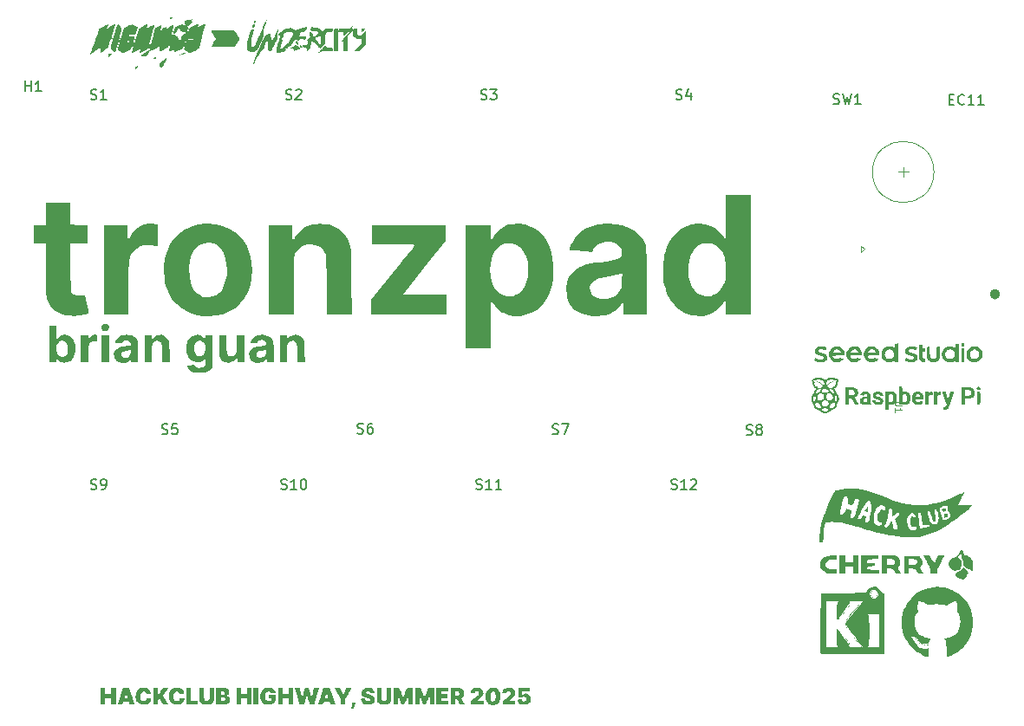
<source format=gbr>
%TF.GenerationSoftware,KiCad,Pcbnew,8.0.6*%
%TF.CreationDate,2025-07-07T10:53:34-04:00*%
%TF.ProjectId,tronzpad,74726f6e-7a70-4616-942e-6b696361645f,rev?*%
%TF.SameCoordinates,Original*%
%TF.FileFunction,Legend,Top*%
%TF.FilePolarity,Positive*%
%FSLAX46Y46*%
G04 Gerber Fmt 4.6, Leading zero omitted, Abs format (unit mm)*
G04 Created by KiCad (PCBNEW 8.0.6) date 2025-07-07 10:53:34*
%MOMM*%
%LPD*%
G01*
G04 APERTURE LIST*
%ADD10C,0.150000*%
%ADD11C,0.101600*%
%ADD12C,0.000000*%
%ADD13C,0.504000*%
%ADD14C,0.120000*%
G04 APERTURE END LIST*
D10*
X193011779Y-74321009D02*
X193345112Y-74321009D01*
X193487969Y-74844819D02*
X193011779Y-74844819D01*
X193011779Y-74844819D02*
X193011779Y-73844819D01*
X193011779Y-73844819D02*
X193487969Y-73844819D01*
X194487969Y-74749580D02*
X194440350Y-74797200D01*
X194440350Y-74797200D02*
X194297493Y-74844819D01*
X194297493Y-74844819D02*
X194202255Y-74844819D01*
X194202255Y-74844819D02*
X194059398Y-74797200D01*
X194059398Y-74797200D02*
X193964160Y-74701961D01*
X193964160Y-74701961D02*
X193916541Y-74606723D01*
X193916541Y-74606723D02*
X193868922Y-74416247D01*
X193868922Y-74416247D02*
X193868922Y-74273390D01*
X193868922Y-74273390D02*
X193916541Y-74082914D01*
X193916541Y-74082914D02*
X193964160Y-73987676D01*
X193964160Y-73987676D02*
X194059398Y-73892438D01*
X194059398Y-73892438D02*
X194202255Y-73844819D01*
X194202255Y-73844819D02*
X194297493Y-73844819D01*
X194297493Y-73844819D02*
X194440350Y-73892438D01*
X194440350Y-73892438D02*
X194487969Y-73940057D01*
X195440350Y-74844819D02*
X194868922Y-74844819D01*
X195154636Y-74844819D02*
X195154636Y-73844819D01*
X195154636Y-73844819D02*
X195059398Y-73987676D01*
X195059398Y-73987676D02*
X194964160Y-74082914D01*
X194964160Y-74082914D02*
X194868922Y-74130533D01*
X196392731Y-74844819D02*
X195821303Y-74844819D01*
X196107017Y-74844819D02*
X196107017Y-73844819D01*
X196107017Y-73844819D02*
X196011779Y-73987676D01*
X196011779Y-73987676D02*
X195916541Y-74082914D01*
X195916541Y-74082914D02*
X195821303Y-74130533D01*
X127770876Y-112393967D02*
X127913733Y-112441586D01*
X127913733Y-112441586D02*
X128151828Y-112441586D01*
X128151828Y-112441586D02*
X128247066Y-112393967D01*
X128247066Y-112393967D02*
X128294685Y-112346347D01*
X128294685Y-112346347D02*
X128342304Y-112251109D01*
X128342304Y-112251109D02*
X128342304Y-112155871D01*
X128342304Y-112155871D02*
X128294685Y-112060633D01*
X128294685Y-112060633D02*
X128247066Y-112013014D01*
X128247066Y-112013014D02*
X128151828Y-111965395D01*
X128151828Y-111965395D02*
X127961352Y-111917776D01*
X127961352Y-111917776D02*
X127866114Y-111870157D01*
X127866114Y-111870157D02*
X127818495Y-111822538D01*
X127818495Y-111822538D02*
X127770876Y-111727300D01*
X127770876Y-111727300D02*
X127770876Y-111632062D01*
X127770876Y-111632062D02*
X127818495Y-111536824D01*
X127818495Y-111536824D02*
X127866114Y-111489205D01*
X127866114Y-111489205D02*
X127961352Y-111441586D01*
X127961352Y-111441586D02*
X128199447Y-111441586D01*
X128199447Y-111441586D02*
X128342304Y-111489205D01*
X129294685Y-112441586D02*
X128723257Y-112441586D01*
X129008971Y-112441586D02*
X129008971Y-111441586D01*
X129008971Y-111441586D02*
X128913733Y-111584443D01*
X128913733Y-111584443D02*
X128818495Y-111679681D01*
X128818495Y-111679681D02*
X128723257Y-111727300D01*
X129913733Y-111441586D02*
X130008971Y-111441586D01*
X130008971Y-111441586D02*
X130104209Y-111489205D01*
X130104209Y-111489205D02*
X130151828Y-111536824D01*
X130151828Y-111536824D02*
X130199447Y-111632062D01*
X130199447Y-111632062D02*
X130247066Y-111822538D01*
X130247066Y-111822538D02*
X130247066Y-112060633D01*
X130247066Y-112060633D02*
X130199447Y-112251109D01*
X130199447Y-112251109D02*
X130151828Y-112346347D01*
X130151828Y-112346347D02*
X130104209Y-112393967D01*
X130104209Y-112393967D02*
X130008971Y-112441586D01*
X130008971Y-112441586D02*
X129913733Y-112441586D01*
X129913733Y-112441586D02*
X129818495Y-112393967D01*
X129818495Y-112393967D02*
X129770876Y-112346347D01*
X129770876Y-112346347D02*
X129723257Y-112251109D01*
X129723257Y-112251109D02*
X129675638Y-112060633D01*
X129675638Y-112060633D02*
X129675638Y-111822538D01*
X129675638Y-111822538D02*
X129723257Y-111632062D01*
X129723257Y-111632062D02*
X129770876Y-111536824D01*
X129770876Y-111536824D02*
X129818495Y-111489205D01*
X129818495Y-111489205D02*
X129913733Y-111441586D01*
D11*
X188380491Y-103889457D02*
X187866444Y-103889457D01*
X187866444Y-103889457D02*
X187805968Y-103919695D01*
X187805968Y-103919695D02*
X187775730Y-103949933D01*
X187775730Y-103949933D02*
X187745491Y-104010409D01*
X187745491Y-104010409D02*
X187745491Y-104131362D01*
X187745491Y-104131362D02*
X187775730Y-104191838D01*
X187775730Y-104191838D02*
X187805968Y-104222076D01*
X187805968Y-104222076D02*
X187866444Y-104252314D01*
X187866444Y-104252314D02*
X188380491Y-104252314D01*
X187745491Y-104887314D02*
X187745491Y-104524457D01*
X187745491Y-104705885D02*
X188380491Y-104705885D01*
X188380491Y-104705885D02*
X188289777Y-104645409D01*
X188289777Y-104645409D02*
X188229301Y-104584933D01*
X188229301Y-104584933D02*
X188199063Y-104524457D01*
D10*
X116138095Y-107007200D02*
X116280952Y-107054819D01*
X116280952Y-107054819D02*
X116519047Y-107054819D01*
X116519047Y-107054819D02*
X116614285Y-107007200D01*
X116614285Y-107007200D02*
X116661904Y-106959580D01*
X116661904Y-106959580D02*
X116709523Y-106864342D01*
X116709523Y-106864342D02*
X116709523Y-106769104D01*
X116709523Y-106769104D02*
X116661904Y-106673866D01*
X116661904Y-106673866D02*
X116614285Y-106626247D01*
X116614285Y-106626247D02*
X116519047Y-106578628D01*
X116519047Y-106578628D02*
X116328571Y-106531009D01*
X116328571Y-106531009D02*
X116233333Y-106483390D01*
X116233333Y-106483390D02*
X116185714Y-106435771D01*
X116185714Y-106435771D02*
X116138095Y-106340533D01*
X116138095Y-106340533D02*
X116138095Y-106245295D01*
X116138095Y-106245295D02*
X116185714Y-106150057D01*
X116185714Y-106150057D02*
X116233333Y-106102438D01*
X116233333Y-106102438D02*
X116328571Y-106054819D01*
X116328571Y-106054819D02*
X116566666Y-106054819D01*
X116566666Y-106054819D02*
X116709523Y-106102438D01*
X117614285Y-106054819D02*
X117138095Y-106054819D01*
X117138095Y-106054819D02*
X117090476Y-106531009D01*
X117090476Y-106531009D02*
X117138095Y-106483390D01*
X117138095Y-106483390D02*
X117233333Y-106435771D01*
X117233333Y-106435771D02*
X117471428Y-106435771D01*
X117471428Y-106435771D02*
X117566666Y-106483390D01*
X117566666Y-106483390D02*
X117614285Y-106531009D01*
X117614285Y-106531009D02*
X117661904Y-106626247D01*
X117661904Y-106626247D02*
X117661904Y-106864342D01*
X117661904Y-106864342D02*
X117614285Y-106959580D01*
X117614285Y-106959580D02*
X117566666Y-107007200D01*
X117566666Y-107007200D02*
X117471428Y-107054819D01*
X117471428Y-107054819D02*
X117233333Y-107054819D01*
X117233333Y-107054819D02*
X117138095Y-107007200D01*
X117138095Y-107007200D02*
X117090476Y-106959580D01*
X128247066Y-74293967D02*
X128389923Y-74341586D01*
X128389923Y-74341586D02*
X128628018Y-74341586D01*
X128628018Y-74341586D02*
X128723256Y-74293967D01*
X128723256Y-74293967D02*
X128770875Y-74246347D01*
X128770875Y-74246347D02*
X128818494Y-74151109D01*
X128818494Y-74151109D02*
X128818494Y-74055871D01*
X128818494Y-74055871D02*
X128770875Y-73960633D01*
X128770875Y-73960633D02*
X128723256Y-73913014D01*
X128723256Y-73913014D02*
X128628018Y-73865395D01*
X128628018Y-73865395D02*
X128437542Y-73817776D01*
X128437542Y-73817776D02*
X128342304Y-73770157D01*
X128342304Y-73770157D02*
X128294685Y-73722538D01*
X128294685Y-73722538D02*
X128247066Y-73627300D01*
X128247066Y-73627300D02*
X128247066Y-73532062D01*
X128247066Y-73532062D02*
X128294685Y-73436824D01*
X128294685Y-73436824D02*
X128342304Y-73389205D01*
X128342304Y-73389205D02*
X128437542Y-73341586D01*
X128437542Y-73341586D02*
X128675637Y-73341586D01*
X128675637Y-73341586D02*
X128818494Y-73389205D01*
X129199447Y-73436824D02*
X129247066Y-73389205D01*
X129247066Y-73389205D02*
X129342304Y-73341586D01*
X129342304Y-73341586D02*
X129580399Y-73341586D01*
X129580399Y-73341586D02*
X129675637Y-73389205D01*
X129675637Y-73389205D02*
X129723256Y-73436824D01*
X129723256Y-73436824D02*
X129770875Y-73532062D01*
X129770875Y-73532062D02*
X129770875Y-73627300D01*
X129770875Y-73627300D02*
X129723256Y-73770157D01*
X129723256Y-73770157D02*
X129151828Y-74341586D01*
X129151828Y-74341586D02*
X129770875Y-74341586D01*
X147297066Y-74293967D02*
X147439923Y-74341586D01*
X147439923Y-74341586D02*
X147678018Y-74341586D01*
X147678018Y-74341586D02*
X147773256Y-74293967D01*
X147773256Y-74293967D02*
X147820875Y-74246347D01*
X147820875Y-74246347D02*
X147868494Y-74151109D01*
X147868494Y-74151109D02*
X147868494Y-74055871D01*
X147868494Y-74055871D02*
X147820875Y-73960633D01*
X147820875Y-73960633D02*
X147773256Y-73913014D01*
X147773256Y-73913014D02*
X147678018Y-73865395D01*
X147678018Y-73865395D02*
X147487542Y-73817776D01*
X147487542Y-73817776D02*
X147392304Y-73770157D01*
X147392304Y-73770157D02*
X147344685Y-73722538D01*
X147344685Y-73722538D02*
X147297066Y-73627300D01*
X147297066Y-73627300D02*
X147297066Y-73532062D01*
X147297066Y-73532062D02*
X147344685Y-73436824D01*
X147344685Y-73436824D02*
X147392304Y-73389205D01*
X147392304Y-73389205D02*
X147487542Y-73341586D01*
X147487542Y-73341586D02*
X147725637Y-73341586D01*
X147725637Y-73341586D02*
X147868494Y-73389205D01*
X148201828Y-73341586D02*
X148820875Y-73341586D01*
X148820875Y-73341586D02*
X148487542Y-73722538D01*
X148487542Y-73722538D02*
X148630399Y-73722538D01*
X148630399Y-73722538D02*
X148725637Y-73770157D01*
X148725637Y-73770157D02*
X148773256Y-73817776D01*
X148773256Y-73817776D02*
X148820875Y-73913014D01*
X148820875Y-73913014D02*
X148820875Y-74151109D01*
X148820875Y-74151109D02*
X148773256Y-74246347D01*
X148773256Y-74246347D02*
X148725637Y-74293967D01*
X148725637Y-74293967D02*
X148630399Y-74341586D01*
X148630399Y-74341586D02*
X148344685Y-74341586D01*
X148344685Y-74341586D02*
X148249447Y-74293967D01*
X148249447Y-74293967D02*
X148201828Y-74246347D01*
X109197066Y-112393967D02*
X109339923Y-112441586D01*
X109339923Y-112441586D02*
X109578018Y-112441586D01*
X109578018Y-112441586D02*
X109673256Y-112393967D01*
X109673256Y-112393967D02*
X109720875Y-112346347D01*
X109720875Y-112346347D02*
X109768494Y-112251109D01*
X109768494Y-112251109D02*
X109768494Y-112155871D01*
X109768494Y-112155871D02*
X109720875Y-112060633D01*
X109720875Y-112060633D02*
X109673256Y-112013014D01*
X109673256Y-112013014D02*
X109578018Y-111965395D01*
X109578018Y-111965395D02*
X109387542Y-111917776D01*
X109387542Y-111917776D02*
X109292304Y-111870157D01*
X109292304Y-111870157D02*
X109244685Y-111822538D01*
X109244685Y-111822538D02*
X109197066Y-111727300D01*
X109197066Y-111727300D02*
X109197066Y-111632062D01*
X109197066Y-111632062D02*
X109244685Y-111536824D01*
X109244685Y-111536824D02*
X109292304Y-111489205D01*
X109292304Y-111489205D02*
X109387542Y-111441586D01*
X109387542Y-111441586D02*
X109625637Y-111441586D01*
X109625637Y-111441586D02*
X109768494Y-111489205D01*
X110244685Y-112441586D02*
X110435161Y-112441586D01*
X110435161Y-112441586D02*
X110530399Y-112393967D01*
X110530399Y-112393967D02*
X110578018Y-112346347D01*
X110578018Y-112346347D02*
X110673256Y-112203490D01*
X110673256Y-112203490D02*
X110720875Y-112013014D01*
X110720875Y-112013014D02*
X110720875Y-111632062D01*
X110720875Y-111632062D02*
X110673256Y-111536824D01*
X110673256Y-111536824D02*
X110625637Y-111489205D01*
X110625637Y-111489205D02*
X110530399Y-111441586D01*
X110530399Y-111441586D02*
X110339923Y-111441586D01*
X110339923Y-111441586D02*
X110244685Y-111489205D01*
X110244685Y-111489205D02*
X110197066Y-111536824D01*
X110197066Y-111536824D02*
X110149447Y-111632062D01*
X110149447Y-111632062D02*
X110149447Y-111870157D01*
X110149447Y-111870157D02*
X110197066Y-111965395D01*
X110197066Y-111965395D02*
X110244685Y-112013014D01*
X110244685Y-112013014D02*
X110339923Y-112060633D01*
X110339923Y-112060633D02*
X110530399Y-112060633D01*
X110530399Y-112060633D02*
X110625637Y-112013014D01*
X110625637Y-112013014D02*
X110673256Y-111965395D01*
X110673256Y-111965395D02*
X110720875Y-111870157D01*
X109197066Y-74293967D02*
X109339923Y-74341586D01*
X109339923Y-74341586D02*
X109578018Y-74341586D01*
X109578018Y-74341586D02*
X109673256Y-74293967D01*
X109673256Y-74293967D02*
X109720875Y-74246347D01*
X109720875Y-74246347D02*
X109768494Y-74151109D01*
X109768494Y-74151109D02*
X109768494Y-74055871D01*
X109768494Y-74055871D02*
X109720875Y-73960633D01*
X109720875Y-73960633D02*
X109673256Y-73913014D01*
X109673256Y-73913014D02*
X109578018Y-73865395D01*
X109578018Y-73865395D02*
X109387542Y-73817776D01*
X109387542Y-73817776D02*
X109292304Y-73770157D01*
X109292304Y-73770157D02*
X109244685Y-73722538D01*
X109244685Y-73722538D02*
X109197066Y-73627300D01*
X109197066Y-73627300D02*
X109197066Y-73532062D01*
X109197066Y-73532062D02*
X109244685Y-73436824D01*
X109244685Y-73436824D02*
X109292304Y-73389205D01*
X109292304Y-73389205D02*
X109387542Y-73341586D01*
X109387542Y-73341586D02*
X109625637Y-73341586D01*
X109625637Y-73341586D02*
X109768494Y-73389205D01*
X110720875Y-74341586D02*
X110149447Y-74341586D01*
X110435161Y-74341586D02*
X110435161Y-73341586D01*
X110435161Y-73341586D02*
X110339923Y-73484443D01*
X110339923Y-73484443D02*
X110244685Y-73579681D01*
X110244685Y-73579681D02*
X110149447Y-73627300D01*
X166347066Y-74293967D02*
X166489923Y-74341586D01*
X166489923Y-74341586D02*
X166728018Y-74341586D01*
X166728018Y-74341586D02*
X166823256Y-74293967D01*
X166823256Y-74293967D02*
X166870875Y-74246347D01*
X166870875Y-74246347D02*
X166918494Y-74151109D01*
X166918494Y-74151109D02*
X166918494Y-74055871D01*
X166918494Y-74055871D02*
X166870875Y-73960633D01*
X166870875Y-73960633D02*
X166823256Y-73913014D01*
X166823256Y-73913014D02*
X166728018Y-73865395D01*
X166728018Y-73865395D02*
X166537542Y-73817776D01*
X166537542Y-73817776D02*
X166442304Y-73770157D01*
X166442304Y-73770157D02*
X166394685Y-73722538D01*
X166394685Y-73722538D02*
X166347066Y-73627300D01*
X166347066Y-73627300D02*
X166347066Y-73532062D01*
X166347066Y-73532062D02*
X166394685Y-73436824D01*
X166394685Y-73436824D02*
X166442304Y-73389205D01*
X166442304Y-73389205D02*
X166537542Y-73341586D01*
X166537542Y-73341586D02*
X166775637Y-73341586D01*
X166775637Y-73341586D02*
X166918494Y-73389205D01*
X167775637Y-73674919D02*
X167775637Y-74341586D01*
X167537542Y-73293967D02*
X167299447Y-74008252D01*
X167299447Y-74008252D02*
X167918494Y-74008252D01*
X154288095Y-107007200D02*
X154430952Y-107054819D01*
X154430952Y-107054819D02*
X154669047Y-107054819D01*
X154669047Y-107054819D02*
X154764285Y-107007200D01*
X154764285Y-107007200D02*
X154811904Y-106959580D01*
X154811904Y-106959580D02*
X154859523Y-106864342D01*
X154859523Y-106864342D02*
X154859523Y-106769104D01*
X154859523Y-106769104D02*
X154811904Y-106673866D01*
X154811904Y-106673866D02*
X154764285Y-106626247D01*
X154764285Y-106626247D02*
X154669047Y-106578628D01*
X154669047Y-106578628D02*
X154478571Y-106531009D01*
X154478571Y-106531009D02*
X154383333Y-106483390D01*
X154383333Y-106483390D02*
X154335714Y-106435771D01*
X154335714Y-106435771D02*
X154288095Y-106340533D01*
X154288095Y-106340533D02*
X154288095Y-106245295D01*
X154288095Y-106245295D02*
X154335714Y-106150057D01*
X154335714Y-106150057D02*
X154383333Y-106102438D01*
X154383333Y-106102438D02*
X154478571Y-106054819D01*
X154478571Y-106054819D02*
X154716666Y-106054819D01*
X154716666Y-106054819D02*
X154859523Y-106102438D01*
X155192857Y-106054819D02*
X155859523Y-106054819D01*
X155859523Y-106054819D02*
X155430952Y-107054819D01*
X135238095Y-106957200D02*
X135380952Y-107004819D01*
X135380952Y-107004819D02*
X135619047Y-107004819D01*
X135619047Y-107004819D02*
X135714285Y-106957200D01*
X135714285Y-106957200D02*
X135761904Y-106909580D01*
X135761904Y-106909580D02*
X135809523Y-106814342D01*
X135809523Y-106814342D02*
X135809523Y-106719104D01*
X135809523Y-106719104D02*
X135761904Y-106623866D01*
X135761904Y-106623866D02*
X135714285Y-106576247D01*
X135714285Y-106576247D02*
X135619047Y-106528628D01*
X135619047Y-106528628D02*
X135428571Y-106481009D01*
X135428571Y-106481009D02*
X135333333Y-106433390D01*
X135333333Y-106433390D02*
X135285714Y-106385771D01*
X135285714Y-106385771D02*
X135238095Y-106290533D01*
X135238095Y-106290533D02*
X135238095Y-106195295D01*
X135238095Y-106195295D02*
X135285714Y-106100057D01*
X135285714Y-106100057D02*
X135333333Y-106052438D01*
X135333333Y-106052438D02*
X135428571Y-106004819D01*
X135428571Y-106004819D02*
X135666666Y-106004819D01*
X135666666Y-106004819D02*
X135809523Y-106052438D01*
X136666666Y-106004819D02*
X136476190Y-106004819D01*
X136476190Y-106004819D02*
X136380952Y-106052438D01*
X136380952Y-106052438D02*
X136333333Y-106100057D01*
X136333333Y-106100057D02*
X136238095Y-106242914D01*
X136238095Y-106242914D02*
X136190476Y-106433390D01*
X136190476Y-106433390D02*
X136190476Y-106814342D01*
X136190476Y-106814342D02*
X136238095Y-106909580D01*
X136238095Y-106909580D02*
X136285714Y-106957200D01*
X136285714Y-106957200D02*
X136380952Y-107004819D01*
X136380952Y-107004819D02*
X136571428Y-107004819D01*
X136571428Y-107004819D02*
X136666666Y-106957200D01*
X136666666Y-106957200D02*
X136714285Y-106909580D01*
X136714285Y-106909580D02*
X136761904Y-106814342D01*
X136761904Y-106814342D02*
X136761904Y-106576247D01*
X136761904Y-106576247D02*
X136714285Y-106481009D01*
X136714285Y-106481009D02*
X136666666Y-106433390D01*
X136666666Y-106433390D02*
X136571428Y-106385771D01*
X136571428Y-106385771D02*
X136380952Y-106385771D01*
X136380952Y-106385771D02*
X136285714Y-106433390D01*
X136285714Y-106433390D02*
X136238095Y-106481009D01*
X136238095Y-106481009D02*
X136190476Y-106576247D01*
X181700638Y-74740467D02*
X181843495Y-74788086D01*
X181843495Y-74788086D02*
X182081590Y-74788086D01*
X182081590Y-74788086D02*
X182176828Y-74740467D01*
X182176828Y-74740467D02*
X182224447Y-74692847D01*
X182224447Y-74692847D02*
X182272066Y-74597609D01*
X182272066Y-74597609D02*
X182272066Y-74502371D01*
X182272066Y-74502371D02*
X182224447Y-74407133D01*
X182224447Y-74407133D02*
X182176828Y-74359514D01*
X182176828Y-74359514D02*
X182081590Y-74311895D01*
X182081590Y-74311895D02*
X181891114Y-74264276D01*
X181891114Y-74264276D02*
X181795876Y-74216657D01*
X181795876Y-74216657D02*
X181748257Y-74169038D01*
X181748257Y-74169038D02*
X181700638Y-74073800D01*
X181700638Y-74073800D02*
X181700638Y-73978562D01*
X181700638Y-73978562D02*
X181748257Y-73883324D01*
X181748257Y-73883324D02*
X181795876Y-73835705D01*
X181795876Y-73835705D02*
X181891114Y-73788086D01*
X181891114Y-73788086D02*
X182129209Y-73788086D01*
X182129209Y-73788086D02*
X182272066Y-73835705D01*
X182605400Y-73788086D02*
X182843495Y-74788086D01*
X182843495Y-74788086D02*
X183033971Y-74073800D01*
X183033971Y-74073800D02*
X183224447Y-74788086D01*
X183224447Y-74788086D02*
X183462543Y-73788086D01*
X184367304Y-74788086D02*
X183795876Y-74788086D01*
X184081590Y-74788086D02*
X184081590Y-73788086D01*
X184081590Y-73788086D02*
X183986352Y-73930943D01*
X183986352Y-73930943D02*
X183891114Y-74026181D01*
X183891114Y-74026181D02*
X183795876Y-74073800D01*
X146820876Y-112393967D02*
X146963733Y-112441586D01*
X146963733Y-112441586D02*
X147201828Y-112441586D01*
X147201828Y-112441586D02*
X147297066Y-112393967D01*
X147297066Y-112393967D02*
X147344685Y-112346347D01*
X147344685Y-112346347D02*
X147392304Y-112251109D01*
X147392304Y-112251109D02*
X147392304Y-112155871D01*
X147392304Y-112155871D02*
X147344685Y-112060633D01*
X147344685Y-112060633D02*
X147297066Y-112013014D01*
X147297066Y-112013014D02*
X147201828Y-111965395D01*
X147201828Y-111965395D02*
X147011352Y-111917776D01*
X147011352Y-111917776D02*
X146916114Y-111870157D01*
X146916114Y-111870157D02*
X146868495Y-111822538D01*
X146868495Y-111822538D02*
X146820876Y-111727300D01*
X146820876Y-111727300D02*
X146820876Y-111632062D01*
X146820876Y-111632062D02*
X146868495Y-111536824D01*
X146868495Y-111536824D02*
X146916114Y-111489205D01*
X146916114Y-111489205D02*
X147011352Y-111441586D01*
X147011352Y-111441586D02*
X147249447Y-111441586D01*
X147249447Y-111441586D02*
X147392304Y-111489205D01*
X148344685Y-112441586D02*
X147773257Y-112441586D01*
X148058971Y-112441586D02*
X148058971Y-111441586D01*
X148058971Y-111441586D02*
X147963733Y-111584443D01*
X147963733Y-111584443D02*
X147868495Y-111679681D01*
X147868495Y-111679681D02*
X147773257Y-111727300D01*
X149297066Y-112441586D02*
X148725638Y-112441586D01*
X149011352Y-112441586D02*
X149011352Y-111441586D01*
X149011352Y-111441586D02*
X148916114Y-111584443D01*
X148916114Y-111584443D02*
X148820876Y-111679681D01*
X148820876Y-111679681D02*
X148725638Y-111727300D01*
X165870876Y-112393967D02*
X166013733Y-112441586D01*
X166013733Y-112441586D02*
X166251828Y-112441586D01*
X166251828Y-112441586D02*
X166347066Y-112393967D01*
X166347066Y-112393967D02*
X166394685Y-112346347D01*
X166394685Y-112346347D02*
X166442304Y-112251109D01*
X166442304Y-112251109D02*
X166442304Y-112155871D01*
X166442304Y-112155871D02*
X166394685Y-112060633D01*
X166394685Y-112060633D02*
X166347066Y-112013014D01*
X166347066Y-112013014D02*
X166251828Y-111965395D01*
X166251828Y-111965395D02*
X166061352Y-111917776D01*
X166061352Y-111917776D02*
X165966114Y-111870157D01*
X165966114Y-111870157D02*
X165918495Y-111822538D01*
X165918495Y-111822538D02*
X165870876Y-111727300D01*
X165870876Y-111727300D02*
X165870876Y-111632062D01*
X165870876Y-111632062D02*
X165918495Y-111536824D01*
X165918495Y-111536824D02*
X165966114Y-111489205D01*
X165966114Y-111489205D02*
X166061352Y-111441586D01*
X166061352Y-111441586D02*
X166299447Y-111441586D01*
X166299447Y-111441586D02*
X166442304Y-111489205D01*
X167394685Y-112441586D02*
X166823257Y-112441586D01*
X167108971Y-112441586D02*
X167108971Y-111441586D01*
X167108971Y-111441586D02*
X167013733Y-111584443D01*
X167013733Y-111584443D02*
X166918495Y-111679681D01*
X166918495Y-111679681D02*
X166823257Y-111727300D01*
X167775638Y-111536824D02*
X167823257Y-111489205D01*
X167823257Y-111489205D02*
X167918495Y-111441586D01*
X167918495Y-111441586D02*
X168156590Y-111441586D01*
X168156590Y-111441586D02*
X168251828Y-111489205D01*
X168251828Y-111489205D02*
X168299447Y-111536824D01*
X168299447Y-111536824D02*
X168347066Y-111632062D01*
X168347066Y-111632062D02*
X168347066Y-111727300D01*
X168347066Y-111727300D02*
X168299447Y-111870157D01*
X168299447Y-111870157D02*
X167728019Y-112441586D01*
X167728019Y-112441586D02*
X168347066Y-112441586D01*
X102788095Y-73504819D02*
X102788095Y-72504819D01*
X102788095Y-72981009D02*
X103359523Y-72981009D01*
X103359523Y-73504819D02*
X103359523Y-72504819D01*
X104359523Y-73504819D02*
X103788095Y-73504819D01*
X104073809Y-73504819D02*
X104073809Y-72504819D01*
X104073809Y-72504819D02*
X103978571Y-72647676D01*
X103978571Y-72647676D02*
X103883333Y-72742914D01*
X103883333Y-72742914D02*
X103788095Y-72790533D01*
X173213095Y-107082200D02*
X173355952Y-107129819D01*
X173355952Y-107129819D02*
X173594047Y-107129819D01*
X173594047Y-107129819D02*
X173689285Y-107082200D01*
X173689285Y-107082200D02*
X173736904Y-107034580D01*
X173736904Y-107034580D02*
X173784523Y-106939342D01*
X173784523Y-106939342D02*
X173784523Y-106844104D01*
X173784523Y-106844104D02*
X173736904Y-106748866D01*
X173736904Y-106748866D02*
X173689285Y-106701247D01*
X173689285Y-106701247D02*
X173594047Y-106653628D01*
X173594047Y-106653628D02*
X173403571Y-106606009D01*
X173403571Y-106606009D02*
X173308333Y-106558390D01*
X173308333Y-106558390D02*
X173260714Y-106510771D01*
X173260714Y-106510771D02*
X173213095Y-106415533D01*
X173213095Y-106415533D02*
X173213095Y-106320295D01*
X173213095Y-106320295D02*
X173260714Y-106225057D01*
X173260714Y-106225057D02*
X173308333Y-106177438D01*
X173308333Y-106177438D02*
X173403571Y-106129819D01*
X173403571Y-106129819D02*
X173641666Y-106129819D01*
X173641666Y-106129819D02*
X173784523Y-106177438D01*
X174355952Y-106558390D02*
X174260714Y-106510771D01*
X174260714Y-106510771D02*
X174213095Y-106463152D01*
X174213095Y-106463152D02*
X174165476Y-106367914D01*
X174165476Y-106367914D02*
X174165476Y-106320295D01*
X174165476Y-106320295D02*
X174213095Y-106225057D01*
X174213095Y-106225057D02*
X174260714Y-106177438D01*
X174260714Y-106177438D02*
X174355952Y-106129819D01*
X174355952Y-106129819D02*
X174546428Y-106129819D01*
X174546428Y-106129819D02*
X174641666Y-106177438D01*
X174641666Y-106177438D02*
X174689285Y-106225057D01*
X174689285Y-106225057D02*
X174736904Y-106320295D01*
X174736904Y-106320295D02*
X174736904Y-106367914D01*
X174736904Y-106367914D02*
X174689285Y-106463152D01*
X174689285Y-106463152D02*
X174641666Y-106510771D01*
X174641666Y-106510771D02*
X174546428Y-106558390D01*
X174546428Y-106558390D02*
X174355952Y-106558390D01*
X174355952Y-106558390D02*
X174260714Y-106606009D01*
X174260714Y-106606009D02*
X174213095Y-106653628D01*
X174213095Y-106653628D02*
X174165476Y-106748866D01*
X174165476Y-106748866D02*
X174165476Y-106939342D01*
X174165476Y-106939342D02*
X174213095Y-107034580D01*
X174213095Y-107034580D02*
X174260714Y-107082200D01*
X174260714Y-107082200D02*
X174355952Y-107129819D01*
X174355952Y-107129819D02*
X174546428Y-107129819D01*
X174546428Y-107129819D02*
X174641666Y-107082200D01*
X174641666Y-107082200D02*
X174689285Y-107034580D01*
X174689285Y-107034580D02*
X174736904Y-106939342D01*
X174736904Y-106939342D02*
X174736904Y-106748866D01*
X174736904Y-106748866D02*
X174689285Y-106653628D01*
X174689285Y-106653628D02*
X174641666Y-106606009D01*
X174641666Y-106606009D02*
X174546428Y-106558390D01*
D12*
%TO.C,G\u002A\u002A\u002A*%
G36*
X194634458Y-120261469D02*
G01*
X194788629Y-120384390D01*
X194859252Y-120479264D01*
X194868477Y-120583850D01*
X194858616Y-120643562D01*
X194753556Y-120931636D01*
X194582325Y-121128144D01*
X194362283Y-121224334D01*
X194110787Y-121211455D01*
X193908262Y-121122707D01*
X193699769Y-120960167D01*
X193595389Y-120799415D01*
X193597191Y-120655411D01*
X193707244Y-120543112D01*
X193821926Y-120498283D01*
X194028087Y-120405700D01*
X194204988Y-120266899D01*
X194219411Y-120250609D01*
X194372422Y-120068766D01*
X194634458Y-120261469D01*
G37*
G36*
X182869608Y-119220834D02*
G01*
X182869608Y-119563236D01*
X183243137Y-119563236D01*
X183616666Y-119563236D01*
X183616666Y-119220834D01*
X183616666Y-118878432D01*
X183896813Y-118878432D01*
X184176961Y-118878432D01*
X184176961Y-119781128D01*
X184176961Y-120683824D01*
X183896813Y-120683824D01*
X183616666Y-120683824D01*
X183616666Y-120341422D01*
X183616666Y-119999020D01*
X183243137Y-119999020D01*
X182869608Y-119999020D01*
X182869608Y-120341422D01*
X182869608Y-120683824D01*
X182589461Y-120683824D01*
X182309313Y-120683824D01*
X182309313Y-119781128D01*
X182309313Y-118878432D01*
X182589461Y-118878432D01*
X182869608Y-118878432D01*
X182869608Y-119220834D01*
G37*
G36*
X182060294Y-119096324D02*
G01*
X182060294Y-119314216D01*
X181714800Y-119314216D01*
X181395268Y-119347634D01*
X181151128Y-119439348D01*
X180992587Y-119576548D01*
X180929852Y-119746424D01*
X180973130Y-119936166D01*
X181092513Y-120095232D01*
X181196337Y-120180805D01*
X181317369Y-120227254D01*
X181496514Y-120245734D01*
X181652807Y-120248039D01*
X182060294Y-120248039D01*
X182060294Y-120465932D01*
X182060294Y-120683824D01*
X181608946Y-120679878D01*
X181360806Y-120669450D01*
X181143036Y-120645889D01*
X181002532Y-120614279D01*
X181001961Y-120614053D01*
X180742907Y-120454269D01*
X180547380Y-120222457D01*
X180431508Y-119949469D01*
X180411419Y-119666158D01*
X180439615Y-119538325D01*
X180585283Y-119262940D01*
X180818310Y-119063791D01*
X181144048Y-118938087D01*
X181567846Y-118883039D01*
X181702328Y-118879917D01*
X182060294Y-118878432D01*
X182060294Y-119096324D01*
G37*
G36*
X191284175Y-119251961D02*
G01*
X191391289Y-119438591D01*
X191476759Y-119572508D01*
X191522512Y-119625449D01*
X191523039Y-119625490D01*
X191567437Y-119575190D01*
X191652052Y-119443132D01*
X191758811Y-119257579D01*
X191761903Y-119251961D01*
X191967252Y-118878432D01*
X192276502Y-118878432D01*
X192457271Y-118883186D01*
X192538114Y-118904549D01*
X192543470Y-118953171D01*
X192527273Y-118987702D01*
X192472215Y-119086440D01*
X192371260Y-119263933D01*
X192240937Y-119491208D01*
X192151554Y-119646288D01*
X191984834Y-119952230D01*
X191883899Y-120183827D01*
X191838920Y-120365656D01*
X191834313Y-120439714D01*
X191834313Y-120683824D01*
X191523039Y-120683824D01*
X191211764Y-120683824D01*
X191211764Y-120439948D01*
X191184850Y-120252892D01*
X191097112Y-120026301D01*
X190938054Y-119733112D01*
X190936976Y-119731287D01*
X190796891Y-119491509D01*
X190669498Y-119268504D01*
X190577438Y-119102036D01*
X190561848Y-119072467D01*
X190461508Y-118878432D01*
X190770167Y-118878432D01*
X191078826Y-118878432D01*
X191284175Y-119251961D01*
G37*
G36*
X186106862Y-119062773D02*
G01*
X186106862Y-119247114D01*
X185562132Y-119265101D01*
X185301260Y-119275048D01*
X185139668Y-119289451D01*
X185052192Y-119316746D01*
X185013665Y-119365368D01*
X184998923Y-119443752D01*
X184997703Y-119454289D01*
X184992106Y-119548657D01*
X185021449Y-119599824D01*
X185113379Y-119621014D01*
X185295545Y-119625450D01*
X185355669Y-119625490D01*
X185564170Y-119628801D01*
X185677245Y-119646556D01*
X185723944Y-119690488D01*
X185733323Y-119772332D01*
X185733333Y-119778021D01*
X185723409Y-119864594D01*
X185673840Y-119912844D01*
X185554926Y-119936974D01*
X185375367Y-119949222D01*
X185173525Y-119963862D01*
X185066422Y-119990407D01*
X185024314Y-120043342D01*
X185017402Y-120123530D01*
X185022214Y-120196550D01*
X185052394Y-120243103D01*
X185131559Y-120270305D01*
X185283323Y-120285273D01*
X185531302Y-120295124D01*
X185593260Y-120297067D01*
X186169117Y-120314967D01*
X186169117Y-120499395D01*
X186169117Y-120683824D01*
X185297549Y-120683824D01*
X184425980Y-120683824D01*
X184425980Y-119781128D01*
X184425980Y-118878432D01*
X185266421Y-118878432D01*
X186106862Y-118878432D01*
X186106862Y-119062773D01*
G37*
G36*
X189328554Y-118942666D02*
G01*
X189709143Y-118950853D01*
X189980281Y-118972677D01*
X190135685Y-119007547D01*
X190158826Y-119020485D01*
X190312862Y-119208034D01*
X190391770Y-119450262D01*
X190389591Y-119703289D01*
X190300369Y-119923233D01*
X190284264Y-119944416D01*
X190218615Y-120034182D01*
X190201065Y-120112122D01*
X190234635Y-120219792D01*
X190316440Y-120387097D01*
X190466803Y-120683824D01*
X190225008Y-120683824D01*
X190065769Y-120670339D01*
X189955099Y-120610413D01*
X189845308Y-120474837D01*
X189818419Y-120434804D01*
X189706009Y-120281963D01*
X189602235Y-120208996D01*
X189455355Y-120186887D01*
X189374362Y-120185785D01*
X189095098Y-120185785D01*
X189095098Y-120434804D01*
X189095098Y-120683824D01*
X188846078Y-120683824D01*
X188597059Y-120683824D01*
X188597059Y-119812255D01*
X189095098Y-119812255D01*
X189425049Y-119812255D01*
X189626050Y-119798907D01*
X189779725Y-119764754D01*
X189829706Y-119737549D01*
X189897993Y-119597388D01*
X189883755Y-119439280D01*
X189793345Y-119321777D01*
X189783994Y-119316406D01*
X189648525Y-119276603D01*
X189452999Y-119253948D01*
X189379338Y-119251961D01*
X189095098Y-119251961D01*
X189095098Y-119532108D01*
X189095098Y-119812255D01*
X188597059Y-119812255D01*
X188597059Y-119532108D01*
X188597059Y-118940687D01*
X189328554Y-118942666D01*
G37*
G36*
X186993995Y-118878779D02*
G01*
X187412444Y-118891507D01*
X187725005Y-118931903D01*
X187948062Y-119004149D01*
X188098000Y-119112425D01*
X188144962Y-119172453D01*
X188225400Y-119380092D01*
X188239918Y-119620000D01*
X188189790Y-119838806D01*
X188126635Y-119940646D01*
X188062999Y-120021463D01*
X188049136Y-120098175D01*
X188087465Y-120212944D01*
X188149832Y-120345069D01*
X188228067Y-120511505D01*
X188277213Y-120626450D01*
X188285784Y-120654362D01*
X188231057Y-120674011D01*
X188096866Y-120683630D01*
X188072410Y-120683824D01*
X187880905Y-120648032D01*
X187736589Y-120520407D01*
X187730686Y-120512623D01*
X187622769Y-120371345D01*
X187538980Y-120266030D01*
X187536948Y-120263603D01*
X187438493Y-120215985D01*
X187268474Y-120188480D01*
X187193869Y-120185785D01*
X186916176Y-120185785D01*
X186916176Y-120434804D01*
X186916176Y-120683824D01*
X186667157Y-120683824D01*
X186418137Y-120683824D01*
X186418137Y-119812255D01*
X186916176Y-119812255D01*
X187254131Y-119812255D01*
X187517276Y-119790608D01*
X187675726Y-119727457D01*
X187687271Y-119717071D01*
X187747985Y-119577289D01*
X187695192Y-119402390D01*
X187645948Y-119329780D01*
X187548778Y-119283153D01*
X187366233Y-119255928D01*
X187250955Y-119251961D01*
X186916176Y-119251961D01*
X186916176Y-119532108D01*
X186916176Y-119812255D01*
X186418137Y-119812255D01*
X186418137Y-119781128D01*
X186418137Y-119532108D01*
X186418137Y-118878432D01*
X186993995Y-118878779D01*
G37*
G36*
X194288232Y-118355903D02*
G01*
X194364672Y-118447121D01*
X194374865Y-118562510D01*
X194392312Y-118671283D01*
X194446698Y-118844355D01*
X194525743Y-119053236D01*
X194617171Y-119269437D01*
X194708702Y-119464467D01*
X194788059Y-119609837D01*
X194842963Y-119677057D01*
X194854833Y-119676212D01*
X194848330Y-119608019D01*
X194802516Y-119458211D01*
X194729063Y-119263677D01*
X194650028Y-119064864D01*
X194594035Y-118915797D01*
X194573529Y-118850082D01*
X194620057Y-118841818D01*
X194732862Y-118880268D01*
X194871782Y-118947549D01*
X194996650Y-119025780D01*
X195031137Y-119053819D01*
X195144869Y-119186995D01*
X195238775Y-119336588D01*
X195296019Y-119509574D01*
X195336780Y-119747807D01*
X195356524Y-120001335D01*
X195350716Y-120220202D01*
X195328683Y-120326929D01*
X195295906Y-120384585D01*
X195238049Y-120394906D01*
X195125086Y-120353870D01*
X194969827Y-120278853D01*
X194697362Y-120122940D01*
X194526511Y-119968987D01*
X194436858Y-119794224D01*
X194412303Y-119656998D01*
X194371330Y-119464500D01*
X194299756Y-119304478D01*
X194297481Y-119301177D01*
X194231367Y-119115562D01*
X194240288Y-118928554D01*
X194244509Y-118755440D01*
X194194486Y-118688788D01*
X194104384Y-118731030D01*
X193988370Y-118884596D01*
X193987973Y-118885266D01*
X193916807Y-119017818D01*
X193917182Y-119101170D01*
X193997197Y-119193252D01*
X194036084Y-119229518D01*
X194198573Y-119449311D01*
X194261353Y-119691915D01*
X194233531Y-119931300D01*
X194124216Y-120141438D01*
X193942516Y-120296302D01*
X193697541Y-120369862D01*
X193636087Y-120372549D01*
X193374490Y-120319347D01*
X193165967Y-120177299D01*
X193027378Y-119972746D01*
X192975584Y-119732028D01*
X193027448Y-119481485D01*
X193043828Y-119447342D01*
X193191358Y-119263157D01*
X193397363Y-119124717D01*
X193610864Y-119065509D01*
X193625556Y-119065196D01*
X193721824Y-119015525D01*
X193843649Y-118891844D01*
X193962215Y-118732154D01*
X194048706Y-118574455D01*
X194075490Y-118471862D01*
X194121748Y-118363538D01*
X194240812Y-118342201D01*
X194288232Y-118355903D01*
G37*
G36*
X117866659Y-70014002D02*
G01*
X117854377Y-70026285D01*
X117842095Y-70014002D01*
X117854377Y-70001720D01*
X117866659Y-70014002D01*
G37*
G36*
X118382520Y-66992532D02*
G01*
X118370238Y-67004815D01*
X118357955Y-66992532D01*
X118370238Y-66980250D01*
X118382520Y-66992532D01*
G37*
G36*
X119094899Y-66697755D02*
G01*
X119082617Y-66710037D01*
X119070334Y-66697755D01*
X119082617Y-66685472D01*
X119094899Y-66697755D01*
G37*
G36*
X118690230Y-67721938D02*
G01*
X118682858Y-67740211D01*
X118659934Y-67752461D01*
X118631235Y-67759940D01*
X118643008Y-67741945D01*
X118646182Y-67738710D01*
X118678390Y-67719307D01*
X118690230Y-67721938D01*
G37*
G36*
X118447770Y-67019864D02*
G01*
X118443932Y-67029379D01*
X118421858Y-67052814D01*
X118417918Y-67053944D01*
X118407367Y-67034939D01*
X118407085Y-67029379D01*
X118425969Y-67005758D01*
X118433099Y-67004815D01*
X118447770Y-67019864D01*
G37*
G36*
X111079753Y-69859215D02*
G01*
X111156377Y-69872084D01*
X111209956Y-69882694D01*
X111226499Y-69887607D01*
X111213282Y-69906452D01*
X111172521Y-69951185D01*
X111111929Y-70013477D01*
X111086133Y-70039203D01*
X110939387Y-70184418D01*
X110939387Y-70010811D01*
X110939387Y-69837204D01*
X111079753Y-69859215D01*
G37*
G36*
X125277228Y-66615332D02*
G01*
X125301254Y-66663400D01*
X125295710Y-66729265D01*
X125267381Y-66797676D01*
X125223051Y-66853383D01*
X125169506Y-66881136D01*
X125158597Y-66881991D01*
X125122790Y-66865779D01*
X125113274Y-66818940D01*
X125127974Y-66759741D01*
X125164580Y-66689976D01*
X125177877Y-66671191D01*
X125222523Y-66619434D01*
X125253692Y-66604302D01*
X125277228Y-66615332D01*
G37*
G36*
X113816857Y-71065282D02*
G01*
X113821389Y-71117975D01*
X113797339Y-71184802D01*
X113749939Y-71252575D01*
X113686130Y-71307724D01*
X113617576Y-71344286D01*
X113555942Y-71356298D01*
X113512892Y-71337796D01*
X113508903Y-71332255D01*
X113502966Y-71280638D01*
X113528600Y-71214122D01*
X113578164Y-71147411D01*
X113626429Y-71106103D01*
X113715072Y-71057364D01*
X113779983Y-71044418D01*
X113816857Y-71065282D01*
G37*
G36*
X117162602Y-66301587D02*
G01*
X117159412Y-66346562D01*
X117150635Y-66362838D01*
X117119824Y-66402661D01*
X117100996Y-66415259D01*
X117070855Y-66430191D01*
X117051635Y-66446155D01*
X117002823Y-66467623D01*
X116962834Y-66468871D01*
X116922219Y-66453456D01*
X116920204Y-66415426D01*
X116922482Y-66407270D01*
X116962840Y-66332030D01*
X117034152Y-66290207D01*
X117056225Y-66284225D01*
X117126463Y-66279357D01*
X117162602Y-66301587D01*
G37*
G36*
X129756436Y-69083748D02*
G01*
X129817433Y-69141952D01*
X129864238Y-69194634D01*
X129887046Y-69230296D01*
X129883830Y-69240211D01*
X129860465Y-69258554D01*
X129860421Y-69270917D01*
X129843922Y-69295789D01*
X129798774Y-69309419D01*
X129734216Y-69300628D01*
X129668028Y-69253970D01*
X129657527Y-69243755D01*
X129604301Y-69184253D01*
X129587309Y-69141681D01*
X129603763Y-69103119D01*
X129622669Y-69082294D01*
X129663979Y-69051511D01*
X129705124Y-69050941D01*
X129756436Y-69083748D01*
G37*
G36*
X115602655Y-70169719D02*
G01*
X115598903Y-70183121D01*
X115598390Y-70218864D01*
X115607803Y-70227357D01*
X115606707Y-70247677D01*
X115577664Y-70290275D01*
X115556048Y-70314921D01*
X115477993Y-70377521D01*
X115410610Y-70394756D01*
X115360641Y-70388789D01*
X115345319Y-70361156D01*
X115346931Y-70328223D01*
X115368376Y-70269140D01*
X115400526Y-70236105D01*
X115443554Y-70209112D01*
X115459309Y-70195879D01*
X115489844Y-70180030D01*
X115542252Y-70163925D01*
X115590601Y-70156304D01*
X115602655Y-70169719D01*
G37*
G36*
X135948226Y-67374817D02*
G01*
X135992525Y-67381401D01*
X136007088Y-67396031D01*
X136003577Y-67416275D01*
X135978604Y-67456807D01*
X135929644Y-67516187D01*
X135866793Y-67584161D01*
X135800146Y-67650480D01*
X135739799Y-67704892D01*
X135695848Y-67737144D01*
X135683047Y-67741758D01*
X135664081Y-67723734D01*
X135653974Y-67666278D01*
X135651572Y-67587000D01*
X135656117Y-67498073D01*
X135668101Y-67430588D01*
X135681050Y-67402764D01*
X135720945Y-67386693D01*
X135794253Y-67376113D01*
X135864515Y-67373286D01*
X135948226Y-67374817D01*
G37*
G36*
X129315067Y-68593658D02*
G01*
X129361143Y-68637063D01*
X129409461Y-68687471D01*
X129468447Y-68756903D01*
X129495726Y-68812662D01*
X129495748Y-68874337D01*
X129472965Y-68961517D01*
X129472245Y-68963857D01*
X129445455Y-68992255D01*
X129404865Y-68983774D01*
X129370130Y-68947747D01*
X129327943Y-68909079D01*
X129262630Y-68875360D01*
X129251939Y-68871573D01*
X129196332Y-68850374D01*
X129173526Y-68824687D01*
X129173744Y-68776854D01*
X129179243Y-68740294D01*
X129204282Y-68657167D01*
X129244632Y-68598592D01*
X129290856Y-68576962D01*
X129315067Y-68593658D01*
G37*
G36*
X125088396Y-66953278D02*
G01*
X125097835Y-66968599D01*
X125130354Y-66996154D01*
X125173916Y-67004815D01*
X125220500Y-67008573D01*
X125236098Y-67015888D01*
X125229529Y-67067835D01*
X125213073Y-67139778D01*
X125191611Y-67214690D01*
X125170022Y-67275548D01*
X125153186Y-67305324D01*
X125153136Y-67305357D01*
X125110318Y-67318337D01*
X125048509Y-67323781D01*
X124994002Y-67317770D01*
X124969110Y-67288852D01*
X124959866Y-67245147D01*
X124960477Y-67180579D01*
X124976000Y-67109176D01*
X125001494Y-67040843D01*
X125032018Y-66985480D01*
X125062632Y-66952991D01*
X125088396Y-66953278D01*
G37*
G36*
X118372668Y-69728482D02*
G01*
X118348206Y-69767936D01*
X118322101Y-69814820D01*
X118330461Y-69827543D01*
X118375859Y-69808710D01*
X118384135Y-69804337D01*
X118421063Y-69792298D01*
X118431650Y-69799642D01*
X118410865Y-69847871D01*
X118346916Y-69889436D01*
X118237411Y-69925641D01*
X118173719Y-69940306D01*
X118076159Y-69961027D01*
X117993578Y-69979176D01*
X117940781Y-69991484D01*
X117934213Y-69993198D01*
X117898261Y-69998279D01*
X117891224Y-69994412D01*
X117910825Y-69977564D01*
X117962520Y-69942940D01*
X118035649Y-69896965D01*
X118119549Y-69846063D01*
X118203561Y-69796660D01*
X118277023Y-69755181D01*
X118329274Y-69728050D01*
X118342631Y-69722371D01*
X118372659Y-69714279D01*
X118372668Y-69728482D01*
G37*
G36*
X133342481Y-68452128D02*
G01*
X133342151Y-68678762D01*
X133341205Y-68890969D01*
X133339714Y-69083547D01*
X133337746Y-69251293D01*
X133335372Y-69389002D01*
X133332660Y-69491470D01*
X133329680Y-69553495D01*
X133327571Y-69569827D01*
X133308649Y-69590813D01*
X133265378Y-69602926D01*
X133187987Y-69608097D01*
X133131053Y-69608683D01*
X132949445Y-69608683D01*
X132949445Y-68529587D01*
X132949611Y-68267893D01*
X132950209Y-68051013D01*
X132951389Y-67874632D01*
X132953298Y-67734436D01*
X132956086Y-67626110D01*
X132959903Y-67545339D01*
X132964896Y-67487808D01*
X132971216Y-67449203D01*
X132979010Y-67425209D01*
X132988047Y-67411888D01*
X133035591Y-67386994D01*
X133119560Y-67374956D01*
X133184565Y-67373286D01*
X133342481Y-67373286D01*
X133342481Y-68452128D01*
G37*
G36*
X132182467Y-69148894D02*
G01*
X132275984Y-69240211D01*
X132497577Y-69240211D01*
X132604100Y-69241133D01*
X132674006Y-69245895D01*
X132719799Y-69257492D01*
X132753984Y-69278922D01*
X132785178Y-69309108D01*
X132838679Y-69394635D01*
X132850075Y-69498695D01*
X132835703Y-69577977D01*
X132829652Y-69596382D01*
X132818468Y-69610167D01*
X132795767Y-69620000D01*
X132755166Y-69626548D01*
X132690282Y-69630479D01*
X132594732Y-69632461D01*
X132462133Y-69633161D01*
X132307281Y-69633248D01*
X132130898Y-69633694D01*
X131995491Y-69635459D01*
X131892912Y-69639180D01*
X131815012Y-69645497D01*
X131753643Y-69655049D01*
X131700655Y-69668473D01*
X131653038Y-69684525D01*
X131544535Y-69723786D01*
X131476857Y-69745877D01*
X131444599Y-69750250D01*
X131442354Y-69736354D01*
X131464714Y-69703639D01*
X131492913Y-69668248D01*
X131538684Y-69615743D01*
X131610820Y-69538244D01*
X131700485Y-69445030D01*
X131798842Y-69345379D01*
X131829640Y-69314706D01*
X132088950Y-69057577D01*
X132182467Y-69148894D01*
G37*
G36*
X135209406Y-67640641D02*
G01*
X135209406Y-67907995D01*
X135307736Y-67996830D01*
X135376506Y-68052023D01*
X135436707Y-68078471D01*
X135510652Y-68085641D01*
X135517145Y-68085666D01*
X135589775Y-68081340D01*
X135629286Y-68064044D01*
X135650063Y-68030395D01*
X135676547Y-67989784D01*
X135729810Y-67925966D01*
X135800826Y-67849379D01*
X135845973Y-67803829D01*
X136020044Y-67632534D01*
X136020044Y-68307762D01*
X136020044Y-68982990D01*
X135706502Y-69295836D01*
X135392959Y-69608683D01*
X135135658Y-69608683D01*
X134878357Y-69608683D01*
X135266136Y-69220336D01*
X135653914Y-68831988D01*
X135646602Y-68649204D01*
X135639290Y-68466420D01*
X135405924Y-68459419D01*
X135172559Y-68452419D01*
X134994464Y-68275798D01*
X134816369Y-68099178D01*
X134816369Y-67774834D01*
X134817372Y-67626172D01*
X134823116Y-67519627D01*
X134837707Y-67448187D01*
X134865248Y-67404844D01*
X134909844Y-67382587D01*
X134975600Y-67374407D01*
X135051489Y-67373286D01*
X135209406Y-67373286D01*
X135209406Y-67640641D01*
G37*
G36*
X129266311Y-68991454D02*
G01*
X129322089Y-69049666D01*
X129383696Y-69091137D01*
X129387748Y-69092905D01*
X129448962Y-69134095D01*
X129486457Y-69180012D01*
X129525043Y-69229522D01*
X129560196Y-69252713D01*
X129601255Y-69274789D01*
X129640204Y-69308447D01*
X129665917Y-69341406D01*
X129667270Y-69361383D01*
X129660119Y-69363035D01*
X129640683Y-69375783D01*
X129643433Y-69384288D01*
X129628823Y-69398344D01*
X129577430Y-69412663D01*
X129521024Y-69421471D01*
X129405208Y-69447229D01*
X129304737Y-69491185D01*
X129293994Y-69497944D01*
X129216493Y-69540515D01*
X129138378Y-69570575D01*
X129121771Y-69574633D01*
X129067954Y-69582573D01*
X129049899Y-69571015D01*
X129055686Y-69532299D01*
X129055716Y-69532179D01*
X129059960Y-69469964D01*
X129033010Y-69425585D01*
X128969669Y-69395592D01*
X128864740Y-69376539D01*
X128813520Y-69371503D01*
X128620244Y-69355336D01*
X128678413Y-69310260D01*
X128728428Y-69279672D01*
X128808823Y-69239031D01*
X128904166Y-69196025D01*
X128926959Y-69186453D01*
X129036535Y-69136397D01*
X129099463Y-69095958D01*
X129117336Y-69067184D01*
X129132619Y-69019772D01*
X129164569Y-68972186D01*
X129211801Y-68917726D01*
X129266311Y-68991454D01*
G37*
G36*
X116560210Y-70270669D02*
G01*
X116554009Y-70312835D01*
X116542924Y-70328124D01*
X116518721Y-70367523D01*
X116516413Y-70381246D01*
X116530006Y-70383074D01*
X116562070Y-70353103D01*
X116566157Y-70348288D01*
X116603959Y-70311684D01*
X116628702Y-70303267D01*
X116629404Y-70303858D01*
X116628272Y-70332403D01*
X116609977Y-70387885D01*
X116581616Y-70454519D01*
X116550288Y-70516520D01*
X116523090Y-70558102D01*
X116511217Y-70566710D01*
X116495723Y-70582593D01*
X116496250Y-70585134D01*
X116488975Y-70617566D01*
X116465608Y-70669128D01*
X116437061Y-70717902D01*
X116419800Y-70738682D01*
X116399655Y-70766524D01*
X116367980Y-70820363D01*
X116358936Y-70836941D01*
X116297381Y-70950113D01*
X116251854Y-71028830D01*
X116216159Y-71082453D01*
X116184101Y-71120344D01*
X116151720Y-71150002D01*
X116088051Y-71194150D01*
X116042268Y-71197071D01*
X116002642Y-71156278D01*
X115978702Y-71113277D01*
X115946011Y-71015923D01*
X115933182Y-70905065D01*
X115941298Y-70801855D01*
X115959895Y-70745730D01*
X115989054Y-70709333D01*
X116045491Y-70654547D01*
X116121501Y-70587471D01*
X116209375Y-70514206D01*
X116301406Y-70440850D01*
X116389887Y-70373502D01*
X116467110Y-70318262D01*
X116525369Y-70281229D01*
X116556955Y-70268501D01*
X116560210Y-70270669D01*
G37*
G36*
X122374349Y-67594482D02*
G01*
X122592124Y-67594929D01*
X122769463Y-67595874D01*
X122910714Y-67597481D01*
X123020222Y-67599914D01*
X123102335Y-67603338D01*
X123161399Y-67607915D01*
X123201761Y-67613812D01*
X123227768Y-67621190D01*
X123243767Y-67630215D01*
X123251132Y-67637358D01*
X123295124Y-67694650D01*
X123352671Y-67778332D01*
X123418894Y-67880285D01*
X123488917Y-67992391D01*
X123557861Y-68106534D01*
X123620849Y-68214595D01*
X123673002Y-68308458D01*
X123709442Y-68380003D01*
X123725293Y-68421115D01*
X123725267Y-68426401D01*
X123707900Y-68458820D01*
X123668722Y-68525279D01*
X123612244Y-68618334D01*
X123542979Y-68730544D01*
X123474444Y-68840156D01*
X123238304Y-69215646D01*
X122112346Y-69215646D01*
X121812222Y-69215161D01*
X121560214Y-69213691D01*
X121355315Y-69211212D01*
X121196522Y-69207702D01*
X121082828Y-69203137D01*
X121013230Y-69197495D01*
X120986722Y-69190752D01*
X120986389Y-69189823D01*
X120997774Y-69160859D01*
X121029356Y-69096511D01*
X121077276Y-69004232D01*
X121137676Y-68891476D01*
X121195841Y-68785288D01*
X121405294Y-68406576D01*
X121194841Y-68033078D01*
X121126941Y-67909566D01*
X121069611Y-67799484D01*
X121026548Y-67710418D01*
X121001453Y-67649956D01*
X120996900Y-67626974D01*
X121008107Y-67619000D01*
X121037593Y-67612372D01*
X121089153Y-67606980D01*
X121166583Y-67602714D01*
X121273678Y-67599462D01*
X121414234Y-67597112D01*
X121592045Y-67595555D01*
X121810908Y-67594679D01*
X122074617Y-67594373D01*
X122111791Y-67594370D01*
X122374349Y-67594482D01*
G37*
G36*
X134794721Y-67141246D02*
G01*
X134758350Y-67203654D01*
X134724278Y-67250462D01*
X134639938Y-67361004D01*
X134703589Y-67368777D01*
X134740895Y-67377332D01*
X134759809Y-67399909D01*
X134766509Y-67449663D01*
X134767240Y-67504344D01*
X134767240Y-67632139D01*
X134521944Y-67876514D01*
X134276648Y-68120889D01*
X134270155Y-68858645D01*
X134263661Y-69596401D01*
X134073284Y-69603575D01*
X133882907Y-69610750D01*
X133882907Y-69081573D01*
X133882025Y-68926305D01*
X133879556Y-68789040D01*
X133875768Y-68676864D01*
X133870928Y-68596860D01*
X133865304Y-68556116D01*
X133862938Y-68552397D01*
X133834884Y-68568642D01*
X133789030Y-68609237D01*
X133772611Y-68625835D01*
X133726579Y-68668580D01*
X133695334Y-68687897D01*
X133690173Y-68687193D01*
X133665149Y-68692175D01*
X133627786Y-68718155D01*
X133611579Y-68728258D01*
X133627298Y-68703808D01*
X133663581Y-68658813D01*
X133691187Y-68658813D01*
X133691353Y-68674817D01*
X133695663Y-68675221D01*
X133716168Y-68658434D01*
X133738652Y-68632232D01*
X133759896Y-68603135D01*
X133747176Y-68609235D01*
X133729377Y-68622958D01*
X133691187Y-68658813D01*
X133663581Y-68658813D01*
X133673593Y-68646397D01*
X133749114Y-68557618D01*
X133852509Y-68439061D01*
X133982429Y-68292319D01*
X134112293Y-68147078D01*
X134442984Y-67778606D01*
X134353715Y-67770639D01*
X134308588Y-67769616D01*
X134270390Y-67780360D01*
X134228836Y-67809662D01*
X134173641Y-67864317D01*
X134115158Y-67928189D01*
X134026046Y-68023447D01*
X133962743Y-68079974D01*
X133921014Y-68097915D01*
X133896627Y-68077414D01*
X133885350Y-68018615D01*
X133882907Y-67936103D01*
X133882907Y-67766323D01*
X133637259Y-67766323D01*
X133391611Y-67766323D01*
X133391611Y-67599283D01*
X133395920Y-67503869D01*
X133407511Y-67433091D01*
X133421089Y-67402764D01*
X133450427Y-67391503D01*
X133515222Y-67383122D01*
X133618946Y-67377424D01*
X133765072Y-67374214D01*
X133940944Y-67373286D01*
X134431322Y-67373286D01*
X134609514Y-67225891D01*
X134702544Y-67153973D01*
X134765381Y-67116097D01*
X134796586Y-67111958D01*
X134794721Y-67141246D01*
G37*
G36*
X126390644Y-66562397D02*
G01*
X126382906Y-66594469D01*
X126361319Y-66665357D01*
X126328325Y-66767528D01*
X126286366Y-66893446D01*
X126237884Y-67035579D01*
X126228189Y-67063641D01*
X126172756Y-67224785D01*
X126131304Y-67349885D01*
X126101489Y-67449236D01*
X126080964Y-67533132D01*
X126067386Y-67611867D01*
X126058407Y-67695736D01*
X126051684Y-67795032D01*
X126048510Y-67852300D01*
X126031284Y-68171642D01*
X125864255Y-68589244D01*
X125784674Y-68786279D01*
X125718209Y-68944631D01*
X125660715Y-69071615D01*
X125608049Y-69174546D01*
X125556067Y-69260739D01*
X125500626Y-69337509D01*
X125437581Y-69412171D01*
X125362790Y-69492040D01*
X125338952Y-69516565D01*
X125244924Y-69611130D01*
X125174827Y-69674303D01*
X125119054Y-69710593D01*
X125067997Y-69724509D01*
X125012048Y-69720560D01*
X124941599Y-69703255D01*
X124941321Y-69703178D01*
X124792453Y-69661424D01*
X124683970Y-69629362D01*
X124608829Y-69603858D01*
X124559991Y-69581780D01*
X124530413Y-69559996D01*
X124513053Y-69535371D01*
X124501868Y-69507650D01*
X124469613Y-69364896D01*
X124457367Y-69184577D01*
X124464750Y-68973827D01*
X124491379Y-68739779D01*
X124536874Y-68489567D01*
X124562269Y-68378257D01*
X124599756Y-68233021D01*
X124643451Y-68079140D01*
X124690454Y-67925349D01*
X124737867Y-67780381D01*
X124782789Y-67652968D01*
X124822320Y-67551846D01*
X124853561Y-67485746D01*
X124863762Y-67470218D01*
X124897284Y-67435243D01*
X124921187Y-67437676D01*
X124939228Y-67456741D01*
X124985907Y-67484413D01*
X125053424Y-67496105D01*
X125054870Y-67496110D01*
X125110526Y-67499533D01*
X125137393Y-67507911D01*
X125137839Y-67509277D01*
X125131390Y-67536369D01*
X125113669Y-67601840D01*
X125087116Y-67696894D01*
X125054170Y-67812732D01*
X125040782Y-67859325D01*
X124955952Y-68173754D01*
X124894895Y-68445862D01*
X124857532Y-68676275D01*
X124843780Y-68865621D01*
X124853557Y-69014527D01*
X124878655Y-69105894D01*
X124905588Y-69159463D01*
X124938841Y-69184104D01*
X124997002Y-69190879D01*
X125021762Y-69191081D01*
X125108569Y-69181477D01*
X125168404Y-69148240D01*
X125181063Y-69135811D01*
X125201480Y-69106500D01*
X125232392Y-69050248D01*
X125274699Y-68965047D01*
X125329303Y-68848886D01*
X125397105Y-68699755D01*
X125479005Y-68515645D01*
X125575906Y-68294544D01*
X125688708Y-68034445D01*
X125818312Y-67733336D01*
X125965620Y-67389207D01*
X125994963Y-67320484D01*
X126101098Y-67075385D01*
X126190765Y-66875994D01*
X126263920Y-66722391D01*
X126320520Y-66614662D01*
X126360522Y-66552887D01*
X126383883Y-66537151D01*
X126390644Y-66562397D01*
G37*
G36*
X127540730Y-67319525D02*
G01*
X127536012Y-67336439D01*
X127514105Y-67428460D01*
X127490978Y-67554443D01*
X127468602Y-67699800D01*
X127448946Y-67849945D01*
X127433983Y-67990289D01*
X127425682Y-68106244D01*
X127424757Y-68160018D01*
X127424256Y-68264312D01*
X127414176Y-68342177D01*
X127389457Y-68416102D01*
X127347422Y-68503925D01*
X127312407Y-68574642D01*
X127261365Y-68680575D01*
X127198774Y-68812291D01*
X127129108Y-68960360D01*
X127056844Y-69115348D01*
X127038820Y-69154234D01*
X126811404Y-69645530D01*
X126698947Y-69643965D01*
X126626202Y-69638217D01*
X126574083Y-69625549D01*
X126563004Y-69618915D01*
X126553979Y-69588642D01*
X126541573Y-69516677D01*
X126526757Y-69410265D01*
X126510500Y-69276650D01*
X126493770Y-69123076D01*
X126485105Y-69036695D01*
X126468954Y-68878583D01*
X126453293Y-68739448D01*
X126438980Y-68625839D01*
X126426874Y-68544306D01*
X126417832Y-68501399D01*
X126414362Y-68496754D01*
X126393854Y-68533717D01*
X126361471Y-68607253D01*
X126320946Y-68707348D01*
X126276011Y-68823992D01*
X126230399Y-68947172D01*
X126187841Y-69066875D01*
X126152071Y-69173090D01*
X126126821Y-69255804D01*
X126117814Y-69292239D01*
X126097897Y-69374844D01*
X126073335Y-69424182D01*
X126034633Y-69455874D01*
X126010928Y-69468134D01*
X125929527Y-69525288D01*
X125834341Y-69623409D01*
X125728788Y-69757445D01*
X125616290Y-69922346D01*
X125500266Y-70113061D01*
X125384136Y-70324538D01*
X125271321Y-70551726D01*
X125258040Y-70580080D01*
X125195074Y-70710136D01*
X125146184Y-70797717D01*
X125108481Y-70846457D01*
X125079075Y-70859989D01*
X125055079Y-70841946D01*
X125052703Y-70838283D01*
X125059316Y-70812005D01*
X125083418Y-70744532D01*
X125123381Y-70639925D01*
X125177580Y-70502248D01*
X125244387Y-70335564D01*
X125322177Y-70143935D01*
X125409323Y-69931424D01*
X125504197Y-69702093D01*
X125589855Y-69496608D01*
X125714132Y-69200227D01*
X125821468Y-68946185D01*
X125913429Y-68731310D01*
X125991579Y-68552431D01*
X126057485Y-68406375D01*
X126112710Y-68289970D01*
X126158820Y-68200045D01*
X126197380Y-68133426D01*
X126229955Y-68086943D01*
X126258110Y-68057424D01*
X126283410Y-68041695D01*
X126307420Y-68036586D01*
X126310242Y-68036536D01*
X126356243Y-68024358D01*
X126427290Y-67993200D01*
X126507407Y-67951124D01*
X126580625Y-67906194D01*
X126608899Y-67885771D01*
X126656033Y-67853186D01*
X126685538Y-67840018D01*
X126699408Y-67859794D01*
X126716537Y-67920396D01*
X126737298Y-68023730D01*
X126762064Y-68171704D01*
X126791210Y-68366227D01*
X126798506Y-68417290D01*
X126815965Y-68532867D01*
X126832707Y-68630428D01*
X126846848Y-68699788D01*
X126856500Y-68730761D01*
X126856590Y-68730869D01*
X126869988Y-68713958D01*
X126900215Y-68657131D01*
X126944790Y-68565645D01*
X127001237Y-68444760D01*
X127067074Y-68299737D01*
X127139824Y-68135833D01*
X127175018Y-68055337D01*
X127251401Y-67881308D01*
X127323068Y-67720853D01*
X127387313Y-67579815D01*
X127441427Y-67464038D01*
X127482704Y-67379365D01*
X127508435Y-67331640D01*
X127513815Y-67324157D01*
X127540136Y-67301543D01*
X127540730Y-67319525D01*
G37*
G36*
X130827448Y-67260616D02*
G01*
X130870880Y-67276762D01*
X130950200Y-67294515D01*
X131052347Y-67311238D01*
X131120533Y-67319833D01*
X131306520Y-67346195D01*
X131450765Y-67380067D01*
X131560372Y-67423711D01*
X131642446Y-67479388D01*
X131653304Y-67489378D01*
X131694059Y-67536045D01*
X131714427Y-67587181D01*
X131720961Y-67662209D01*
X131721205Y-67690571D01*
X131721205Y-67826711D01*
X131936633Y-67612281D01*
X132152061Y-67397851D01*
X132504748Y-67397851D01*
X132857436Y-67397851D01*
X132845524Y-67521824D01*
X132825964Y-67621291D01*
X132784040Y-67695814D01*
X132764108Y-67718342D01*
X132727501Y-67753572D01*
X132691777Y-67775050D01*
X132643816Y-67786167D01*
X132570497Y-67790313D01*
X132483335Y-67790888D01*
X132272066Y-67790888D01*
X132156307Y-67908415D01*
X132040547Y-68025941D01*
X132040547Y-68466778D01*
X132040547Y-68907614D01*
X131826117Y-69123042D01*
X131740915Y-69205658D01*
X131665371Y-69273419D01*
X131607451Y-69319550D01*
X131575118Y-69337272D01*
X131574328Y-69337291D01*
X131541696Y-69317910D01*
X131493078Y-69268433D01*
X131442801Y-69204660D01*
X131288823Y-69016308D01*
X131124708Y-68869673D01*
X130953577Y-68763123D01*
X130860181Y-68717732D01*
X130801176Y-68696350D01*
X130769380Y-68696801D01*
X130761254Y-68704872D01*
X130745713Y-68745153D01*
X130722321Y-68818834D01*
X130695097Y-68911639D01*
X130668058Y-69009294D01*
X130645221Y-69097524D01*
X130630605Y-69162052D01*
X130627867Y-69178799D01*
X130621487Y-69232424D01*
X130618924Y-69253720D01*
X130603786Y-69284816D01*
X130566619Y-69343497D01*
X130514906Y-69418067D01*
X130504966Y-69431814D01*
X130429233Y-69526916D01*
X130371837Y-69577379D01*
X130331018Y-69583396D01*
X130305016Y-69545159D01*
X130292069Y-69462862D01*
X130291589Y-69455153D01*
X130284164Y-69326188D01*
X130149821Y-69313905D01*
X130069432Y-69303604D01*
X130018684Y-69283850D01*
X129978119Y-69243474D01*
X129944919Y-69196301D01*
X129903677Y-69125553D01*
X129893644Y-69076173D01*
X129918970Y-69044094D01*
X129983805Y-69025247D01*
X130092301Y-69015564D01*
X130130971Y-69013944D01*
X130329541Y-69006845D01*
X130361980Y-68859457D01*
X130381596Y-68770843D01*
X130398638Y-68694738D01*
X130407085Y-68657707D01*
X130404114Y-68610236D01*
X130362408Y-68573484D01*
X130353340Y-68568551D01*
X130286930Y-68533755D01*
X130366557Y-68461026D01*
X130428712Y-68393503D01*
X130480591Y-68319572D01*
X130487998Y-68305998D01*
X130528349Y-68239798D01*
X130562613Y-68220479D01*
X130597514Y-68247489D01*
X130626466Y-68294676D01*
X130671691Y-68370640D01*
X130703623Y-68408485D01*
X130719326Y-68406640D01*
X130715865Y-68363538D01*
X130709806Y-68339225D01*
X130674487Y-68236051D01*
X130630221Y-68142297D01*
X130584314Y-68071727D01*
X130551780Y-68041468D01*
X130528518Y-68003193D01*
X130525691Y-67937362D01*
X130541088Y-67860016D01*
X130572497Y-67787197D01*
X130590415Y-67761222D01*
X130634441Y-67706853D01*
X130723400Y-67774705D01*
X130821615Y-67873231D01*
X130874447Y-67986537D01*
X130886002Y-68084446D01*
X130888366Y-68152210D01*
X130901236Y-68178922D01*
X130933277Y-68172629D01*
X130964139Y-68156982D01*
X131002245Y-68145183D01*
X131038676Y-68161405D01*
X131082596Y-68204614D01*
X131124713Y-68255156D01*
X131136483Y-68291300D01*
X131122576Y-68333109D01*
X131115667Y-68346733D01*
X131094340Y-68395865D01*
X131100908Y-68422233D01*
X131124561Y-68438062D01*
X131173014Y-68474317D01*
X131246407Y-68542193D01*
X131338445Y-68635386D01*
X131442835Y-68747591D01*
X131519521Y-68833654D01*
X131647510Y-68979805D01*
X131647510Y-68495248D01*
X131647510Y-68010692D01*
X131471704Y-68134155D01*
X131361025Y-68206772D01*
X131279974Y-68246213D01*
X131222744Y-68253334D01*
X131183528Y-68228991D01*
X131158628Y-68180288D01*
X131145280Y-68132037D01*
X131148539Y-68093359D01*
X131174550Y-68054674D01*
X131229460Y-68006401D01*
X131308166Y-67947210D01*
X131382979Y-67885362D01*
X131417985Y-67837220D01*
X131421595Y-67808723D01*
X131388040Y-67745608D01*
X131310593Y-67691817D01*
X131194078Y-67650318D01*
X131146593Y-67639571D01*
X131063848Y-67624930D01*
X131015073Y-67623174D01*
X130986584Y-67635252D01*
X130971932Y-67651692D01*
X130936009Y-67683752D01*
X130888925Y-67687692D01*
X130821562Y-67662100D01*
X130741455Y-67616015D01*
X130618208Y-67539400D01*
X130663397Y-67420473D01*
X130707864Y-67318779D01*
X130748673Y-67261757D01*
X130789791Y-67245542D01*
X130827448Y-67260616D01*
G37*
G36*
X130285510Y-67280468D02*
G01*
X130290860Y-67316590D01*
X130275720Y-67382249D01*
X130244630Y-67464706D01*
X130202132Y-67551222D01*
X130170137Y-67604208D01*
X130123452Y-67670718D01*
X130087839Y-67704306D01*
X130049018Y-67714134D01*
X130004009Y-67710796D01*
X129908310Y-67712536D01*
X129802322Y-67734453D01*
X129707587Y-67770765D01*
X129656896Y-67803954D01*
X129623476Y-67858889D01*
X129599381Y-67948154D01*
X129594927Y-67978004D01*
X129577691Y-68064165D01*
X129553246Y-68120023D01*
X129540892Y-68131951D01*
X129516025Y-68160691D01*
X129517981Y-68176361D01*
X129549882Y-68184991D01*
X129622964Y-68181263D01*
X129724089Y-68166668D01*
X129843996Y-68150739D01*
X129971563Y-68141285D01*
X130075363Y-68140291D01*
X130161929Y-68145508D01*
X130210986Y-68154847D01*
X130234154Y-68172768D01*
X130243054Y-68203728D01*
X130243190Y-68204681D01*
X130239703Y-68269574D01*
X130221739Y-68333759D01*
X130180796Y-68400591D01*
X130119289Y-68467371D01*
X130051334Y-68521529D01*
X129991042Y-68550497D01*
X129976249Y-68552397D01*
X129938406Y-68548052D01*
X129932331Y-68528052D01*
X129957057Y-68481943D01*
X129968149Y-68464789D01*
X129992801Y-68417692D01*
X129995589Y-68390739D01*
X129966027Y-68387887D01*
X129903129Y-68393802D01*
X129821382Y-68406005D01*
X129735274Y-68422013D01*
X129659293Y-68439344D01*
X129607926Y-68455518D01*
X129602491Y-68458073D01*
X129569119Y-68497920D01*
X129559503Y-68540979D01*
X129550896Y-68587992D01*
X129534938Y-68604597D01*
X129487655Y-68610035D01*
X129481048Y-68610738D01*
X129450014Y-68595610D01*
X129398655Y-68553166D01*
X129347005Y-68501856D01*
X129286102Y-68430726D01*
X129257392Y-68378629D01*
X129254683Y-68333931D01*
X129255497Y-68329902D01*
X129252008Y-68317332D01*
X129230028Y-68342640D01*
X129195136Y-68398927D01*
X129126215Y-68511216D01*
X129043006Y-68633406D01*
X128951208Y-68758504D01*
X128856523Y-68879518D01*
X128764648Y-68989455D01*
X128681285Y-69081322D01*
X128612132Y-69148126D01*
X128562889Y-69182875D01*
X128553716Y-69185860D01*
X128517671Y-69173024D01*
X128461773Y-69132558D01*
X128404834Y-69079815D01*
X128294416Y-68966708D01*
X128420895Y-68851670D01*
X128527371Y-68740036D01*
X128632313Y-68603642D01*
X128729761Y-68453052D01*
X128813756Y-68298829D01*
X128878340Y-68151533D01*
X128917554Y-68021728D01*
X128926475Y-67955538D01*
X128923460Y-67870850D01*
X128901686Y-67814211D01*
X128879680Y-67787962D01*
X128792403Y-67734054D01*
X128672948Y-67710247D01*
X128527833Y-67716373D01*
X128363577Y-67752263D01*
X128215861Y-67805169D01*
X128063612Y-67869022D01*
X128035801Y-68008050D01*
X128011208Y-68128403D01*
X127991905Y-68209323D01*
X127973798Y-68259601D01*
X127952788Y-68288030D01*
X127924779Y-68303400D01*
X127893998Y-68312352D01*
X127838372Y-68329462D01*
X127820170Y-68350508D01*
X127836395Y-68388633D01*
X127866598Y-68432474D01*
X127900934Y-68497147D01*
X127906039Y-68567007D01*
X127901286Y-68602078D01*
X127881389Y-68670571D01*
X127853538Y-68699386D01*
X127849622Y-68699785D01*
X127825661Y-68715382D01*
X127829182Y-68758418D01*
X127828843Y-68807122D01*
X127815545Y-68891764D01*
X127791289Y-69001488D01*
X127768238Y-69089640D01*
X127738336Y-69198409D01*
X127714012Y-69288866D01*
X127697896Y-69351096D01*
X127692578Y-69374914D01*
X127709438Y-69389624D01*
X127757745Y-69371447D01*
X127834090Y-69322118D01*
X127908874Y-69264776D01*
X127983367Y-69207073D01*
X128044566Y-69163922D01*
X128081598Y-69142875D01*
X128085739Y-69141952D01*
X128109520Y-69126604D01*
X128110180Y-69122007D01*
X128128097Y-69095585D01*
X128172164Y-69056410D01*
X128181627Y-69049238D01*
X128253075Y-68996414D01*
X128364599Y-69131881D01*
X128430466Y-69221228D01*
X128459003Y-69287069D01*
X128451720Y-69335983D01*
X128419031Y-69368800D01*
X128384417Y-69384049D01*
X128345995Y-69377665D01*
X128294166Y-69345225D01*
X128219326Y-69282304D01*
X128206584Y-69270917D01*
X128076592Y-69154234D01*
X128166556Y-69315329D01*
X128212261Y-69403342D01*
X128232589Y-69468793D01*
X128223410Y-69520093D01*
X128180592Y-69565651D01*
X128100007Y-69613879D01*
X127994787Y-69665104D01*
X127842941Y-69725576D01*
X127698939Y-69762818D01*
X127572461Y-69775316D01*
X127473190Y-69761558D01*
X127447414Y-69750661D01*
X127374995Y-69685841D01*
X127332644Y-69590484D01*
X127324468Y-69520716D01*
X127330852Y-69478280D01*
X127349079Y-69395263D01*
X127377475Y-69278314D01*
X127414365Y-69134088D01*
X127458077Y-68969233D01*
X127506937Y-68790404D01*
X127520625Y-68741195D01*
X127570242Y-68562613D01*
X127615259Y-68398905D01*
X127654034Y-68256172D01*
X127684927Y-68140517D01*
X127706297Y-68058043D01*
X127716503Y-68014853D01*
X127717143Y-68010379D01*
X127699158Y-68004748D01*
X127654123Y-68023127D01*
X127634408Y-68034532D01*
X127566030Y-68069235D01*
X127508800Y-68085307D01*
X127475387Y-68079979D01*
X127471495Y-68070141D01*
X127489000Y-68023720D01*
X127536912Y-67953923D01*
X127608327Y-67869335D01*
X127696339Y-67778541D01*
X127736301Y-67740890D01*
X127911849Y-67603960D01*
X128104397Y-67495740D01*
X128305773Y-67418364D01*
X128507806Y-67373965D01*
X128702326Y-67364679D01*
X128881160Y-67392640D01*
X128961389Y-67420929D01*
X129043547Y-67462531D01*
X129114214Y-67508761D01*
X129141674Y-67532716D01*
X129195411Y-67589916D01*
X129276980Y-67534562D01*
X129339501Y-67502093D01*
X129434051Y-67465298D01*
X129551822Y-67426397D01*
X129684004Y-67387611D01*
X129821789Y-67351157D01*
X129956368Y-67319256D01*
X130078933Y-67294127D01*
X130180673Y-67277989D01*
X130252781Y-67273061D01*
X130285510Y-67280468D01*
G37*
G36*
X119098789Y-66483018D02*
G01*
X119116737Y-66516185D01*
X119098357Y-66544225D01*
X119077452Y-66559558D01*
X119080545Y-66535066D01*
X119083479Y-66525801D01*
X119091264Y-66494801D01*
X119078487Y-66506543D01*
X119074057Y-66512695D01*
X119062539Y-66558624D01*
X119074488Y-66579935D01*
X119089680Y-66620449D01*
X119080944Y-66658327D01*
X119055470Y-66674893D01*
X119039802Y-66670031D01*
X119023237Y-66664659D01*
X119040991Y-66691040D01*
X119041531Y-66691708D01*
X119080962Y-66718593D01*
X119133417Y-66709402D01*
X119178232Y-66699869D01*
X119185043Y-66718810D01*
X119154575Y-66764470D01*
X119087552Y-66835092D01*
X119077557Y-66844712D01*
X118934719Y-66974803D01*
X118812257Y-67071735D01*
X118701689Y-67142109D01*
X118681789Y-67152782D01*
X118575740Y-67208013D01*
X118635041Y-67247661D01*
X118661284Y-67266619D01*
X118678008Y-67287588D01*
X118685113Y-67318829D01*
X118682498Y-67368604D01*
X118670061Y-67445174D01*
X118647702Y-67556801D01*
X118630251Y-67640373D01*
X118609530Y-67746137D01*
X118595184Y-67833121D01*
X118588786Y-67890781D01*
X118590241Y-67908538D01*
X118602439Y-67902703D01*
X118603603Y-67891487D01*
X118614875Y-67859773D01*
X118629244Y-67840018D01*
X119487936Y-67840018D01*
X119496924Y-67860237D01*
X119504313Y-67856394D01*
X119507252Y-67827241D01*
X119504313Y-67823641D01*
X119489709Y-67827013D01*
X119487936Y-67840018D01*
X118629244Y-67840018D01*
X118639926Y-67825332D01*
X118665614Y-67802823D01*
X118678793Y-67806908D01*
X118678855Y-67807557D01*
X118686444Y-67810137D01*
X118703659Y-67772342D01*
X118727998Y-67701405D01*
X118742254Y-67653735D01*
X119539005Y-67653735D01*
X119543521Y-67685595D01*
X119551907Y-67685976D01*
X119557771Y-67653099D01*
X119553846Y-67638893D01*
X119542939Y-67629589D01*
X119539005Y-67653735D01*
X118742254Y-67653735D01*
X118756959Y-67604561D01*
X118769675Y-67557522D01*
X119561630Y-67557522D01*
X119573913Y-67569805D01*
X119586195Y-67557522D01*
X119573913Y-67545240D01*
X119561630Y-67557522D01*
X118769675Y-67557522D01*
X118785259Y-67499872D01*
X118838178Y-67294832D01*
X119212472Y-67125259D01*
X119341624Y-67068371D01*
X119459183Y-67019604D01*
X119556218Y-66982433D01*
X119623797Y-66960332D01*
X119648360Y-66955685D01*
X119679025Y-66956960D01*
X119695764Y-66966893D01*
X119699051Y-66994646D01*
X119689360Y-67049381D01*
X119667167Y-67140259D01*
X119659486Y-67170627D01*
X119650216Y-67223993D01*
X119654082Y-67249689D01*
X119655728Y-67250109D01*
X119683156Y-67239910D01*
X119745275Y-67212469D01*
X119832615Y-67172077D01*
X119926853Y-67127285D01*
X120079116Y-67059236D01*
X120196424Y-67018123D01*
X120274336Y-67004815D01*
X120367137Y-67004815D01*
X120283134Y-67330298D01*
X120255968Y-67435585D01*
X120218807Y-67579650D01*
X120173918Y-67753696D01*
X120123571Y-67948928D01*
X120070034Y-68156549D01*
X120015575Y-68367762D01*
X119990140Y-68466420D01*
X119939936Y-68660239D01*
X119892810Y-68840448D01*
X119850347Y-69001118D01*
X119814130Y-69136321D01*
X119785746Y-69240127D01*
X119766778Y-69306609D01*
X119759771Y-69328206D01*
X119731759Y-69354964D01*
X119667675Y-69398015D01*
X119575972Y-69452892D01*
X119465107Y-69515129D01*
X119343535Y-69580260D01*
X119219712Y-69643820D01*
X119102093Y-69701341D01*
X118999133Y-69748359D01*
X118919288Y-69780407D01*
X118883125Y-69791240D01*
X118847240Y-69795357D01*
X118810358Y-69788279D01*
X118764082Y-69765476D01*
X118700012Y-69722419D01*
X118609753Y-69654578D01*
X118563782Y-69618979D01*
X118471051Y-69546826D01*
X118393457Y-69486389D01*
X118338638Y-69443622D01*
X118314235Y-69424480D01*
X118313772Y-69424104D01*
X118317156Y-69399534D01*
X118331229Y-69335575D01*
X118354071Y-69240324D01*
X118383759Y-69121875D01*
X118405890Y-69035998D01*
X118441878Y-68893602D01*
X118470868Y-68770661D01*
X118491885Y-68672331D01*
X118503952Y-68603766D01*
X118506096Y-68570120D01*
X118497339Y-68576548D01*
X118489535Y-68594005D01*
X118460514Y-68611788D01*
X118438315Y-68608254D01*
X118411920Y-68605624D01*
X118416904Y-68622105D01*
X118416845Y-68661035D01*
X118401259Y-68684556D01*
X118382961Y-68720536D01*
X118357703Y-68793982D01*
X118328773Y-68894311D01*
X118299464Y-69010940D01*
X118298567Y-69014779D01*
X118265570Y-69144653D01*
X118233441Y-69249896D01*
X118205020Y-69321954D01*
X118187414Y-69349475D01*
X118150469Y-69371813D01*
X118077977Y-69407299D01*
X117979698Y-69451862D01*
X117865387Y-69501431D01*
X117744803Y-69551934D01*
X117627702Y-69599300D01*
X117523843Y-69639458D01*
X117442983Y-69668337D01*
X117394879Y-69681865D01*
X117389546Y-69682377D01*
X117361405Y-69661414D01*
X117350676Y-69607165D01*
X117358192Y-69532589D01*
X117361094Y-69522706D01*
X117522752Y-69522706D01*
X117535035Y-69534989D01*
X117547317Y-69522706D01*
X117535035Y-69510424D01*
X117522752Y-69522706D01*
X117361094Y-69522706D01*
X117368307Y-69498141D01*
X117596447Y-69498141D01*
X117608729Y-69510424D01*
X117621011Y-69498141D01*
X117608729Y-69485859D01*
X117596447Y-69498141D01*
X117368307Y-69498141D01*
X117376051Y-69471769D01*
X117383149Y-69446965D01*
X117549256Y-69446965D01*
X117553773Y-69478826D01*
X117562158Y-69479206D01*
X117563162Y-69473577D01*
X117645576Y-69473577D01*
X117657859Y-69485859D01*
X117670141Y-69473577D01*
X117657859Y-69461294D01*
X117645576Y-69473577D01*
X117563162Y-69473577D01*
X117567543Y-69449012D01*
X117694706Y-69449012D01*
X117706988Y-69461294D01*
X117719271Y-69449012D01*
X117706988Y-69436729D01*
X117694706Y-69449012D01*
X117567543Y-69449012D01*
X117568022Y-69446329D01*
X117564098Y-69432123D01*
X117555099Y-69424447D01*
X117768400Y-69424447D01*
X117780683Y-69436729D01*
X117792965Y-69424447D01*
X117780683Y-69412165D01*
X117768400Y-69424447D01*
X117555099Y-69424447D01*
X117553190Y-69422819D01*
X117549256Y-69446965D01*
X117383149Y-69446965D01*
X117390699Y-69420581D01*
X117390080Y-69399882D01*
X117817530Y-69399882D01*
X117829812Y-69412165D01*
X117842095Y-69399882D01*
X117829812Y-69387600D01*
X117817530Y-69399882D01*
X117390080Y-69399882D01*
X117389902Y-69393950D01*
X117365050Y-69400236D01*
X117306609Y-69426085D01*
X117223899Y-69467132D01*
X117146668Y-69507899D01*
X117013073Y-69576462D01*
X116916075Y-69617240D01*
X116852327Y-69631052D01*
X116818485Y-69618719D01*
X116810696Y-69590259D01*
X116816946Y-69551373D01*
X116833818Y-69475408D01*
X116858880Y-69372648D01*
X116859248Y-69371223D01*
X117874848Y-69371223D01*
X117878220Y-69385827D01*
X117891224Y-69387600D01*
X117911444Y-69378612D01*
X117907601Y-69371223D01*
X117878448Y-69368283D01*
X117874848Y-69371223D01*
X116859248Y-69371223D01*
X116864537Y-69350753D01*
X117940354Y-69350753D01*
X117952636Y-69363035D01*
X117964919Y-69350753D01*
X117952636Y-69338470D01*
X117940354Y-69350753D01*
X116864537Y-69350753D01*
X116889698Y-69253377D01*
X116893204Y-69240211D01*
X117596447Y-69240211D01*
X117605434Y-69260431D01*
X117612823Y-69256588D01*
X117615763Y-69227435D01*
X117612823Y-69223834D01*
X117598219Y-69227206D01*
X117596447Y-69240211D01*
X116893204Y-69240211D01*
X116896086Y-69229389D01*
X116918702Y-69141952D01*
X117624890Y-69141952D01*
X117628750Y-69176825D01*
X117637280Y-69172658D01*
X117640525Y-69122365D01*
X117637280Y-69111246D01*
X117628314Y-69108160D01*
X117624890Y-69141952D01*
X116918702Y-69141952D01*
X116926544Y-69111636D01*
X116942762Y-69043693D01*
X117645576Y-69043693D01*
X117654564Y-69063912D01*
X117661953Y-69060069D01*
X117664893Y-69030917D01*
X117661953Y-69027316D01*
X117647349Y-69030688D01*
X117645576Y-69043693D01*
X116942762Y-69043693D01*
X116950376Y-69011796D01*
X116965563Y-68938947D01*
X116970088Y-68902169D01*
X116969361Y-68899714D01*
X116943334Y-68904026D01*
X116901753Y-68940722D01*
X116853463Y-68999547D01*
X116807312Y-69070246D01*
X116784204Y-69114363D01*
X116741099Y-69197077D01*
X116702695Y-69242961D01*
X116658557Y-69261928D01*
X116626137Y-69264501D01*
X116576192Y-69278161D01*
X116494683Y-69319227D01*
X116379618Y-69388842D01*
X116229007Y-69488150D01*
X116186841Y-69516878D01*
X116074012Y-69585537D01*
X115984762Y-69621817D01*
X115922734Y-69624719D01*
X115893009Y-69597487D01*
X115888433Y-69553420D01*
X115891656Y-69477802D01*
X115901270Y-69392464D01*
X115913376Y-69306682D01*
X115922110Y-69240835D01*
X115925554Y-69209505D01*
X115906825Y-69192857D01*
X115862201Y-69192974D01*
X115811067Y-69207560D01*
X115779956Y-69226749D01*
X115737520Y-69255291D01*
X115660140Y-69298581D01*
X115557915Y-69351747D01*
X115440941Y-69409918D01*
X115319318Y-69468222D01*
X115203144Y-69521789D01*
X115102518Y-69565747D01*
X115027536Y-69595225D01*
X114997184Y-69604344D01*
X114933268Y-69626905D01*
X114908079Y-69663652D01*
X114906833Y-69673087D01*
X114889580Y-69718101D01*
X114848299Y-69786740D01*
X114792293Y-69866535D01*
X114730863Y-69945013D01*
X114673310Y-70009706D01*
X114628935Y-70048141D01*
X114625723Y-70049984D01*
X114522244Y-70093998D01*
X114395648Y-70132034D01*
X114271927Y-70156753D01*
X114232389Y-70161031D01*
X114161465Y-70164323D01*
X114126657Y-70156831D01*
X114115269Y-70133328D01*
X114114387Y-70112446D01*
X114130642Y-70057056D01*
X114170617Y-69995098D01*
X114179161Y-69985409D01*
X114228082Y-69941814D01*
X114305593Y-69882144D01*
X114398265Y-69815786D01*
X114492672Y-69752130D01*
X114575386Y-69700561D01*
X114624106Y-69674323D01*
X114669266Y-69649521D01*
X114729494Y-69612151D01*
X114734648Y-69608777D01*
X114797082Y-69571836D01*
X114918884Y-69571836D01*
X114931166Y-69584118D01*
X114943449Y-69571836D01*
X114931166Y-69559553D01*
X114918884Y-69571836D01*
X114797082Y-69571836D01*
X114826103Y-69554665D01*
X114897771Y-69524302D01*
X114940932Y-69521311D01*
X114942816Y-69522316D01*
X114959540Y-69509352D01*
X114975948Y-69461816D01*
X114979043Y-69447052D01*
X114994199Y-69377111D01*
X115009096Y-69324135D01*
X115010263Y-69320966D01*
X115012729Y-69297464D01*
X114987778Y-69291638D01*
X114928987Y-69300135D01*
X114852880Y-69322928D01*
X114790735Y-69355865D01*
X114783777Y-69361504D01*
X114740146Y-69392730D01*
X114665344Y-69438774D01*
X114568663Y-69494635D01*
X114459392Y-69555315D01*
X114346824Y-69615813D01*
X114240250Y-69671130D01*
X114148960Y-69716265D01*
X114082246Y-69746220D01*
X114050551Y-69756072D01*
X114012246Y-69744754D01*
X113996201Y-69706935D01*
X114001987Y-69636813D01*
X114029175Y-69528591D01*
X114032817Y-69516247D01*
X114060197Y-69416395D01*
X114077111Y-69338539D01*
X114082960Y-69288697D01*
X114077150Y-69272885D01*
X114059081Y-69297121D01*
X114053434Y-69308359D01*
X114023517Y-69338174D01*
X113958694Y-69384907D01*
X113867958Y-69443419D01*
X113760302Y-69508571D01*
X113644719Y-69575223D01*
X113530202Y-69638237D01*
X113425746Y-69692473D01*
X113340342Y-69732791D01*
X113282984Y-69754054D01*
X113269974Y-69756072D01*
X113237461Y-69742207D01*
X113225139Y-69697943D01*
X113233187Y-69619278D01*
X113261787Y-69502210D01*
X113284959Y-69424447D01*
X113319539Y-69310724D01*
X113338580Y-69236039D01*
X113341589Y-69192659D01*
X113328077Y-69172854D01*
X113297552Y-69168893D01*
X113268866Y-69171101D01*
X113218507Y-69182139D01*
X113186021Y-69211595D01*
X113158241Y-69272875D01*
X113152183Y-69289865D01*
X113124915Y-69362476D01*
X113100837Y-69417679D01*
X113093190Y-69431610D01*
X113065136Y-69452166D01*
X113001728Y-69488631D01*
X112912260Y-69536407D01*
X112806023Y-69590898D01*
X112692309Y-69647504D01*
X112580410Y-69701629D01*
X112479619Y-69748675D01*
X112399227Y-69784045D01*
X112348527Y-69803139D01*
X112338152Y-69805201D01*
X112300230Y-69792139D01*
X112235038Y-69757352D01*
X112152448Y-69707444D01*
X112062332Y-69649016D01*
X111974561Y-69588669D01*
X111899006Y-69533007D01*
X111845540Y-69488630D01*
X111824034Y-69462141D01*
X111823974Y-69461329D01*
X111830905Y-69424341D01*
X111849572Y-69351136D01*
X111877107Y-69252405D01*
X111909696Y-69141952D01*
X111943185Y-69027812D01*
X111970562Y-68927942D01*
X111977434Y-68900042D01*
X114178250Y-68900042D01*
X114182510Y-68920869D01*
X114199563Y-68899104D01*
X114224456Y-68841619D01*
X114252229Y-68760126D01*
X114256335Y-68746562D01*
X114279731Y-68660660D01*
X114293707Y-68594348D01*
X114295664Y-68560309D01*
X114294801Y-68558810D01*
X114277217Y-68565096D01*
X114270557Y-68579587D01*
X114257727Y-68619725D01*
X114234963Y-68690496D01*
X114210178Y-68767339D01*
X114188163Y-68844853D01*
X114178250Y-68900042D01*
X111977434Y-68900042D01*
X111988935Y-68853350D01*
X111995418Y-68815677D01*
X111977756Y-68781671D01*
X111937880Y-68749752D01*
X111895991Y-68733275D01*
X111877002Y-68737390D01*
X111868292Y-68762210D01*
X111848743Y-68827167D01*
X111820449Y-68925002D01*
X111785505Y-69048453D01*
X111746006Y-69190263D01*
X111738803Y-69216348D01*
X111689831Y-69390017D01*
X111649899Y-69521256D01*
X111616757Y-69615449D01*
X111588158Y-69677982D01*
X111561853Y-69714240D01*
X111535594Y-69729607D01*
X111523890Y-69731131D01*
X111504300Y-69713393D01*
X111461685Y-69665843D01*
X111403319Y-69597341D01*
X111336474Y-69516751D01*
X111268423Y-69432934D01*
X111206439Y-69354751D01*
X111157797Y-69291066D01*
X111130155Y-69251384D01*
X111131926Y-69220402D01*
X111146694Y-69151031D01*
X111172343Y-69051628D01*
X111206755Y-68930552D01*
X111235185Y-68836543D01*
X111274610Y-68705563D01*
X111307013Y-68590756D01*
X111330239Y-68500368D01*
X111342131Y-68442648D01*
X111342508Y-68426017D01*
X111313077Y-68400674D01*
X111260182Y-68368918D01*
X111258113Y-68367842D01*
X111229548Y-68353108D01*
X111206925Y-68346086D01*
X111187427Y-68352166D01*
X111168237Y-68376742D01*
X111146539Y-68425202D01*
X111119516Y-68502939D01*
X111084351Y-68615344D01*
X111038229Y-68767808D01*
X111023310Y-68817274D01*
X110902596Y-69217257D01*
X110767461Y-69324411D01*
X110686106Y-69390029D01*
X110584819Y-69473302D01*
X110480967Y-69559908D01*
X110442694Y-69592197D01*
X110345338Y-69671378D01*
X110273800Y-69720702D01*
X110219455Y-69745343D01*
X110178622Y-69750712D01*
X110120536Y-69738525D01*
X110104148Y-69709345D01*
X110110738Y-69675072D01*
X110129205Y-69601054D01*
X110157561Y-69494681D01*
X110193819Y-69363342D01*
X110235992Y-69214425D01*
X110255207Y-69147668D01*
X110309332Y-68957126D01*
X110348669Y-68810256D01*
X110373799Y-68704065D01*
X110385298Y-68635562D01*
X110383745Y-68601752D01*
X110369720Y-68599644D01*
X110359491Y-68608244D01*
X110347181Y-68636123D01*
X110324047Y-68701860D01*
X110293190Y-68796198D01*
X110257713Y-68909881D01*
X110250570Y-68933351D01*
X110213456Y-69051729D01*
X110178950Y-69154427D01*
X110150561Y-69231493D01*
X110131797Y-69272974D01*
X110129873Y-69275703D01*
X110100970Y-69298467D01*
X110037281Y-69341741D01*
X109946149Y-69400758D01*
X109834916Y-69470750D01*
X109729074Y-69535908D01*
X109601360Y-69615676D01*
X109482953Y-69693162D01*
X109382619Y-69762361D01*
X109309125Y-69817268D01*
X109276374Y-69845994D01*
X109215357Y-69901726D01*
X109170128Y-69927536D01*
X109147512Y-69920023D01*
X109146156Y-69910883D01*
X109154325Y-69883291D01*
X109176962Y-69817578D01*
X109211259Y-69721616D01*
X109254413Y-69603278D01*
X109292817Y-69499422D01*
X109336813Y-69379513D01*
X109393655Y-69222088D01*
X109460171Y-69036074D01*
X109533186Y-68830399D01*
X109609528Y-68613992D01*
X109686023Y-68395781D01*
X109732659Y-68261991D01*
X109799930Y-68069016D01*
X109862224Y-67891236D01*
X109917693Y-67733860D01*
X109964486Y-67602096D01*
X110000753Y-67501153D01*
X110024645Y-67436239D01*
X110034306Y-67412568D01*
X110057540Y-67399179D01*
X110116554Y-67366073D01*
X110204121Y-67317279D01*
X110313011Y-67256828D01*
X110405637Y-67205537D01*
X110573819Y-67115880D01*
X110707361Y-67051958D01*
X110804947Y-67014240D01*
X110865261Y-67003194D01*
X110886988Y-67019287D01*
X110883820Y-67035520D01*
X110842966Y-67145371D01*
X110796201Y-67275314D01*
X110746009Y-67417974D01*
X110694875Y-67565976D01*
X110645282Y-67711944D01*
X110599715Y-67848504D01*
X110560657Y-67968280D01*
X110530593Y-68063896D01*
X110512008Y-68127976D01*
X110507384Y-68153147D01*
X110507388Y-68153151D01*
X110515071Y-68159870D01*
X110522734Y-68158847D01*
X110532980Y-68144000D01*
X110548410Y-68109244D01*
X110571628Y-68048497D01*
X110605236Y-67955675D01*
X110651838Y-67824694D01*
X110670872Y-67771044D01*
X110804280Y-67395011D01*
X111148187Y-67175403D01*
X111266776Y-67101683D01*
X111374427Y-67038491D01*
X111462970Y-66990335D01*
X111524237Y-66961727D01*
X111546088Y-66955740D01*
X111582520Y-66961309D01*
X111587724Y-66987781D01*
X111577491Y-67023238D01*
X111552211Y-67101146D01*
X111518417Y-67208616D01*
X111478404Y-67338019D01*
X111434463Y-67481723D01*
X111388890Y-67632097D01*
X111343977Y-67781509D01*
X111302019Y-67922328D01*
X111265309Y-68046924D01*
X111236141Y-68147664D01*
X111216808Y-68216918D01*
X111209604Y-68247055D01*
X111209599Y-68247247D01*
X111230465Y-68274533D01*
X111279181Y-68300605D01*
X111334925Y-68317564D01*
X111376875Y-68317510D01*
X111383461Y-68313212D01*
X111395142Y-68285398D01*
X111418799Y-68217165D01*
X111452282Y-68115153D01*
X111493437Y-67985998D01*
X111540114Y-67836337D01*
X111576670Y-67717194D01*
X111626835Y-67552678D01*
X111673457Y-67399981D01*
X111714231Y-67266632D01*
X111746853Y-67160160D01*
X111769021Y-67088095D01*
X111776895Y-67062753D01*
X111814640Y-66996978D01*
X111861213Y-66974114D01*
X111893842Y-66974092D01*
X111927874Y-66991645D01*
X111971015Y-67033415D01*
X112030969Y-67106045D01*
X112064700Y-67149541D01*
X112128547Y-67233371D01*
X112181479Y-67304095D01*
X112215966Y-67351592D01*
X112224302Y-67364075D01*
X112222671Y-67394821D01*
X112209184Y-67465666D01*
X112185508Y-67569479D01*
X112153312Y-67699129D01*
X112114261Y-67847484D01*
X112093485Y-67923561D01*
X112050926Y-68079193D01*
X112013206Y-68220180D01*
X111982212Y-68339211D01*
X111959834Y-68428976D01*
X111947959Y-68482163D01*
X111946543Y-68492413D01*
X111965923Y-68525988D01*
X112009230Y-68553313D01*
X112054212Y-68563194D01*
X112072869Y-68555971D01*
X112083982Y-68528834D01*
X112106612Y-68461280D01*
X112138637Y-68360088D01*
X112177933Y-68232040D01*
X112222378Y-68083916D01*
X112250874Y-67987406D01*
X112298904Y-67826075D01*
X112344642Y-67676731D01*
X112385605Y-67547141D01*
X112419315Y-67445075D01*
X112443291Y-67378302D01*
X112451272Y-67359743D01*
X112474491Y-67324811D01*
X112510915Y-67292955D01*
X112568911Y-67259290D01*
X112656844Y-67218930D01*
X112777515Y-67169220D01*
X112926727Y-67109253D01*
X113039325Y-67065831D01*
X113124710Y-67038284D01*
X113192282Y-67025940D01*
X113251443Y-67028130D01*
X113311592Y-67044182D01*
X113382131Y-67073426D01*
X113472460Y-67115192D01*
X113480817Y-67119052D01*
X113584433Y-67168233D01*
X113673417Y-67213062D01*
X113736942Y-67247929D01*
X113762042Y-67264774D01*
X113774326Y-67284161D01*
X113776205Y-67316226D01*
X113766027Y-67368850D01*
X113742139Y-67449914D01*
X113702888Y-67567299D01*
X113691919Y-67599092D01*
X113639279Y-67747559D01*
X113594785Y-67855430D01*
X113551192Y-67928768D01*
X113501254Y-67973635D01*
X113437726Y-67996091D01*
X113353362Y-68002198D01*
X113240917Y-67998019D01*
X113216746Y-67996619D01*
X112965982Y-67981859D01*
X112863112Y-68310116D01*
X112813649Y-68467770D01*
X112777687Y-68584465D01*
X112754494Y-68666267D01*
X112743334Y-68719241D01*
X112743475Y-68749450D01*
X112754184Y-68762959D01*
X112774727Y-68765834D01*
X112804370Y-68764137D01*
X112808233Y-68763928D01*
X112878142Y-68745996D01*
X112906732Y-68711433D01*
X112924362Y-68655812D01*
X112914382Y-68631575D01*
X112871023Y-68626099D01*
X112867723Y-68626091D01*
X112821515Y-68621096D01*
X112806311Y-68611533D01*
X112814614Y-68576715D01*
X112836127Y-68510204D01*
X112865756Y-68425898D01*
X112898408Y-68337698D01*
X112928989Y-68259502D01*
X112952407Y-68205210D01*
X112960763Y-68190066D01*
X112994663Y-68176587D01*
X113063981Y-68166765D01*
X113155122Y-68160850D01*
X113254490Y-68159092D01*
X113348493Y-68161738D01*
X113423536Y-68169039D01*
X113465374Y-68180818D01*
X113477832Y-68199313D01*
X113477810Y-68237054D01*
X113463983Y-68302144D01*
X113435023Y-68402686D01*
X113422386Y-68443536D01*
X113384157Y-68567994D01*
X113360664Y-68653177D01*
X113351265Y-68706470D01*
X113355321Y-68735261D01*
X113372188Y-68746934D01*
X113395866Y-68748915D01*
X113436991Y-68756334D01*
X113438035Y-68782333D01*
X113402008Y-68829671D01*
X113373560Y-68863940D01*
X113379803Y-68872493D01*
X113406113Y-68868453D01*
X113419786Y-68865113D01*
X113432311Y-68857738D01*
X113445333Y-68841819D01*
X113460496Y-68812845D01*
X113479444Y-68766306D01*
X113503821Y-68697692D01*
X113535271Y-68602494D01*
X113575439Y-68476200D01*
X113625968Y-68314302D01*
X113688503Y-68112288D01*
X113725844Y-67991406D01*
X113774049Y-67836768D01*
X113818742Y-67696096D01*
X113857488Y-67576840D01*
X113887853Y-67486449D01*
X113907401Y-67432372D01*
X113911909Y-67422077D01*
X113944545Y-67388167D01*
X114011368Y-67336878D01*
X114103284Y-67273745D01*
X114211197Y-67204305D01*
X114326010Y-67134092D01*
X114438630Y-67068642D01*
X114539960Y-67013490D01*
X114620905Y-66974172D01*
X114672369Y-66956223D01*
X114678257Y-66955685D01*
X114731446Y-66966504D01*
X114746930Y-66989730D01*
X114740057Y-67022243D01*
X114720800Y-67094541D01*
X114691200Y-67199450D01*
X114653303Y-67329791D01*
X114609149Y-67478389D01*
X114585699Y-67556183D01*
X114539749Y-67710701D01*
X114499869Y-67850192D01*
X114467954Y-67967573D01*
X114445898Y-68055762D01*
X114435596Y-68107677D01*
X114435451Y-68117834D01*
X114440621Y-68129901D01*
X114446367Y-68132208D01*
X114454913Y-68118835D01*
X114468483Y-68083863D01*
X114489302Y-68021370D01*
X114519593Y-67925439D01*
X114561581Y-67790148D01*
X114575665Y-67744638D01*
X114616030Y-67620983D01*
X114655756Y-67511200D01*
X114690868Y-67425499D01*
X114717391Y-67374091D01*
X114722473Y-67367512D01*
X114763631Y-67336703D01*
X114837852Y-67292886D01*
X114934237Y-67241365D01*
X115041888Y-67187448D01*
X115149907Y-67136442D01*
X115247396Y-67093653D01*
X115323457Y-67064389D01*
X115366423Y-67053944D01*
X115401375Y-67063829D01*
X115397956Y-67096932D01*
X115387250Y-67131698D01*
X115366211Y-67207190D01*
X115336679Y-67316538D01*
X115300494Y-67452870D01*
X115259495Y-67609316D01*
X115221963Y-67754041D01*
X115174315Y-67938261D01*
X115126359Y-68122989D01*
X115080813Y-68297804D01*
X115040397Y-68452282D01*
X115007827Y-68576002D01*
X114992890Y-68632232D01*
X114922329Y-68896304D01*
X114992546Y-68896304D01*
X115064548Y-68880103D01*
X115115969Y-68839132D01*
X115118079Y-68832845D01*
X117696645Y-68832845D01*
X117701162Y-68864706D01*
X117709547Y-68865086D01*
X117715411Y-68832209D01*
X117711486Y-68818004D01*
X117700579Y-68808699D01*
X117696645Y-68832845D01*
X115118079Y-68832845D01*
X115134187Y-68784839D01*
X115131916Y-68769912D01*
X115132437Y-68748915D01*
X117719271Y-68748915D01*
X117728258Y-68769135D01*
X117735647Y-68765292D01*
X117738587Y-68736139D01*
X117735647Y-68732539D01*
X117721043Y-68735911D01*
X117719271Y-68748915D01*
X115132437Y-68748915D01*
X115133124Y-68721190D01*
X115149560Y-68648434D01*
X115152864Y-68638373D01*
X117743835Y-68638373D01*
X117756118Y-68650656D01*
X117768400Y-68638373D01*
X117756118Y-68626091D01*
X117743835Y-68638373D01*
X115152864Y-68638373D01*
X115162916Y-68607761D01*
X115166980Y-68594567D01*
X117672632Y-68594567D01*
X117697246Y-68589413D01*
X117701906Y-68587665D01*
X117731987Y-68568204D01*
X117732203Y-68557141D01*
X117706217Y-68559896D01*
X117688155Y-68573913D01*
X117672632Y-68594567D01*
X115166980Y-68594567D01*
X115180462Y-68550803D01*
X115206482Y-68454219D01*
X115238888Y-68326364D01*
X115275590Y-68175591D01*
X115314500Y-68010257D01*
X115338335Y-67906220D01*
X115380400Y-67722328D01*
X115413814Y-67581194D01*
X115440197Y-67477535D01*
X115461172Y-67406066D01*
X115478358Y-67361501D01*
X115493378Y-67338556D01*
X115507852Y-67331946D01*
X115514229Y-67332789D01*
X115550292Y-67334095D01*
X115557568Y-67325951D01*
X115577115Y-67309082D01*
X115588627Y-67307780D01*
X115623867Y-67294941D01*
X115685612Y-67261380D01*
X115755906Y-67217335D01*
X115868943Y-67149275D01*
X115961323Y-67107731D01*
X116027698Y-67094481D01*
X116062723Y-67111301D01*
X116064350Y-67114846D01*
X116065257Y-67151857D01*
X116057501Y-67225205D01*
X116042560Y-67323154D01*
X116028218Y-67402137D01*
X115998346Y-67557722D01*
X115977223Y-67670841D01*
X115963915Y-67747192D01*
X115957491Y-67792476D01*
X115957018Y-67812391D01*
X115960952Y-67813295D01*
X115977182Y-67788445D01*
X116011474Y-67731083D01*
X116057740Y-67651476D01*
X116081684Y-67609658D01*
X116182718Y-67459403D01*
X116289040Y-67352320D01*
X116398093Y-67290530D01*
X116484890Y-67275132D01*
X116523519Y-67275812D01*
X116547900Y-67283459D01*
X116559262Y-67306306D01*
X116558831Y-67352584D01*
X116547835Y-67430526D01*
X116527499Y-67548362D01*
X116526485Y-67554161D01*
X116510512Y-67651202D01*
X116499771Y-67727939D01*
X116495759Y-67773047D01*
X116496636Y-67780117D01*
X116509300Y-67762620D01*
X116537278Y-67708879D01*
X116576194Y-67627660D01*
X116613623Y-67545757D01*
X116722375Y-67303164D01*
X116909632Y-67189962D01*
X117028374Y-67124344D01*
X117130611Y-67079723D01*
X117210207Y-67057841D01*
X117261030Y-67060440D01*
X117277104Y-67085633D01*
X117271202Y-67119844D01*
X117254689Y-67194091D01*
X117229360Y-67300871D01*
X117197008Y-67432683D01*
X117159426Y-67582022D01*
X117144187Y-67641652D01*
X117106789Y-67791473D01*
X117076032Y-67922808D01*
X117053273Y-68029141D01*
X117039867Y-68103953D01*
X117037172Y-68140728D01*
X117039787Y-68143147D01*
X117079358Y-68118128D01*
X117133508Y-68081638D01*
X117231574Y-68042712D01*
X117347218Y-68046959D01*
X117476492Y-68093390D01*
X117615447Y-68181017D01*
X117654813Y-68212189D01*
X117726284Y-68290022D01*
X117797281Y-68398666D01*
X117858195Y-68520662D01*
X117899417Y-68638549D01*
X117906242Y-68669079D01*
X117923397Y-68730862D01*
X117940645Y-68746761D01*
X117955051Y-68719932D01*
X117963684Y-68653528D01*
X117964919Y-68605985D01*
X117972390Y-68540114D01*
X118535676Y-68540114D01*
X118792249Y-68531693D01*
X118950614Y-68529097D01*
X119062531Y-68533497D01*
X119130227Y-68545219D01*
X119155928Y-68564591D01*
X119149162Y-68584115D01*
X119130219Y-68622509D01*
X119105177Y-68692027D01*
X119084192Y-68761197D01*
X119060219Y-68846656D01*
X119040200Y-68917499D01*
X119030441Y-68951575D01*
X119033914Y-68987768D01*
X119060091Y-68992057D01*
X119082133Y-68970782D01*
X119094777Y-68939219D01*
X119116367Y-68875000D01*
X119143332Y-68789937D01*
X119172104Y-68695841D01*
X119199111Y-68604524D01*
X119220785Y-68527798D01*
X119233556Y-68477473D01*
X119235224Y-68464209D01*
X119210127Y-68460747D01*
X119146957Y-68455094D01*
X119056671Y-68448179D01*
X118996640Y-68443986D01*
X118883273Y-68437588D01*
X118804243Y-68437806D01*
X118745003Y-68446326D01*
X118691011Y-68464829D01*
X118649475Y-68484168D01*
X118535676Y-68540114D01*
X117972390Y-68540114D01*
X117988823Y-68395238D01*
X118058990Y-68196652D01*
X118109058Y-68107003D01*
X118144495Y-68059651D01*
X119365112Y-68059651D01*
X119378091Y-68084539D01*
X119409869Y-68073796D01*
X119449696Y-68031070D01*
X119478002Y-67981621D01*
X119486952Y-67951235D01*
X119476614Y-67952111D01*
X119452628Y-67987608D01*
X119448939Y-67994276D01*
X119417087Y-68037189D01*
X119389939Y-68048826D01*
X119388510Y-68048097D01*
X119366725Y-68051181D01*
X119365112Y-68059651D01*
X118144495Y-68059651D01*
X118155816Y-68044523D01*
X118214851Y-67990788D01*
X118295336Y-67939792D01*
X118406442Y-67885523D01*
X118522566Y-67836114D01*
X118560609Y-67819172D01*
X118565665Y-67808309D01*
X118532314Y-67798662D01*
X118468497Y-67787582D01*
X118323449Y-67762400D01*
X118217013Y-67740041D01*
X118139100Y-67716853D01*
X118079620Y-67689184D01*
X118028485Y-67653383D01*
X117981313Y-67611240D01*
X117906447Y-67527560D01*
X117834852Y-67427446D01*
X117803382Y-67373286D01*
X117733747Y-67238180D01*
X117715363Y-67394925D01*
X117686826Y-67531194D01*
X117631739Y-67646464D01*
X117542938Y-67751884D01*
X117421046Y-67852899D01*
X117346394Y-67905812D01*
X117286128Y-67944781D01*
X117251694Y-67962475D01*
X117249369Y-67962842D01*
X117240723Y-67960929D01*
X117236780Y-67950853D01*
X117238898Y-67926102D01*
X117248435Y-67880168D01*
X117266748Y-67806541D01*
X117295195Y-67698710D01*
X117335133Y-67550167D01*
X117336462Y-67545240D01*
X117412655Y-67262745D01*
X117707210Y-67144959D01*
X117860009Y-67084602D01*
X117975510Y-67041885D01*
X118061724Y-67015456D01*
X118126665Y-67003965D01*
X118178345Y-67006060D01*
X118224777Y-67020390D01*
X118273972Y-67045605D01*
X118279108Y-67048533D01*
X118343059Y-67083421D01*
X118381146Y-67094853D01*
X118409739Y-67084477D01*
X118433981Y-67064117D01*
X118483465Y-67019334D01*
X118430153Y-66979121D01*
X118394677Y-66929483D01*
X118372638Y-66854682D01*
X118365075Y-66771186D01*
X118373025Y-66695460D01*
X118397526Y-66643973D01*
X118408503Y-66635584D01*
X118452674Y-66624947D01*
X118467325Y-66634447D01*
X118499836Y-66647628D01*
X118557216Y-66646997D01*
X118617948Y-66634928D01*
X118639843Y-66624060D01*
X119045770Y-66624060D01*
X119058052Y-66636343D01*
X119070334Y-66624060D01*
X119058052Y-66611778D01*
X119045770Y-66624060D01*
X118639843Y-66624060D01*
X118660515Y-66613799D01*
X118661310Y-66613026D01*
X118658423Y-66600059D01*
X118623616Y-66597066D01*
X118572800Y-66602792D01*
X118521883Y-66615978D01*
X118499893Y-66625788D01*
X118481312Y-66632757D01*
X118496114Y-66613558D01*
X118541383Y-66586629D01*
X118582091Y-66576003D01*
X118651409Y-66562196D01*
X118689580Y-66550945D01*
X118720393Y-66542160D01*
X118708733Y-66554563D01*
X118702551Y-66559009D01*
X118681180Y-66581520D01*
X118703580Y-66598687D01*
X118713360Y-66602593D01*
X118757112Y-66605767D01*
X118770041Y-66591479D01*
X118792634Y-66573130D01*
X118802220Y-66576227D01*
X118805903Y-66574931D01*
X118996640Y-66574931D01*
X119008922Y-66587213D01*
X119021205Y-66574931D01*
X119008922Y-66562648D01*
X118996640Y-66574931D01*
X118805903Y-66574931D01*
X118821502Y-66569441D01*
X118824686Y-66551815D01*
X118838649Y-66517664D01*
X118865820Y-66520950D01*
X118879784Y-66543705D01*
X118899242Y-66557788D01*
X118943147Y-66538721D01*
X118955525Y-66530856D01*
X119000150Y-66506743D01*
X119021321Y-66505374D01*
X119021581Y-66506811D01*
X119032060Y-66506425D01*
X119045123Y-66489159D01*
X119071327Y-66465941D01*
X119098789Y-66483018D01*
G37*
G36*
X189676059Y-126921806D02*
G01*
X189684316Y-126945011D01*
X189667094Y-126969108D01*
X189632466Y-126960542D01*
X189614763Y-126941575D01*
X189607372Y-126904715D01*
X189611327Y-126897778D01*
X189643340Y-126895714D01*
X189676059Y-126921806D01*
G37*
G36*
X189843771Y-127047417D02*
G01*
X189848540Y-127066564D01*
X189831867Y-127104261D01*
X189794013Y-127097466D01*
X189784675Y-127089373D01*
X189767240Y-127049311D01*
X189795728Y-127026426D01*
X189807484Y-127025508D01*
X189843771Y-127047417D01*
G37*
G36*
X189958023Y-127203418D02*
G01*
X189983327Y-127240300D01*
X189977883Y-127281274D01*
X189947266Y-127299215D01*
X189904813Y-127277175D01*
X189893720Y-127259035D01*
X189896235Y-127213474D01*
X189931079Y-127194924D01*
X189958023Y-127203418D01*
G37*
G36*
X190697266Y-127622414D02*
G01*
X190710716Y-127641349D01*
X190687437Y-127666048D01*
X190649132Y-127677466D01*
X190598945Y-127670830D01*
X190587548Y-127641349D01*
X190606442Y-127607471D01*
X190649132Y-127605232D01*
X190697266Y-127622414D01*
G37*
G36*
X190122344Y-127443891D02*
G01*
X190158803Y-127469767D01*
X190171838Y-127497967D01*
X190169194Y-127536430D01*
X190133637Y-127538597D01*
X190101719Y-127527424D01*
X190070728Y-127491366D01*
X190067505Y-127472837D01*
X190084780Y-127443197D01*
X190122344Y-127443891D01*
G37*
G36*
X190988459Y-127617825D02*
G01*
X190998109Y-127641349D01*
X190976306Y-127672347D01*
X190929027Y-127682990D01*
X190883463Y-127667844D01*
X190880246Y-127664902D01*
X190873097Y-127631976D01*
X190906572Y-127606438D01*
X190944983Y-127600293D01*
X190988459Y-127617825D01*
G37*
G36*
X192253207Y-121991315D02*
G01*
X192659388Y-122058719D01*
X193059792Y-122175707D01*
X193450149Y-122343508D01*
X193565648Y-122404487D01*
X193926415Y-122633584D01*
X194249900Y-122899604D01*
X194534873Y-123198278D01*
X194780106Y-123525336D01*
X194984366Y-123876507D01*
X195146425Y-124247522D01*
X195265051Y-124634110D01*
X195339015Y-125032002D01*
X195367087Y-125436927D01*
X195348035Y-125844615D01*
X195280630Y-126250796D01*
X195163643Y-126651200D01*
X194995841Y-127041557D01*
X194934862Y-127157056D01*
X194736917Y-127468603D01*
X194495737Y-127769964D01*
X194222782Y-128048742D01*
X193929515Y-128292537D01*
X193802893Y-128381616D01*
X193654124Y-128474079D01*
X193494302Y-128562337D01*
X193334121Y-128641507D01*
X193184277Y-128706707D01*
X193055464Y-128753056D01*
X192958377Y-128775672D01*
X192936540Y-128777100D01*
X192879427Y-128775599D01*
X192835335Y-128766751D01*
X192802580Y-128744289D01*
X192779478Y-128701947D01*
X192764346Y-128633461D01*
X192755499Y-128532563D01*
X192751255Y-128392988D01*
X192749928Y-128208471D01*
X192749833Y-128082292D01*
X192748320Y-127841747D01*
X192743095Y-127648680D01*
X192733126Y-127495894D01*
X192717382Y-127376191D01*
X192694832Y-127282374D01*
X192664444Y-127207246D01*
X192625187Y-127143609D01*
X192613037Y-127127595D01*
X192567620Y-127057637D01*
X192566704Y-127016277D01*
X192611054Y-126999188D01*
X192635972Y-126998137D01*
X192731217Y-126987867D01*
X192860005Y-126960189D01*
X193005799Y-126919803D01*
X193152065Y-126871408D01*
X193282264Y-126819703D01*
X193312086Y-126805992D01*
X193516322Y-126682151D01*
X193701210Y-126519322D01*
X193852581Y-126331038D01*
X193909028Y-126235872D01*
X193993540Y-126049978D01*
X194051660Y-125858475D01*
X194086526Y-125646847D01*
X194101272Y-125400576D01*
X194102113Y-125342211D01*
X194094886Y-125111580D01*
X194066596Y-124918508D01*
X194013299Y-124748556D01*
X193931048Y-124587286D01*
X193870592Y-124494987D01*
X193813953Y-124411719D01*
X193784283Y-124354861D01*
X193776587Y-124306382D01*
X193785868Y-124248253D01*
X193793550Y-124216933D01*
X193808196Y-124112727D01*
X193812133Y-123974446D01*
X193806320Y-123821499D01*
X193791715Y-123673293D01*
X193769278Y-123549237D01*
X193758719Y-123511920D01*
X193723969Y-123405982D01*
X193553139Y-123419695D01*
X193379529Y-123453595D01*
X193179397Y-123528088D01*
X192959657Y-123640423D01*
X192880679Y-123687380D01*
X192750165Y-123767685D01*
X192565247Y-123720954D01*
X192442225Y-123699253D01*
X192278264Y-123683712D01*
X192086822Y-123674326D01*
X191881352Y-123671091D01*
X191675310Y-123674001D01*
X191482151Y-123683051D01*
X191315331Y-123698236D01*
X191188304Y-123719552D01*
X191180469Y-123721470D01*
X191081633Y-123745393D01*
X191019279Y-123754954D01*
X190976937Y-123749675D01*
X190938138Y-123729079D01*
X190916199Y-123713799D01*
X190786398Y-123633540D01*
X190632550Y-123557031D01*
X190471769Y-123491265D01*
X190321169Y-123443238D01*
X190197866Y-123419942D01*
X190196929Y-123419865D01*
X190023972Y-123405982D01*
X189989222Y-123511920D01*
X189964254Y-123620388D01*
X189946546Y-123760529D01*
X189937065Y-123913044D01*
X189936781Y-124058633D01*
X189946660Y-124177995D01*
X189953950Y-124215178D01*
X189968049Y-124279072D01*
X189968563Y-124328285D01*
X189950745Y-124379176D01*
X189909849Y-124448103D01*
X189868068Y-124511185D01*
X189742546Y-124744315D01*
X189664503Y-124998955D01*
X189633551Y-125277432D01*
X189649303Y-125582073D01*
X189668584Y-125711715D01*
X189742311Y-126005343D01*
X189854941Y-126260611D01*
X190007141Y-126478235D01*
X190199579Y-126658930D01*
X190432923Y-126803412D01*
X190707840Y-126912397D01*
X190817735Y-126943236D01*
X190930386Y-126969404D01*
X191031895Y-126988797D01*
X191103276Y-126997872D01*
X191111970Y-126998137D01*
X191167003Y-127004294D01*
X191185262Y-127028283D01*
X191167226Y-127078380D01*
X191120901Y-127151834D01*
X191072205Y-127243394D01*
X191038682Y-127341793D01*
X191034801Y-127361393D01*
X191014172Y-127438606D01*
X190972274Y-127484969D01*
X190918851Y-127512543D01*
X190826162Y-127538285D01*
X190698266Y-127553779D01*
X190611423Y-127557019D01*
X190500953Y-127560228D01*
X190437898Y-127568780D01*
X190415080Y-127583999D01*
X190415914Y-127593090D01*
X190405557Y-127621301D01*
X190373127Y-127627663D01*
X190319111Y-127614017D01*
X190293025Y-127583213D01*
X190306487Y-127550455D01*
X190311483Y-127547009D01*
X190312779Y-127520421D01*
X190265864Y-127474550D01*
X190235513Y-127452376D01*
X190161666Y-127389073D01*
X190079117Y-127300366D01*
X190017929Y-127222050D01*
X189888500Y-127057484D01*
X189764026Y-126941609D01*
X189637459Y-126869707D01*
X189501749Y-126837059D01*
X189437999Y-126833913D01*
X189354826Y-126841034D01*
X189313994Y-126864635D01*
X189316150Y-126908075D01*
X189361942Y-126974713D01*
X189452014Y-127067908D01*
X189489882Y-127103505D01*
X189605105Y-127217717D01*
X189691547Y-127325059D01*
X189766424Y-127448344D01*
X189801777Y-127516796D01*
X189907261Y-127695625D01*
X190027035Y-127830277D01*
X190168141Y-127924458D01*
X190337623Y-127981873D01*
X190542523Y-128006225D01*
X190729469Y-128004748D01*
X190998109Y-127991812D01*
X190998109Y-128331580D01*
X190995897Y-128466954D01*
X190989872Y-128585893D01*
X190980947Y-128675727D01*
X190970037Y-128723786D01*
X190969775Y-128724290D01*
X190917991Y-128765282D01*
X190827017Y-128775139D01*
X190702362Y-128754326D01*
X190549535Y-128703311D01*
X190505436Y-128684972D01*
X190120518Y-128490579D01*
X189770169Y-128256954D01*
X189455777Y-127988122D01*
X189178729Y-127688111D01*
X188940413Y-127360948D01*
X188742217Y-127010659D01*
X188585528Y-126641271D01*
X188471734Y-126256812D01*
X188402222Y-125861307D01*
X188378380Y-125458785D01*
X188401596Y-125053271D01*
X188473257Y-124648793D01*
X188594751Y-124249377D01*
X188767466Y-123859050D01*
X188813079Y-123773701D01*
X189042176Y-123412935D01*
X189308196Y-123089450D01*
X189606870Y-122804476D01*
X189933928Y-122559244D01*
X190285099Y-122354983D01*
X190656114Y-122192925D01*
X191042702Y-122074298D01*
X191440594Y-122000334D01*
X191845519Y-121972263D01*
X192253207Y-121991315D01*
G37*
G36*
X125535162Y-132658572D02*
G01*
X125535162Y-133476508D01*
X125315286Y-133476508D01*
X125095411Y-133476508D01*
X125095411Y-132658572D01*
X125095411Y-131840636D01*
X125315286Y-131840636D01*
X125535162Y-131840636D01*
X125535162Y-132658572D01*
G37*
G36*
X118974081Y-132482672D02*
G01*
X118974081Y-133124708D01*
X119308292Y-133124708D01*
X119642502Y-133124708D01*
X119642502Y-133300608D01*
X119642502Y-133476508D01*
X119088417Y-133476508D01*
X118534331Y-133476508D01*
X118534331Y-132658572D01*
X118534331Y-131840636D01*
X118754206Y-131840636D01*
X118974081Y-131840636D01*
X118974081Y-132482672D01*
G37*
G36*
X135016063Y-133313800D02*
G01*
X135009978Y-133379210D01*
X134993680Y-133466589D01*
X134969825Y-133565166D01*
X134941065Y-133664167D01*
X134910056Y-133752819D01*
X134904482Y-133766744D01*
X134861211Y-133872284D01*
X134726190Y-133877447D01*
X134658252Y-133879337D01*
X134618841Y-133877629D01*
X134601374Y-133870932D01*
X134599267Y-133857860D01*
X134601083Y-133851062D01*
X134636014Y-133723891D01*
X134665612Y-133585832D01*
X134686375Y-133454282D01*
X134692181Y-133398487D01*
X134704404Y-133247838D01*
X134860295Y-133247838D01*
X135016187Y-133247838D01*
X135016063Y-133313800D01*
G37*
G36*
X110601228Y-132157256D02*
G01*
X110601228Y-132473877D01*
X110900259Y-132473877D01*
X111199289Y-132473877D01*
X111199289Y-132157256D01*
X111199289Y-131840636D01*
X111419164Y-131840636D01*
X111639040Y-131840636D01*
X111639040Y-132658572D01*
X111639040Y-133476508D01*
X111419164Y-133476508D01*
X111199289Y-133476508D01*
X111199289Y-133150667D01*
X111199289Y-132824826D01*
X110904656Y-132829649D01*
X110610023Y-132834472D01*
X110605229Y-133155490D01*
X110600435Y-133476508D01*
X110389751Y-133476508D01*
X110179068Y-133476508D01*
X110179068Y-132658572D01*
X110179068Y-131840636D01*
X110390148Y-131840636D01*
X110601228Y-131840636D01*
X110601228Y-132157256D01*
G37*
G36*
X123846519Y-132157256D02*
G01*
X123846519Y-132473877D01*
X124145550Y-132473877D01*
X124444580Y-132473877D01*
X124444580Y-132157256D01*
X124444580Y-131840636D01*
X124664455Y-131840636D01*
X124884331Y-131840636D01*
X124884331Y-132658572D01*
X124884331Y-133476508D01*
X124664852Y-133476508D01*
X124445374Y-133476508D01*
X124440579Y-133155490D01*
X124435785Y-132834472D01*
X124141152Y-132829649D01*
X123846519Y-132824826D01*
X123846519Y-133150667D01*
X123846519Y-133476508D01*
X123626644Y-133476508D01*
X123406768Y-133476508D01*
X123406768Y-132658572D01*
X123406768Y-131840636D01*
X123626644Y-131840636D01*
X123846519Y-131840636D01*
X123846519Y-132157256D01*
G37*
G36*
X127927405Y-132157256D02*
G01*
X127927405Y-132473877D01*
X128226436Y-132473877D01*
X128525466Y-132473877D01*
X128525466Y-132157256D01*
X128525466Y-131840636D01*
X128745342Y-131840636D01*
X128965217Y-131840636D01*
X128965217Y-132658572D01*
X128965217Y-133476508D01*
X128745739Y-133476508D01*
X128526260Y-133476508D01*
X128521466Y-133155490D01*
X128516671Y-132834472D01*
X128222038Y-132829649D01*
X127927405Y-132824826D01*
X127927405Y-133150667D01*
X127927405Y-133476508D01*
X127707530Y-133476508D01*
X127487655Y-133476508D01*
X127487655Y-132658572D01*
X127487655Y-131840636D01*
X127707530Y-131840636D01*
X127927405Y-131840636D01*
X127927405Y-132157256D01*
G37*
G36*
X144127821Y-132016536D02*
G01*
X144127821Y-132192436D01*
X143758430Y-132192436D01*
X143389040Y-132192436D01*
X143389040Y-132333156D01*
X143389040Y-132473877D01*
X143723250Y-132473877D01*
X144057461Y-132473877D01*
X144057461Y-132649777D01*
X144057461Y-132825677D01*
X143723250Y-132825677D01*
X143389040Y-132825677D01*
X143389040Y-132975192D01*
X143389040Y-133124708D01*
X143749635Y-133124708D01*
X144110231Y-133124708D01*
X144110231Y-133300608D01*
X144110231Y-133476508D01*
X143529760Y-133476508D01*
X142949289Y-133476508D01*
X142949289Y-132658572D01*
X142949289Y-131840636D01*
X143538555Y-131840636D01*
X144127821Y-131840636D01*
X144127821Y-132016536D01*
G37*
G36*
X133661001Y-132179244D02*
G01*
X133824658Y-132517852D01*
X133989642Y-132179244D01*
X134154627Y-131840636D01*
X134393798Y-131840636D01*
X134489686Y-131840993D01*
X134555506Y-131842507D01*
X134596368Y-131845844D01*
X134617381Y-131851667D01*
X134623655Y-131860641D01*
X134621599Y-131870269D01*
X134610813Y-131892403D01*
X134585396Y-131941683D01*
X134547373Y-132014270D01*
X134498769Y-132106324D01*
X134441610Y-132214004D01*
X134377922Y-132333470D01*
X134329481Y-132424029D01*
X134048735Y-132948157D01*
X134048735Y-133212333D01*
X134048735Y-133476508D01*
X133828860Y-133476508D01*
X133608984Y-133476508D01*
X133608984Y-133219604D01*
X133608984Y-132962700D01*
X133338690Y-132458835D01*
X133271859Y-132334170D01*
X133209223Y-132217172D01*
X133153030Y-132112050D01*
X133105526Y-132023015D01*
X133068958Y-131954274D01*
X133045573Y-131910039D01*
X133039208Y-131897803D01*
X133010020Y-131840636D01*
X133253682Y-131840636D01*
X133497344Y-131840636D01*
X133661001Y-132179244D01*
G37*
G36*
X120261613Y-132381529D02*
G01*
X120263318Y-132536181D01*
X120265217Y-132659688D01*
X120267557Y-132756084D01*
X120270589Y-132829404D01*
X120274560Y-132883682D01*
X120279720Y-132922952D01*
X120286319Y-132951251D01*
X120294605Y-132972611D01*
X120298585Y-132980368D01*
X120352943Y-133046610D01*
X120425536Y-133089032D01*
X120508563Y-133107471D01*
X120594223Y-133101765D01*
X120674712Y-133071751D01*
X120742230Y-133017267D01*
X120762911Y-132990041D01*
X120771890Y-132973569D01*
X120779104Y-132951855D01*
X120784797Y-132920970D01*
X120789211Y-132876986D01*
X120792590Y-132815974D01*
X120795176Y-132734004D01*
X120797214Y-132627149D01*
X120798946Y-132491478D01*
X120799973Y-132391140D01*
X120805296Y-131840636D01*
X121025669Y-131840636D01*
X121246042Y-131840636D01*
X121240221Y-132434299D01*
X121234400Y-133027962D01*
X121188646Y-133125510D01*
X121153327Y-133191370D01*
X121112364Y-133254501D01*
X121088715Y-133284763D01*
X121000216Y-133361109D01*
X120886570Y-133421383D01*
X120754700Y-133463974D01*
X120611528Y-133487275D01*
X120463977Y-133489675D01*
X120318968Y-133469567D01*
X120306374Y-133466621D01*
X120158657Y-133415686D01*
X120036577Y-133340700D01*
X119940176Y-133241691D01*
X119897049Y-133175089D01*
X119844788Y-133080733D01*
X119839552Y-132460684D01*
X119834316Y-131840636D01*
X120045296Y-131840636D01*
X120256277Y-131840636D01*
X120261613Y-132381529D01*
G37*
G36*
X132808288Y-132663453D02*
G01*
X133077378Y-133477475D01*
X132838098Y-133472594D01*
X132598818Y-133467713D01*
X132554258Y-133313800D01*
X132509698Y-133159888D01*
X132235746Y-133159888D01*
X131961793Y-133159888D01*
X131914404Y-133318198D01*
X131867014Y-133476508D01*
X131631851Y-133476508D01*
X131396689Y-133476508D01*
X131596487Y-132865255D01*
X131616632Y-132803690D01*
X132069683Y-132803690D01*
X132075108Y-132814465D01*
X132103160Y-132821311D01*
X132158233Y-132824837D01*
X132228719Y-132825677D01*
X132314228Y-132823749D01*
X132370340Y-132818158D01*
X132394498Y-132809192D01*
X132395273Y-132806899D01*
X132390471Y-132784262D01*
X132377533Y-132736003D01*
X132358659Y-132669492D01*
X132336050Y-132592098D01*
X132311906Y-132511188D01*
X132288427Y-132434131D01*
X132267814Y-132368296D01*
X132252266Y-132321052D01*
X132243986Y-132299767D01*
X132243737Y-132299442D01*
X132236963Y-132296377D01*
X132228955Y-132304700D01*
X132217998Y-132328855D01*
X132202377Y-132373285D01*
X132180380Y-132442432D01*
X132150292Y-132540739D01*
X132149003Y-132544985D01*
X132122484Y-132632223D01*
X132099268Y-132708236D01*
X132081435Y-132766244D01*
X132071063Y-132799469D01*
X132069683Y-132803690D01*
X131616632Y-132803690D01*
X131645638Y-132715046D01*
X131694363Y-132566440D01*
X131740843Y-132424964D01*
X131783258Y-132296145D01*
X131819789Y-132185509D01*
X131848616Y-132098585D01*
X131864275Y-132051716D01*
X131932264Y-131849431D01*
X132235731Y-131849431D01*
X132539198Y-131849431D01*
X132808288Y-132663453D01*
G37*
G36*
X150185130Y-131839698D02*
G01*
X150310943Y-131874969D01*
X150334294Y-131884767D01*
X150450656Y-131953811D01*
X150540006Y-132042135D01*
X150600796Y-132145680D01*
X150631479Y-132260384D01*
X150630509Y-132382187D01*
X150596337Y-132507028D01*
X150582909Y-132537229D01*
X150548060Y-132592671D01*
X150489618Y-132665562D01*
X150411630Y-132751593D01*
X150318147Y-132846451D01*
X150213217Y-132945826D01*
X150126020Y-133023708D01*
X150011685Y-133123181D01*
X150332703Y-133123944D01*
X150653721Y-133124708D01*
X150653721Y-133300608D01*
X150653721Y-133476508D01*
X150029275Y-133476508D01*
X149404829Y-133476508D01*
X149405818Y-133313800D01*
X149406807Y-133151093D01*
X149697894Y-132913627D01*
X149820131Y-132813720D01*
X149918039Y-132733079D01*
X149994684Y-132668897D01*
X150053129Y-132618366D01*
X150096440Y-132578680D01*
X150127681Y-132547030D01*
X150149917Y-132520609D01*
X150166212Y-132496611D01*
X150179526Y-132472435D01*
X150208073Y-132385628D01*
X150205404Y-132306229D01*
X150174975Y-132239350D01*
X150120242Y-132190097D01*
X150044662Y-132163580D01*
X149969763Y-132162363D01*
X149900116Y-132183125D01*
X149841687Y-132223934D01*
X149802946Y-132277066D01*
X149791810Y-132324639D01*
X149791810Y-132368336D01*
X149578732Y-132368336D01*
X149365655Y-132368336D01*
X149378072Y-132285533D01*
X149412158Y-132163476D01*
X149473413Y-132052017D01*
X149556475Y-131958843D01*
X149651090Y-131894070D01*
X149767471Y-131851454D01*
X149902520Y-131828088D01*
X150045365Y-131824120D01*
X150185130Y-131839698D01*
G37*
G36*
X115737516Y-132165013D02*
G01*
X115738302Y-132268255D01*
X115740487Y-132358957D01*
X115743811Y-132431421D01*
X115748016Y-132479951D01*
X115752708Y-132498780D01*
X115766996Y-132487938D01*
X115798936Y-132452449D01*
X115845458Y-132396093D01*
X115903491Y-132322652D01*
X115969966Y-132235908D01*
X116016082Y-132174402D01*
X116264264Y-131840636D01*
X116521311Y-131840636D01*
X116778357Y-131840636D01*
X116691991Y-131950573D01*
X116634657Y-132024208D01*
X116570870Y-132107221D01*
X116504042Y-132195047D01*
X116437586Y-132283121D01*
X116374914Y-132366878D01*
X116319441Y-132441754D01*
X116274578Y-132503185D01*
X116243739Y-132546605D01*
X116230336Y-132567450D01*
X116230037Y-132568413D01*
X116238988Y-132585447D01*
X116264278Y-132628440D01*
X116303563Y-132693540D01*
X116354501Y-132776896D01*
X116414749Y-132874658D01*
X116481963Y-132982974D01*
X116496107Y-133005681D01*
X116564947Y-133116410D01*
X116627775Y-133218027D01*
X116682147Y-133306535D01*
X116725622Y-133377936D01*
X116755754Y-133428236D01*
X116770101Y-133453437D01*
X116770820Y-133455003D01*
X116767249Y-133463860D01*
X116745729Y-133469778D01*
X116702074Y-133473049D01*
X116632097Y-133473967D01*
X116531614Y-133472823D01*
X116518970Y-133472593D01*
X116258479Y-133467713D01*
X116075841Y-133163858D01*
X115893203Y-132860003D01*
X115815360Y-132960250D01*
X115737516Y-133060497D01*
X115737516Y-133268502D01*
X115737516Y-133476508D01*
X115517641Y-133476508D01*
X115297766Y-133476508D01*
X115297766Y-132658572D01*
X115297766Y-131840636D01*
X115517641Y-131840636D01*
X115737516Y-131840636D01*
X115737516Y-132165013D01*
G37*
G36*
X139492023Y-132306771D02*
G01*
X139541273Y-132426290D01*
X139586555Y-132534475D01*
X139626101Y-132627241D01*
X139658145Y-132700505D01*
X139680922Y-132750181D01*
X139692665Y-132772184D01*
X139693568Y-132772907D01*
X139702756Y-132757279D01*
X139723360Y-132713119D01*
X139753612Y-132644509D01*
X139791746Y-132555535D01*
X139835993Y-132450280D01*
X139884588Y-132332827D01*
X139895271Y-132306771D01*
X140086088Y-131840636D01*
X140356747Y-131840636D01*
X140627405Y-131840636D01*
X140627405Y-132658572D01*
X140627405Y-133476508D01*
X140416325Y-133476508D01*
X140205245Y-133476508D01*
X140205245Y-132998646D01*
X140204783Y-132873930D01*
X140203479Y-132762293D01*
X140201457Y-132668091D01*
X140198840Y-132595679D01*
X140195753Y-132549411D01*
X140192318Y-132533644D01*
X140192052Y-132533810D01*
X140182426Y-132553031D01*
X140161895Y-132600717D01*
X140132232Y-132672521D01*
X140095212Y-132764092D01*
X140052608Y-132871080D01*
X140006194Y-132989137D01*
X140002545Y-132998480D01*
X139826231Y-133450123D01*
X139694720Y-133455141D01*
X139563209Y-133460158D01*
X139388788Y-133006595D01*
X139342611Y-132887268D01*
X139299964Y-132778485D01*
X139262615Y-132684645D01*
X139232332Y-132610148D01*
X139210885Y-132559391D01*
X139200042Y-132536773D01*
X139199695Y-132536321D01*
X139195857Y-132548660D01*
X139192394Y-132591872D01*
X139189443Y-132661647D01*
X139187140Y-132753680D01*
X139185622Y-132863663D01*
X139185027Y-132987288D01*
X139185023Y-132998059D01*
X139185023Y-133476508D01*
X138965148Y-133476508D01*
X138745273Y-133476508D01*
X138745273Y-132658572D01*
X138745273Y-131840636D01*
X139023318Y-131840636D01*
X139301363Y-131840636D01*
X139492023Y-132306771D01*
G37*
G36*
X141458017Y-131985753D02*
G01*
X141484379Y-132049630D01*
X141520563Y-132137722D01*
X141563139Y-132241659D01*
X141608677Y-132353068D01*
X141648870Y-132451603D01*
X141689479Y-132549957D01*
X141726085Y-132636140D01*
X141756504Y-132705210D01*
X141778554Y-132752227D01*
X141790051Y-132772251D01*
X141790724Y-132772621D01*
X141799978Y-132757065D01*
X141820625Y-132712965D01*
X141850899Y-132644405D01*
X141889031Y-132555466D01*
X141933254Y-132450230D01*
X141981800Y-132332781D01*
X141992450Y-132306771D01*
X142183004Y-131840636D01*
X142460607Y-131840636D01*
X142738209Y-131840636D01*
X142738209Y-132658572D01*
X142738209Y-133476508D01*
X142518333Y-133476508D01*
X142298458Y-133476508D01*
X142297754Y-132997180D01*
X142297330Y-132854096D01*
X142296412Y-132742991D01*
X142294828Y-132660666D01*
X142292403Y-132603922D01*
X142288963Y-132569559D01*
X142284335Y-132554378D01*
X142278346Y-132555180D01*
X142274117Y-132561827D01*
X142261677Y-132589813D01*
X142238586Y-132645716D01*
X142206814Y-132724615D01*
X142168328Y-132821588D01*
X142125097Y-132931712D01*
X142085729Y-133032914D01*
X141920273Y-133460026D01*
X141788957Y-133455074D01*
X141657641Y-133450123D01*
X141486929Y-133010372D01*
X141440835Y-132892355D01*
X141398112Y-132784330D01*
X141360621Y-132690893D01*
X141330221Y-132616638D01*
X141308771Y-132566159D01*
X141298261Y-132544237D01*
X141292347Y-132549256D01*
X141287591Y-132584182D01*
X141283945Y-132650125D01*
X141281363Y-132748198D01*
X141279798Y-132879514D01*
X141279271Y-132997180D01*
X141278237Y-133476508D01*
X141067156Y-133476508D01*
X140856076Y-133476508D01*
X140856076Y-132658572D01*
X140856076Y-131840636D01*
X141126962Y-131840636D01*
X141397848Y-131840636D01*
X141458017Y-131985753D01*
G37*
G36*
X137566741Y-132379134D02*
G01*
X137566843Y-132531515D01*
X137567320Y-132652856D01*
X137568423Y-132747298D01*
X137570404Y-132818983D01*
X137573517Y-132872049D01*
X137578014Y-132910638D01*
X137584147Y-132938891D01*
X137592169Y-132960947D01*
X137602332Y-132980947D01*
X137603579Y-132983177D01*
X137639414Y-133032776D01*
X137681295Y-133072283D01*
X137689845Y-133077919D01*
X137756353Y-133101021D01*
X137837988Y-133106977D01*
X137919348Y-133096118D01*
X137980555Y-133071660D01*
X138010694Y-133051713D01*
X138034992Y-133030447D01*
X138054077Y-133004044D01*
X138068577Y-132968686D01*
X138079120Y-132920556D01*
X138086333Y-132855835D01*
X138090844Y-132770706D01*
X138093280Y-132661350D01*
X138094269Y-132523949D01*
X138094441Y-132378871D01*
X138094441Y-131840636D01*
X138315176Y-131840636D01*
X138535910Y-131840636D01*
X138530653Y-132443094D01*
X138529169Y-132604931D01*
X138527658Y-132735596D01*
X138525856Y-132839099D01*
X138523496Y-132919447D01*
X138520312Y-132980648D01*
X138516040Y-133026710D01*
X138510414Y-133061643D01*
X138503169Y-133089453D01*
X138494038Y-133114149D01*
X138484797Y-133135241D01*
X138415942Y-133246113D01*
X138320425Y-133338784D01*
X138202705Y-133411454D01*
X138067241Y-133462325D01*
X137918494Y-133489599D01*
X137760924Y-133491476D01*
X137641250Y-133475456D01*
X137502440Y-133432941D01*
X137377935Y-133365004D01*
X137273452Y-133275848D01*
X137194708Y-133169676D01*
X137176204Y-133133503D01*
X137165347Y-133108787D01*
X137156585Y-133084169D01*
X137149652Y-133055651D01*
X137144284Y-133019235D01*
X137140214Y-132970922D01*
X137137178Y-132906715D01*
X137134908Y-132822616D01*
X137133140Y-132714626D01*
X137131608Y-132578747D01*
X137130336Y-132443094D01*
X137124888Y-131840636D01*
X137345814Y-131840636D01*
X137566741Y-131840636D01*
X137566741Y-132379134D01*
G37*
G36*
X144791845Y-131844300D02*
G01*
X144928774Y-131846506D01*
X145035642Y-131848921D01*
X145117568Y-131851984D01*
X145179668Y-131856138D01*
X145227063Y-131861822D01*
X145264869Y-131869478D01*
X145298205Y-131879547D01*
X145327008Y-131890394D01*
X145445759Y-131955228D01*
X145539612Y-132044205D01*
X145606836Y-132154998D01*
X145645703Y-132285276D01*
X145651541Y-132327485D01*
X145651270Y-132469920D01*
X145620278Y-132598998D01*
X145559754Y-132711821D01*
X145470887Y-132805487D01*
X145448841Y-132822374D01*
X145380377Y-132871969D01*
X145543715Y-133169841D01*
X145707052Y-133467713D01*
X145485645Y-133472662D01*
X145399922Y-133474004D01*
X145326557Y-133474076D01*
X145272944Y-133472948D01*
X145246476Y-133470687D01*
X145245718Y-133470445D01*
X145231774Y-133453216D01*
X145204760Y-133409973D01*
X145167735Y-133345971D01*
X145123754Y-133266463D01*
X145086478Y-133196851D01*
X144945757Y-132930423D01*
X144866602Y-132935218D01*
X144787447Y-132940012D01*
X144782591Y-133208260D01*
X144777736Y-133476508D01*
X144567114Y-133476508D01*
X144356491Y-133476508D01*
X144356491Y-132657218D01*
X144356491Y-132382995D01*
X144356491Y-132192436D01*
X144778652Y-132192436D01*
X144778652Y-132382995D01*
X144779674Y-132461619D01*
X144782442Y-132526760D01*
X144786506Y-132570665D01*
X144790379Y-132585280D01*
X144816064Y-132593073D01*
X144865642Y-132596456D01*
X144928138Y-132595674D01*
X144992572Y-132590972D01*
X145047970Y-132582597D01*
X145061853Y-132579220D01*
X145132939Y-132546322D01*
X145176721Y-132492626D01*
X145195440Y-132425334D01*
X145191346Y-132343750D01*
X145158885Y-132274495D01*
X145102076Y-132225197D01*
X145085874Y-132217435D01*
X145037012Y-132204512D01*
X144968611Y-132195481D01*
X144902347Y-132192436D01*
X144778652Y-132192436D01*
X144356491Y-132192436D01*
X144356491Y-131837929D01*
X144791845Y-131844300D01*
G37*
G36*
X114491669Y-131831227D02*
G01*
X114545255Y-131839596D01*
X114690236Y-131884849D01*
X114818036Y-131954900D01*
X114925016Y-132046148D01*
X115007537Y-132154989D01*
X115061960Y-132277819D01*
X115081418Y-132370437D01*
X115091586Y-132456287D01*
X114877620Y-132456287D01*
X114663654Y-132456287D01*
X114646466Y-132407914D01*
X114602029Y-132314150D01*
X114544069Y-132251123D01*
X114468129Y-132215577D01*
X114369752Y-132204255D01*
X114367644Y-132204254D01*
X114263068Y-132216507D01*
X114179921Y-132254473D01*
X114113777Y-132319945D01*
X114062192Y-132412723D01*
X114030669Y-132519821D01*
X114018381Y-132634491D01*
X114024499Y-132749985D01*
X114048193Y-132859555D01*
X114088635Y-132956454D01*
X114144996Y-133033933D01*
X114207220Y-133080751D01*
X114271467Y-133100249D01*
X114353302Y-133106734D01*
X114437733Y-133100473D01*
X114509768Y-133081732D01*
X114524079Y-133075130D01*
X114583587Y-133026543D01*
X114620550Y-132970227D01*
X114655730Y-132897312D01*
X114871207Y-132896675D01*
X115086685Y-132896037D01*
X115086685Y-132945998D01*
X115071800Y-133024350D01*
X115030803Y-133111637D01*
X114969183Y-133201330D01*
X114892429Y-133286904D01*
X114806031Y-133361830D01*
X114715476Y-133419582D01*
X114671708Y-133439457D01*
X114574346Y-133466678D01*
X114456778Y-133483635D01*
X114332352Y-133489662D01*
X114214417Y-133484091D01*
X114119234Y-133467083D01*
X113969873Y-133407991D01*
X113840890Y-133321262D01*
X113734583Y-133209438D01*
X113653252Y-133075063D01*
X113599196Y-132920679D01*
X113590896Y-132882774D01*
X113578192Y-132779745D01*
X113575381Y-132661114D01*
X113581744Y-132538699D01*
X113596564Y-132424318D01*
X113619122Y-132329788D01*
X113625611Y-132311359D01*
X113699416Y-132163061D01*
X113797202Y-132038807D01*
X113916942Y-131940695D01*
X114048874Y-131873728D01*
X114143311Y-131847716D01*
X114257891Y-131831323D01*
X114378662Y-131825506D01*
X114491669Y-131831227D01*
G37*
G36*
X117728234Y-131831227D02*
G01*
X117781820Y-131839596D01*
X117926801Y-131884849D01*
X118054601Y-131954900D01*
X118161581Y-132046148D01*
X118244102Y-132154989D01*
X118298525Y-132277819D01*
X118317983Y-132370437D01*
X118328151Y-132456287D01*
X118114185Y-132456287D01*
X117900219Y-132456287D01*
X117883031Y-132407914D01*
X117838594Y-132314150D01*
X117780634Y-132251123D01*
X117704694Y-132215577D01*
X117606318Y-132204255D01*
X117604209Y-132204254D01*
X117499633Y-132216507D01*
X117416486Y-132254473D01*
X117350342Y-132319945D01*
X117298757Y-132412723D01*
X117267235Y-132519821D01*
X117254946Y-132634491D01*
X117261064Y-132749985D01*
X117284758Y-132859555D01*
X117325200Y-132956454D01*
X117381561Y-133033933D01*
X117443785Y-133080751D01*
X117508032Y-133100249D01*
X117589867Y-133106734D01*
X117674298Y-133100473D01*
X117746334Y-133081732D01*
X117760644Y-133075130D01*
X117820152Y-133026543D01*
X117857115Y-132970227D01*
X117892295Y-132897312D01*
X118107773Y-132896675D01*
X118323250Y-132896037D01*
X118323250Y-132945998D01*
X118308365Y-133024350D01*
X118267368Y-133111637D01*
X118205748Y-133201330D01*
X118128994Y-133286904D01*
X118042596Y-133361830D01*
X117952042Y-133419582D01*
X117908273Y-133439457D01*
X117810911Y-133466678D01*
X117693343Y-133483635D01*
X117568917Y-133489662D01*
X117450982Y-133484091D01*
X117355799Y-133467083D01*
X117206438Y-133407991D01*
X117077455Y-133321262D01*
X116971148Y-133209438D01*
X116889817Y-133075063D01*
X116835761Y-132920679D01*
X116827461Y-132882774D01*
X116814757Y-132779745D01*
X116811946Y-132661114D01*
X116818309Y-132538699D01*
X116833129Y-132424318D01*
X116855687Y-132329788D01*
X116862176Y-132311359D01*
X116935981Y-132163061D01*
X117033767Y-132038807D01*
X117153507Y-131940695D01*
X117285439Y-131873728D01*
X117379876Y-131847716D01*
X117494457Y-131831323D01*
X117615227Y-131825506D01*
X117728234Y-131831227D01*
G37*
G36*
X126700819Y-131836989D02*
G01*
X126843699Y-131876923D01*
X126971551Y-131940001D01*
X127080193Y-132023378D01*
X127165445Y-132124210D01*
X127223125Y-132239649D01*
X127238523Y-132293579D01*
X127255245Y-132368336D01*
X127032842Y-132367659D01*
X126810439Y-132366981D01*
X126774955Y-132310583D01*
X126717977Y-132250201D01*
X126643341Y-132214047D01*
X126558236Y-132201442D01*
X126469851Y-132211708D01*
X126385373Y-132244166D01*
X126311992Y-132298136D01*
X126264677Y-132358757D01*
X126223458Y-132458216D01*
X126201181Y-132576473D01*
X126197996Y-132702588D01*
X126214053Y-132825620D01*
X126249500Y-132934628D01*
X126256609Y-132949309D01*
X126305568Y-133021554D01*
X126369232Y-133069287D01*
X126453935Y-133096086D01*
X126531228Y-133104413D01*
X126646044Y-133100583D01*
X126734080Y-133075347D01*
X126797279Y-133027610D01*
X126837589Y-132956275D01*
X126846334Y-132926820D01*
X126858228Y-132878447D01*
X126706805Y-132878447D01*
X126555383Y-132878447D01*
X126555383Y-132720137D01*
X126555383Y-132561827D01*
X126918147Y-132561827D01*
X127280911Y-132561827D01*
X127272515Y-132768510D01*
X127262376Y-132906511D01*
X127242648Y-133017989D01*
X127210603Y-133110922D01*
X127163514Y-133193291D01*
X127100959Y-133270562D01*
X126987888Y-133368695D01*
X126854058Y-133438590D01*
X126699922Y-133480070D01*
X126525937Y-133492960D01*
X126523735Y-133492941D01*
X126444278Y-133488246D01*
X126362524Y-133477339D01*
X126313532Y-133466919D01*
X126182887Y-133420563D01*
X126069887Y-133353878D01*
X125983500Y-133281266D01*
X125883934Y-133165949D01*
X125812016Y-133033442D01*
X125766824Y-132881314D01*
X125747432Y-132707136D01*
X125746502Y-132657870D01*
X125761120Y-132477521D01*
X125804365Y-132314815D01*
X125874285Y-132171788D01*
X125968928Y-132050475D01*
X126086342Y-131952913D01*
X126224574Y-131881136D01*
X126381673Y-131837180D01*
X126547091Y-131823046D01*
X126700819Y-131836989D01*
G37*
G36*
X146995191Y-131833217D02*
G01*
X147066637Y-131837145D01*
X147122242Y-131845163D01*
X147171659Y-131858549D01*
X147212712Y-131873779D01*
X147331412Y-131937771D01*
X147424605Y-132022012D01*
X147490577Y-132122214D01*
X147527619Y-132234089D01*
X147534016Y-132353350D01*
X147508057Y-132475709D01*
X147479633Y-132542251D01*
X147430917Y-132618919D01*
X147357225Y-132709136D01*
X147263364Y-132807732D01*
X147154143Y-132909538D01*
X147076937Y-132975192D01*
X147016298Y-133025951D01*
X146967184Y-133069062D01*
X146935202Y-133099475D01*
X146925678Y-133111515D01*
X146941998Y-133115728D01*
X146987969Y-133119384D01*
X147058068Y-133122253D01*
X147146767Y-133124103D01*
X147241256Y-133124708D01*
X147557876Y-133124708D01*
X147557876Y-133300608D01*
X147557876Y-133476508D01*
X146933430Y-133476508D01*
X146308984Y-133476508D01*
X146309425Y-133313800D01*
X146309865Y-133151093D01*
X146663325Y-132860857D01*
X146761544Y-132779077D01*
X146852768Y-132700995D01*
X146932748Y-132630413D01*
X146997238Y-132571135D01*
X147041990Y-132526965D01*
X147060912Y-132504789D01*
X147099200Y-132422900D01*
X147107663Y-132342673D01*
X147089054Y-132270052D01*
X147046125Y-132210980D01*
X146981629Y-132171402D01*
X146899952Y-132157256D01*
X146817394Y-132170918D01*
X146752167Y-132208708D01*
X146709855Y-132265835D01*
X146695965Y-132332283D01*
X146694088Y-132347422D01*
X146684584Y-132357602D01*
X146661647Y-132363801D01*
X146619468Y-132367001D01*
X146552241Y-132368184D01*
X146482494Y-132368336D01*
X146269023Y-132368336D01*
X146280394Y-132284784D01*
X146302906Y-132193021D01*
X146342496Y-132100210D01*
X146392745Y-132019191D01*
X146437411Y-131970557D01*
X146485854Y-131935890D01*
X146549440Y-131898293D01*
X146590425Y-131877402D01*
X146635655Y-131857638D01*
X146677377Y-131844566D01*
X146724703Y-131836847D01*
X146786743Y-131833139D01*
X146872612Y-131832100D01*
X146898250Y-131832100D01*
X146995191Y-131833217D01*
G37*
G36*
X112646813Y-131840658D02*
G01*
X112949497Y-131840680D01*
X113211305Y-132636606D01*
X113264095Y-132797053D01*
X113313653Y-132947594D01*
X113358869Y-133084867D01*
X113398635Y-133205511D01*
X113431843Y-133306163D01*
X113457383Y-133383460D01*
X113474148Y-133434042D01*
X113481019Y-133454521D01*
X113476167Y-133463774D01*
X113451147Y-133470205D01*
X113401903Y-133474201D01*
X113324380Y-133476152D01*
X113251706Y-133476508D01*
X113014489Y-133476508D01*
X112976566Y-133348980D01*
X112956885Y-133282715D01*
X112940310Y-133226753D01*
X112930129Y-133192205D01*
X112929553Y-133190230D01*
X112923357Y-133178424D01*
X112909287Y-133170203D01*
X112882098Y-133165080D01*
X112836548Y-133162569D01*
X112767390Y-133162182D01*
X112669382Y-133163433D01*
X112645379Y-133163845D01*
X112370295Y-133168683D01*
X112325731Y-133322595D01*
X112281166Y-133476508D01*
X112048053Y-133476508D01*
X111962107Y-133475724D01*
X111890446Y-133473578D01*
X111839540Y-133470376D01*
X111815857Y-133466426D01*
X111814940Y-133465444D01*
X111820260Y-133447017D01*
X111835511Y-133398449D01*
X111859633Y-133323019D01*
X111891567Y-133224006D01*
X111930250Y-133104688D01*
X111974624Y-132968343D01*
X112023626Y-132818249D01*
X112025513Y-132812485D01*
X112483090Y-132812485D01*
X112499533Y-132818125D01*
X112543538Y-132822563D01*
X112607493Y-132825203D01*
X112652348Y-132825677D01*
X112732992Y-132824638D01*
X112783370Y-132821056D01*
X112808349Y-132814235D01*
X112812795Y-132803477D01*
X112812534Y-132802741D01*
X112804566Y-132778444D01*
X112788565Y-132727029D01*
X112766556Y-132655086D01*
X112740563Y-132569209D01*
X112728612Y-132529462D01*
X112701708Y-132443167D01*
X112677453Y-132371602D01*
X112657854Y-132320226D01*
X112644921Y-132294498D01*
X112641592Y-132292946D01*
X112633098Y-132313264D01*
X112617098Y-132360042D01*
X112595832Y-132425934D01*
X112571542Y-132503598D01*
X112546467Y-132585689D01*
X112522848Y-132664863D01*
X112502926Y-132733775D01*
X112488941Y-132785083D01*
X112483134Y-132811442D01*
X112483090Y-132812485D01*
X112025513Y-132812485D01*
X112076197Y-132657685D01*
X112079535Y-132647508D01*
X112344129Y-131840636D01*
X112646813Y-131840658D01*
G37*
G36*
X148571061Y-131832860D02*
G01*
X148635703Y-131836655D01*
X148685367Y-131844918D01*
X148730144Y-131859257D01*
X148774669Y-131878720D01*
X148904129Y-131957241D01*
X149009216Y-132060470D01*
X149090296Y-132188927D01*
X149147735Y-132343132D01*
X149169541Y-132439981D01*
X149185781Y-132587123D01*
X149185428Y-132744394D01*
X149169019Y-132895720D01*
X149151551Y-132977507D01*
X149115618Y-133080230D01*
X149064288Y-133184030D01*
X149004335Y-133276935D01*
X148942579Y-133346926D01*
X148847931Y-133419054D01*
X148746248Y-133467675D01*
X148628987Y-133495862D01*
X148498943Y-133506417D01*
X148389452Y-133506040D01*
X148302453Y-133498743D01*
X148252682Y-133487977D01*
X148109041Y-133424456D01*
X147990372Y-133336793D01*
X147896076Y-133224275D01*
X147825551Y-133086191D01*
X147779157Y-132926522D01*
X147755040Y-132745833D01*
X147755313Y-132658572D01*
X148217502Y-132658572D01*
X148218039Y-132759567D01*
X148220308Y-132833281D01*
X148225298Y-132887601D01*
X148233995Y-132930418D01*
X148247387Y-132969622D01*
X148260164Y-132999314D01*
X148311649Y-133083921D01*
X148376183Y-133136603D01*
X148455788Y-133158843D01*
X148479025Y-133159822D01*
X148527274Y-133154410D01*
X148568553Y-133133480D01*
X148613657Y-133093287D01*
X148658371Y-133040306D01*
X148690286Y-132980336D01*
X148711172Y-132906728D01*
X148722798Y-132812832D01*
X148726935Y-132691997D01*
X148727021Y-132667367D01*
X148724022Y-132541086D01*
X148713847Y-132442918D01*
X148694725Y-132366211D01*
X148664885Y-132304317D01*
X148622559Y-132250585D01*
X148613657Y-132241446D01*
X148566191Y-132199556D01*
X148524890Y-132179676D01*
X148479025Y-132174912D01*
X148392859Y-132191246D01*
X148320650Y-132239571D01*
X148263475Y-132319141D01*
X148259481Y-132327040D01*
X148242526Y-132364439D01*
X148230842Y-132400823D01*
X148223463Y-132443804D01*
X148219426Y-132500995D01*
X148217766Y-132580010D01*
X148217502Y-132658572D01*
X147755313Y-132658572D01*
X147755606Y-132564837D01*
X147780063Y-132391785D01*
X147827621Y-132234925D01*
X147850436Y-132183616D01*
X147909006Y-132090830D01*
X147988249Y-132002346D01*
X148078563Y-131927071D01*
X148170344Y-131873912D01*
X148194697Y-131864308D01*
X148258226Y-131847068D01*
X148334204Y-131836747D01*
X148431921Y-131832295D01*
X148481353Y-131831923D01*
X148571061Y-131832860D01*
G37*
G36*
X121863243Y-131840910D02*
G01*
X122034163Y-131842181D01*
X122171289Y-131845781D01*
X122275931Y-131851771D01*
X122349403Y-131860213D01*
X122371550Y-131864567D01*
X122499872Y-131907699D01*
X122599748Y-131969522D01*
X122670319Y-132049127D01*
X122710727Y-132145605D01*
X122720757Y-132234124D01*
X122716398Y-132301839D01*
X122705260Y-132364748D01*
X122696661Y-132391957D01*
X122662927Y-132445390D01*
X122609939Y-132501544D01*
X122548822Y-132550659D01*
X122490701Y-132582975D01*
X122472434Y-132588665D01*
X122434621Y-132602935D01*
X122422612Y-132619200D01*
X122438789Y-132630532D01*
X122457472Y-132632187D01*
X122496768Y-132638854D01*
X122548149Y-132655310D01*
X122558614Y-132659505D01*
X122654402Y-132716658D01*
X122725730Y-132794402D01*
X122771593Y-132887105D01*
X122790986Y-132989137D01*
X122782902Y-133094865D01*
X122746335Y-133198659D01*
X122680281Y-133294888D01*
X122673430Y-133302372D01*
X122629987Y-133346530D01*
X122588055Y-133381992D01*
X122543163Y-133409778D01*
X122490841Y-133430904D01*
X122426618Y-133446389D01*
X122346023Y-133457249D01*
X122244585Y-133464504D01*
X122117835Y-133469171D01*
X121961302Y-133472267D01*
X121924809Y-133472804D01*
X121454275Y-133479487D01*
X121454275Y-133124708D01*
X121894026Y-133124708D01*
X122032121Y-133124708D01*
X122106736Y-133122208D01*
X122174821Y-133115619D01*
X122222785Y-133106306D01*
X122226146Y-133105210D01*
X122283342Y-133068996D01*
X122317636Y-133013791D01*
X122327632Y-132948449D01*
X122311929Y-132881822D01*
X122270558Y-132824093D01*
X122245074Y-132803699D01*
X122215279Y-132790491D01*
X122172487Y-132782471D01*
X122108014Y-132777642D01*
X122059747Y-132775607D01*
X121894026Y-132769511D01*
X121894026Y-132947109D01*
X121894026Y-133124708D01*
X121454275Y-133124708D01*
X121454275Y-132947109D01*
X121454275Y-132660061D01*
X121454275Y-132509057D01*
X121894026Y-132509057D01*
X122010100Y-132509057D01*
X122089716Y-132504240D01*
X122157281Y-132491343D01*
X122183563Y-132481824D01*
X122243871Y-132437773D01*
X122274526Y-132381062D01*
X122274208Y-132318514D01*
X122241597Y-132256955D01*
X122229590Y-132243853D01*
X122201429Y-132218145D01*
X122173836Y-132202820D01*
X122136777Y-132195212D01*
X122080222Y-132192655D01*
X122036099Y-132192436D01*
X121894026Y-132192436D01*
X121894026Y-132350746D01*
X121894026Y-132509057D01*
X121454275Y-132509057D01*
X121454275Y-132350746D01*
X121454275Y-131840636D01*
X121863243Y-131840910D01*
G37*
G36*
X152060923Y-132016536D02*
G01*
X152060923Y-132192436D01*
X151691533Y-132192436D01*
X151322142Y-132192436D01*
X151322142Y-132242552D01*
X151320664Y-132284701D01*
X151316771Y-132348639D01*
X151311280Y-132421124D01*
X151310791Y-132426956D01*
X151299439Y-132561243D01*
X151370880Y-132493283D01*
X151459609Y-132431965D01*
X151564300Y-132396991D01*
X151677984Y-132388031D01*
X151793688Y-132404754D01*
X151904440Y-132446830D01*
X152003270Y-132513926D01*
X152014191Y-132523825D01*
X152051750Y-132567178D01*
X152091846Y-132625622D01*
X152110852Y-132658572D01*
X152133465Y-132705458D01*
X152147395Y-132749305D01*
X152154664Y-132801163D01*
X152157292Y-132872084D01*
X152157500Y-132913627D01*
X152156320Y-132996804D01*
X152151431Y-133055885D01*
X152140807Y-133101912D01*
X152122424Y-133145931D01*
X152110731Y-133168683D01*
X152028738Y-133286263D01*
X151921076Y-133380380D01*
X151826935Y-133433325D01*
X151730784Y-133464814D01*
X151614149Y-133484195D01*
X151489862Y-133490665D01*
X151370754Y-133483421D01*
X151287389Y-133467091D01*
X151155382Y-133415489D01*
X151044169Y-133342325D01*
X150957717Y-133251094D01*
X150899996Y-133145288D01*
X150890790Y-133117886D01*
X150874498Y-133062467D01*
X150867674Y-133024900D01*
X150875048Y-133001725D01*
X150901349Y-132989481D01*
X150951303Y-132984708D01*
X151029641Y-132983944D01*
X151073748Y-132983987D01*
X151282694Y-132983987D01*
X151305414Y-133038838D01*
X151347866Y-133100174D01*
X151410075Y-133140146D01*
X151483773Y-133158658D01*
X151560696Y-133155611D01*
X151632574Y-133130909D01*
X151691143Y-133084456D01*
X151717634Y-133043667D01*
X151742550Y-132956423D01*
X151737677Y-132871831D01*
X151706700Y-132796155D01*
X151653301Y-132735660D01*
X151581166Y-132696610D01*
X151506702Y-132684957D01*
X151457290Y-132694248D01*
X151399082Y-132717590D01*
X151345731Y-132748191D01*
X151310888Y-132779255D01*
X151307898Y-132783893D01*
X151297842Y-132796674D01*
X151281000Y-132802828D01*
X151250408Y-132802242D01*
X151199105Y-132794800D01*
X151122570Y-132780850D01*
X151047798Y-132765884D01*
X150985217Y-132751725D01*
X150943529Y-132740425D01*
X150932344Y-132735986D01*
X150926172Y-132714178D01*
X150923446Y-132660976D01*
X150924016Y-132579978D01*
X150927736Y-132474788D01*
X150934458Y-132349004D01*
X150944034Y-132206228D01*
X150956317Y-132050061D01*
X150964208Y-131959368D01*
X150974887Y-131840636D01*
X151517905Y-131840636D01*
X152060923Y-131840636D01*
X152060923Y-132016536D01*
G37*
G36*
X136358163Y-131827858D02*
G01*
X136492008Y-131844664D01*
X136602201Y-131877514D01*
X136697980Y-131929971D01*
X136767520Y-131985784D01*
X136842754Y-132066962D01*
X136891688Y-132153952D01*
X136921259Y-132259606D01*
X136924144Y-132275989D01*
X136936592Y-132350746D01*
X136723965Y-132350746D01*
X136631748Y-132350010D01*
X136569549Y-132347398D01*
X136532231Y-132342305D01*
X136514656Y-132334126D01*
X136511339Y-132325711D01*
X136500688Y-132296881D01*
X136474314Y-132257047D01*
X136466612Y-132247521D01*
X136407508Y-132202867D01*
X136328840Y-132179837D01*
X136240242Y-132180431D01*
X136193255Y-132190796D01*
X136129402Y-132222861D01*
X136096381Y-132271739D01*
X136092491Y-132327889D01*
X136107961Y-132370364D01*
X136145706Y-132405682D01*
X136209538Y-132436020D01*
X136303271Y-132463557D01*
X136348021Y-132473848D01*
X136520464Y-132518364D01*
X136660435Y-132570669D01*
X136770107Y-132632452D01*
X136851654Y-132705399D01*
X136907249Y-132791198D01*
X136939066Y-132891537D01*
X136945803Y-132937848D01*
X136942921Y-133065156D01*
X136909324Y-133183394D01*
X136847843Y-133287125D01*
X136761311Y-133370910D01*
X136700822Y-133408192D01*
X136586550Y-133451698D01*
X136450923Y-133479449D01*
X136304520Y-133490450D01*
X136157919Y-133483707D01*
X136062458Y-133468248D01*
X135992705Y-133450891D01*
X135926392Y-133430874D01*
X135892898Y-133418586D01*
X135818626Y-133375579D01*
X135743097Y-133312410D01*
X135679071Y-133240872D01*
X135647950Y-133192171D01*
X135630504Y-133147434D01*
X135614014Y-133087767D01*
X135600402Y-133023364D01*
X135591594Y-132964416D01*
X135589514Y-132921116D01*
X135593708Y-132904850D01*
X135613809Y-132901325D01*
X135661636Y-132898471D01*
X135729735Y-132896607D01*
X135799968Y-132896037D01*
X135997414Y-132896037D01*
X136009308Y-132944410D01*
X136045174Y-133028210D01*
X136105559Y-133087015D01*
X136190710Y-133120989D01*
X136285679Y-133130480D01*
X136370927Y-133120669D01*
X136437636Y-133094197D01*
X136483151Y-133055767D01*
X136504815Y-133010078D01*
X136499975Y-132961832D01*
X136465973Y-132915728D01*
X136423164Y-132887126D01*
X136384656Y-132872011D01*
X136321478Y-132852306D01*
X136243340Y-132830885D01*
X136181822Y-132815673D01*
X136016266Y-132770321D01*
X135883498Y-132718921D01*
X135781354Y-132659439D01*
X135707673Y-132589843D01*
X135660291Y-132508101D01*
X135637046Y-132412180D01*
X135635612Y-132302291D01*
X135650491Y-132197968D01*
X135681768Y-132114569D01*
X135734933Y-132039572D01*
X135764658Y-132008018D01*
X135871657Y-131925448D01*
X136001953Y-131866902D01*
X136152246Y-131833384D01*
X136319232Y-131825894D01*
X136358163Y-131827858D01*
G37*
G36*
X130380741Y-131841239D02*
G01*
X130443298Y-131842874D01*
X130483793Y-131845278D01*
X130495550Y-131847707D01*
X130499910Y-131868197D01*
X130512053Y-131917350D01*
X130530576Y-131989871D01*
X130554075Y-132080463D01*
X130581144Y-132183831D01*
X130610379Y-132294679D01*
X130640376Y-132407711D01*
X130669731Y-132517631D01*
X130697040Y-132619144D01*
X130720897Y-132706954D01*
X130739899Y-132775764D01*
X130752642Y-132820279D01*
X130757219Y-132834472D01*
X130766271Y-132844915D01*
X130776339Y-132831193D01*
X130789033Y-132789608D01*
X130803238Y-132728932D01*
X130816682Y-132668025D01*
X130836009Y-132580589D01*
X130859491Y-132474441D01*
X130885397Y-132357399D01*
X130911999Y-132237279D01*
X130916088Y-132218821D01*
X130997923Y-131849431D01*
X131239257Y-131844537D01*
X131326791Y-131843757D01*
X131400158Y-131845001D01*
X131453008Y-131848015D01*
X131478986Y-131852543D01*
X131480591Y-131854187D01*
X131475796Y-131873181D01*
X131462200Y-131921851D01*
X131440992Y-131996139D01*
X131413359Y-132091987D01*
X131380486Y-132205339D01*
X131343561Y-132332137D01*
X131303771Y-132468324D01*
X131262303Y-132609841D01*
X131220344Y-132752633D01*
X131179081Y-132892641D01*
X131139701Y-133025808D01*
X131103390Y-133148077D01*
X131071336Y-133255391D01*
X131048452Y-133331390D01*
X131004529Y-133476508D01*
X130795338Y-133476508D01*
X130586146Y-133476508D01*
X130561500Y-133392956D01*
X130515028Y-133236472D01*
X130470353Y-133088051D01*
X130428577Y-132951209D01*
X130390807Y-132829457D01*
X130358144Y-132726309D01*
X130331694Y-132645280D01*
X130312561Y-132589882D01*
X130301848Y-132563630D01*
X130300393Y-132561958D01*
X130293216Y-132577877D01*
X130277572Y-132622120D01*
X130255141Y-132689327D01*
X130227606Y-132774139D01*
X130196648Y-132871194D01*
X130163948Y-132975134D01*
X130131188Y-133080599D01*
X130100050Y-133182227D01*
X130072215Y-133274659D01*
X130049365Y-133352536D01*
X130033181Y-133410497D01*
X130028648Y-133428136D01*
X130016805Y-133476508D01*
X129807079Y-133476508D01*
X129712115Y-133475503D01*
X129647512Y-133472144D01*
X129608502Y-133465912D01*
X129590313Y-133456289D01*
X129588235Y-133452743D01*
X129581537Y-133431493D01*
X129565923Y-133379931D01*
X129542418Y-133301493D01*
X129512042Y-133199616D01*
X129475819Y-133077735D01*
X129434772Y-132939285D01*
X129389924Y-132787703D01*
X129346067Y-132639204D01*
X129113019Y-131849431D01*
X129349363Y-131844521D01*
X129436801Y-131843282D01*
X129510855Y-131843324D01*
X129564809Y-131844562D01*
X129591949Y-131846911D01*
X129593738Y-131847642D01*
X129599492Y-131866260D01*
X129611692Y-131914759D01*
X129629287Y-131988646D01*
X129651224Y-132083430D01*
X129676453Y-132194621D01*
X129703921Y-132317725D01*
X129706079Y-132327483D01*
X129738879Y-132475632D01*
X129765023Y-132592887D01*
X129785399Y-132682716D01*
X129800897Y-132748586D01*
X129812404Y-132793964D01*
X129820809Y-132822319D01*
X129827002Y-132837117D01*
X129831871Y-132841826D01*
X129836305Y-132839913D01*
X129837197Y-132839062D01*
X129843957Y-132820271D01*
X129858363Y-132771925D01*
X129879165Y-132698505D01*
X129905114Y-132604491D01*
X129934958Y-132494365D01*
X129967448Y-132372608D01*
X129969194Y-132366011D01*
X130001951Y-132242427D01*
X130032113Y-132128978D01*
X130058408Y-132030419D01*
X130079566Y-131951503D01*
X130094315Y-131896984D01*
X130101384Y-131871619D01*
X130101445Y-131871418D01*
X130109694Y-131857731D01*
X130128521Y-131848766D01*
X130164195Y-131843566D01*
X130222979Y-131841175D01*
X130303245Y-131840636D01*
X130380741Y-131841239D01*
G37*
G36*
X182291407Y-125103310D02*
G01*
X182264270Y-125130447D01*
X182237133Y-125103310D01*
X182264270Y-125076173D01*
X182291407Y-125103310D01*
G37*
G36*
X182291407Y-126080233D02*
G01*
X182264270Y-126107370D01*
X182237133Y-126080233D01*
X182264270Y-126053096D01*
X182291407Y-126080233D01*
G37*
G36*
X182399954Y-126243054D02*
G01*
X182372817Y-126270190D01*
X182345680Y-126243054D01*
X182372817Y-126215917D01*
X182399954Y-126243054D01*
G37*
G36*
X183322603Y-126297327D02*
G01*
X183295467Y-126324464D01*
X183268330Y-126297327D01*
X183295467Y-126270190D01*
X183322603Y-126297327D01*
G37*
G36*
X184353800Y-123529378D02*
G01*
X184326663Y-123556515D01*
X184299526Y-123529378D01*
X184326663Y-123502242D01*
X184353800Y-123529378D01*
G37*
G36*
X185602090Y-122335361D02*
G01*
X185574954Y-122362498D01*
X185547817Y-122335361D01*
X185574954Y-122308225D01*
X185602090Y-122335361D01*
G37*
G36*
X185982005Y-122823823D02*
G01*
X185954868Y-122850960D01*
X185927731Y-122823823D01*
X185954868Y-122796686D01*
X185982005Y-122823823D01*
G37*
G36*
X185583999Y-122977598D02*
G01*
X185576549Y-123009863D01*
X185547817Y-123013780D01*
X185503144Y-122993922D01*
X185511635Y-122977598D01*
X185576045Y-122971102D01*
X185583999Y-122977598D01*
G37*
G36*
X185855367Y-122923324D02*
G01*
X185861862Y-122987734D01*
X185855367Y-122995689D01*
X185823101Y-122988239D01*
X185819184Y-122959507D01*
X185839042Y-122914833D01*
X185855367Y-122923324D01*
G37*
G36*
X183422765Y-126454965D02*
G01*
X183481030Y-126509613D01*
X183469077Y-126541030D01*
X183461490Y-126541558D01*
X183415585Y-126503009D01*
X183398831Y-126478899D01*
X183392434Y-126441760D01*
X183422765Y-126454965D01*
G37*
G36*
X184399688Y-127757529D02*
G01*
X184457495Y-127807981D01*
X184462347Y-127820188D01*
X184436590Y-127842495D01*
X184382964Y-127792511D01*
X184375754Y-127781463D01*
X184369357Y-127744324D01*
X184399688Y-127757529D01*
G37*
G36*
X185383343Y-122781911D02*
G01*
X185403725Y-122821482D01*
X185417613Y-122897956D01*
X185381154Y-122883114D01*
X185355628Y-122847349D01*
X185338945Y-122776315D01*
X185345720Y-122763598D01*
X185383343Y-122781911D01*
G37*
G36*
X185859890Y-122384478D02*
G01*
X185962441Y-122480707D01*
X185977246Y-122522618D01*
X185963280Y-122525319D01*
X185918956Y-122488718D01*
X185841165Y-122403203D01*
X185737774Y-122281088D01*
X185859890Y-122384478D01*
G37*
G36*
X182437200Y-124948411D02*
G01*
X182427090Y-124967626D01*
X182375953Y-125019458D01*
X182366411Y-125021900D01*
X182362708Y-124986842D01*
X182372817Y-124967626D01*
X182423954Y-124915795D01*
X182433497Y-124913353D01*
X182437200Y-124948411D01*
G37*
G36*
X182971206Y-125853035D02*
G01*
X183010531Y-125883353D01*
X183085697Y-125950305D01*
X183105509Y-125978332D01*
X183079109Y-125994577D01*
X183006959Y-125924857D01*
X182990039Y-125903844D01*
X182943101Y-125839558D01*
X182971206Y-125853035D01*
G37*
G36*
X183226690Y-127397265D02*
G01*
X183268330Y-127464207D01*
X183303267Y-127548121D01*
X183299286Y-127572754D01*
X183255696Y-127531150D01*
X183214056Y-127464207D01*
X183179119Y-127380294D01*
X183183100Y-127355660D01*
X183226690Y-127397265D01*
G37*
G36*
X185469857Y-122402386D02*
G01*
X185439270Y-122471045D01*
X185383221Y-122556339D01*
X185354041Y-122579592D01*
X185354409Y-122539704D01*
X185384996Y-122471045D01*
X185441045Y-122385751D01*
X185470226Y-122362498D01*
X185469857Y-122402386D01*
G37*
G36*
X183119233Y-125069717D02*
G01*
X183054465Y-125162268D01*
X183027685Y-125198289D01*
X182920825Y-125333205D01*
X182858401Y-125395471D01*
X182847509Y-125379846D01*
X182881479Y-125306228D01*
X182960138Y-125199829D01*
X183056236Y-125102703D01*
X183119064Y-125052404D01*
X183119233Y-125069717D01*
G37*
G36*
X182706887Y-126685765D02*
G01*
X182722853Y-126704378D01*
X182823804Y-126830005D01*
X182933704Y-126976809D01*
X183035189Y-127120044D01*
X183110898Y-127234967D01*
X183143465Y-127296832D01*
X183141774Y-127301387D01*
X183099995Y-127261408D01*
X183013259Y-127156803D01*
X182905072Y-127016451D01*
X182779734Y-126844872D01*
X182690737Y-126714865D01*
X182644590Y-126637579D01*
X182647804Y-126624163D01*
X182706887Y-126685765D01*
G37*
G36*
X183618661Y-126735671D02*
G01*
X183637183Y-126756089D01*
X183728553Y-126864791D01*
X183845881Y-127014312D01*
X183973517Y-127183296D01*
X184095811Y-127350388D01*
X184197114Y-127494233D01*
X184261776Y-127593475D01*
X184275433Y-127627028D01*
X184234395Y-127586437D01*
X184143544Y-127476820D01*
X184017633Y-127316411D01*
X183913223Y-127179272D01*
X183726898Y-126929781D01*
X183605919Y-126763189D01*
X183548646Y-126676983D01*
X183553440Y-126668648D01*
X183618661Y-126735671D01*
G37*
G36*
X183295712Y-123802034D02*
G01*
X183251470Y-123872082D01*
X183164922Y-123994024D01*
X183048272Y-124150993D01*
X182913723Y-124326124D01*
X182814192Y-124452028D01*
X182669603Y-124632015D01*
X182579722Y-124741334D01*
X182531566Y-124794175D01*
X182512154Y-124804726D01*
X182508503Y-124787176D01*
X182508501Y-124786119D01*
X182540318Y-124732241D01*
X182624654Y-124615873D01*
X182744835Y-124458162D01*
X182884189Y-124280255D01*
X183026041Y-124103298D01*
X183153719Y-123948436D01*
X183250549Y-123836817D01*
X183285443Y-123800746D01*
X183295712Y-123802034D01*
G37*
G36*
X184266902Y-123641636D02*
G01*
X184213863Y-123718482D01*
X184145835Y-123802807D01*
X184028419Y-123944096D01*
X183870323Y-124136263D01*
X183699103Y-124345771D01*
X183634756Y-124424891D01*
X183451846Y-124649225D01*
X183328705Y-124797270D01*
X183257393Y-124877581D01*
X183229972Y-124898710D01*
X183238503Y-124869212D01*
X183256969Y-124831943D01*
X183314411Y-124746488D01*
X183424144Y-124602928D01*
X183569590Y-124421140D01*
X183734174Y-124221001D01*
X183901318Y-124022390D01*
X184054446Y-123845183D01*
X184176981Y-123709258D01*
X184252348Y-123634492D01*
X184260642Y-123628414D01*
X184266902Y-123641636D01*
G37*
G36*
X185886113Y-121976571D02*
G01*
X186100979Y-122089191D01*
X186271463Y-122282982D01*
X186307646Y-122350466D01*
X186409004Y-122487631D01*
X186538308Y-122574993D01*
X186687561Y-122628219D01*
X186687561Y-125588948D01*
X186687561Y-128549678D01*
X183592267Y-128549678D01*
X182905664Y-128549198D01*
X182320694Y-128547660D01*
X181830447Y-128544912D01*
X181428013Y-128540805D01*
X181106482Y-128535188D01*
X180858945Y-128527912D01*
X180678490Y-128518826D01*
X180558209Y-128507779D01*
X180491191Y-128494622D01*
X180471004Y-128481836D01*
X180466329Y-128416065D01*
X180462442Y-128251996D01*
X180459383Y-127999873D01*
X180458310Y-127838146D01*
X180968247Y-127838146D01*
X180980195Y-127867953D01*
X181039367Y-127885858D01*
X181162357Y-127894883D01*
X181365758Y-127898048D01*
X181563450Y-127898395D01*
X181832176Y-127897254D01*
X182008088Y-127892144D01*
X182106909Y-127880537D01*
X182144363Y-127859907D01*
X182136172Y-127827724D01*
X182121663Y-127808653D01*
X182089088Y-127733032D01*
X182064027Y-127587148D01*
X182045345Y-127359785D01*
X182031907Y-127039727D01*
X182027670Y-126879984D01*
X182021311Y-126560518D01*
X182020260Y-126335186D01*
X182025656Y-126189655D01*
X182038636Y-126109593D01*
X182060340Y-126080666D01*
X182090584Y-126087782D01*
X182151378Y-126147601D01*
X182259997Y-126277975D01*
X182402579Y-126460142D01*
X182565263Y-126675342D01*
X182734188Y-126904815D01*
X182895492Y-127129798D01*
X183035312Y-127331532D01*
X183139789Y-127491255D01*
X183184934Y-127568915D01*
X183243226Y-127705739D01*
X183268310Y-127812409D01*
X183268330Y-127814290D01*
X183282692Y-127849637D01*
X183336827Y-127873680D01*
X183447310Y-127888457D01*
X183630714Y-127896005D01*
X183903612Y-127898363D01*
X183952371Y-127898395D01*
X184636412Y-127898395D01*
X184481538Y-127721843D01*
X184403816Y-127625656D01*
X184274656Y-127457215D01*
X184105961Y-127232420D01*
X183909630Y-126967167D01*
X183697565Y-126677355D01*
X183628378Y-126582099D01*
X183423731Y-126301418D01*
X183240344Y-126052943D01*
X183087715Y-125849295D01*
X182975343Y-125703094D01*
X182912726Y-125626961D01*
X182903447Y-125618908D01*
X182897280Y-125660527D01*
X182912961Y-125713887D01*
X182927871Y-125774955D01*
X182886446Y-125746683D01*
X182885366Y-125745614D01*
X182852025Y-125672643D01*
X182883840Y-125559375D01*
X182902387Y-125520444D01*
X182960260Y-125429838D01*
X183072210Y-125275673D01*
X183226502Y-125072533D01*
X183411399Y-124835006D01*
X183564241Y-124641985D01*
X185116316Y-124641985D01*
X185169246Y-124781202D01*
X185185493Y-124879031D01*
X185198708Y-125066564D01*
X185208873Y-125325002D01*
X185215975Y-125635544D01*
X185219996Y-125979391D01*
X185220921Y-126337741D01*
X185218736Y-126691795D01*
X185213423Y-127022752D01*
X185204968Y-127311813D01*
X185193355Y-127540177D01*
X185178568Y-127689043D01*
X185171691Y-127722365D01*
X185121206Y-127898395D01*
X185689199Y-127898395D01*
X185941519Y-127897359D01*
X186102585Y-127891886D01*
X186189689Y-127878429D01*
X186220119Y-127853442D01*
X186211166Y-127813379D01*
X186201009Y-127793417D01*
X186183435Y-127705053D01*
X186168813Y-127516090D01*
X186157416Y-127234441D01*
X186149518Y-126868020D01*
X186145390Y-126424740D01*
X186144825Y-126165211D01*
X186144825Y-124641985D01*
X185630570Y-124641985D01*
X185116316Y-124641985D01*
X183564241Y-124641985D01*
X183615163Y-124577677D01*
X183826058Y-124315131D01*
X184032346Y-124061956D01*
X184222291Y-123832736D01*
X184384154Y-123642058D01*
X184506200Y-123504508D01*
X184576692Y-123434672D01*
X184584943Y-123429479D01*
X184560074Y-123419078D01*
X184444417Y-123409838D01*
X184255731Y-123402649D01*
X184011773Y-123398402D01*
X183957114Y-123397979D01*
X183699567Y-123399376D01*
X183489205Y-123406240D01*
X183345344Y-123417506D01*
X183287301Y-123432108D01*
X183287413Y-123434937D01*
X183288792Y-123522160D01*
X183221398Y-123672904D01*
X183083017Y-123890805D01*
X182871433Y-124179499D01*
X182700832Y-124397754D01*
X182527161Y-124618061D01*
X182378226Y-124810960D01*
X182267101Y-124959219D01*
X182206859Y-125045604D01*
X182200507Y-125057257D01*
X182131231Y-125124375D01*
X182084127Y-125143715D01*
X182048380Y-125144757D01*
X182024631Y-125115180D01*
X182011552Y-125039176D01*
X182007819Y-124900937D01*
X182012106Y-124684657D01*
X182022008Y-124402803D01*
X182038927Y-124079979D01*
X182062166Y-123812312D01*
X182089763Y-123617767D01*
X182118896Y-123515810D01*
X182186679Y-123393695D01*
X181558714Y-123393695D01*
X181290796Y-123394577D01*
X181114781Y-123399260D01*
X181014028Y-123410800D01*
X180971897Y-123432251D01*
X180971745Y-123466670D01*
X180986933Y-123498674D01*
X181001613Y-123579905D01*
X181014136Y-123754812D01*
X181024503Y-124008546D01*
X181032714Y-124326257D01*
X181038770Y-124693095D01*
X181042669Y-125094211D01*
X181044411Y-125514755D01*
X181043998Y-125939879D01*
X181041429Y-126354732D01*
X181036704Y-126744464D01*
X181029822Y-127094227D01*
X181020784Y-127389171D01*
X181009591Y-127614445D01*
X180996241Y-127755202D01*
X180986933Y-127793417D01*
X180968247Y-127838146D01*
X180458310Y-127838146D01*
X180457194Y-127669943D01*
X180455916Y-127272451D01*
X180455589Y-126817641D01*
X180456255Y-126315761D01*
X180457954Y-125777055D01*
X180459139Y-125510361D01*
X180472652Y-122728650D01*
X185258224Y-122728650D01*
X185313612Y-122902636D01*
X185429407Y-123033057D01*
X185584404Y-123105310D01*
X185757399Y-123104791D01*
X185927185Y-123016896D01*
X185957335Y-122989110D01*
X186062766Y-122828933D01*
X186090552Y-122697925D01*
X186048777Y-122500419D01*
X185939974Y-122357000D01*
X185788929Y-122272965D01*
X185620424Y-122253608D01*
X185459244Y-122304224D01*
X185330173Y-122430109D01*
X185284448Y-122525702D01*
X185258224Y-122728650D01*
X180472652Y-122728650D01*
X180473244Y-122606729D01*
X182686982Y-122579592D01*
X184900719Y-122552455D01*
X185020742Y-122341011D01*
X185194179Y-122127341D01*
X185410817Y-121995485D01*
X185648761Y-121945282D01*
X185886113Y-121976571D01*
G37*
G36*
X143815236Y-87367952D02*
G01*
X143815236Y-88120602D01*
X141767583Y-90755669D01*
X139719930Y-93390736D01*
X141830610Y-93407331D01*
X143941291Y-93423926D01*
X143941291Y-94400011D01*
X143941291Y-95376096D01*
X140254194Y-95376096D01*
X136567097Y-95376096D01*
X136567097Y-94647102D01*
X136567097Y-93918108D01*
X138684347Y-91296604D01*
X139087244Y-90796942D01*
X139466235Y-90325365D01*
X139813894Y-89891219D01*
X140122797Y-89503852D01*
X140385519Y-89172609D01*
X140594634Y-88906837D01*
X140742717Y-88715883D01*
X140822344Y-88609094D01*
X140834018Y-88590610D01*
X140824044Y-88567093D01*
X140766724Y-88548197D01*
X140650870Y-88533464D01*
X140465294Y-88522432D01*
X140198810Y-88514642D01*
X139840231Y-88509634D01*
X139378368Y-88506947D01*
X138802034Y-88506121D01*
X138779796Y-88506121D01*
X136693152Y-88506121D01*
X136693152Y-87560711D01*
X136693152Y-86615302D01*
X140254194Y-86615302D01*
X143815236Y-86615302D01*
X143815236Y-87367952D01*
G37*
G36*
X115736576Y-86520761D02*
G01*
X115753794Y-87601674D01*
X115771012Y-88682587D01*
X115533199Y-88627371D01*
X115169424Y-88576532D01*
X114763517Y-88573100D01*
X114369449Y-88614521D01*
X114041978Y-88697945D01*
X113686450Y-88884715D01*
X113372263Y-89150513D01*
X113137255Y-89461672D01*
X113097240Y-89538515D01*
X113043001Y-89668847D01*
X112997924Y-89818937D01*
X112961200Y-90000988D01*
X112932020Y-90227201D01*
X112909575Y-90509780D01*
X112893056Y-90860928D01*
X112881655Y-91292847D01*
X112874563Y-91817739D01*
X112870971Y-92447808D01*
X112870101Y-92965302D01*
X112868834Y-95376096D01*
X111671316Y-95376096D01*
X110473797Y-95376096D01*
X110473797Y-90995699D01*
X110473797Y-86615302D01*
X111639802Y-86615302D01*
X112805807Y-86615302D01*
X112805807Y-87376881D01*
X112812253Y-87742862D01*
X112832210Y-87985380D01*
X112866607Y-88106394D01*
X112916374Y-88107868D01*
X112982441Y-87991763D01*
X113033471Y-87857337D01*
X113200787Y-87511120D01*
X113445692Y-87173853D01*
X113728111Y-86899700D01*
X113759834Y-86875657D01*
X114078096Y-86680551D01*
X114415532Y-86560163D01*
X114806849Y-86505356D01*
X115177556Y-86502440D01*
X115736576Y-86520761D01*
G37*
G36*
X107210611Y-85528081D02*
G01*
X107227891Y-86583788D01*
X108063003Y-86601374D01*
X108898115Y-86618960D01*
X108898115Y-87497684D01*
X108898115Y-88376407D01*
X108063003Y-88393993D01*
X107227891Y-88411580D01*
X107227891Y-90743590D01*
X107228268Y-91351093D01*
X107229791Y-91845362D01*
X107233053Y-92239215D01*
X107238646Y-92545471D01*
X107247159Y-92776948D01*
X107259186Y-92946464D01*
X107275318Y-93066839D01*
X107296146Y-93150891D01*
X107322262Y-93211439D01*
X107343351Y-93245740D01*
X107538111Y-93422251D01*
X107824452Y-93518739D01*
X108194716Y-93532904D01*
X108276322Y-93525849D01*
X108483412Y-93508025D01*
X108598137Y-93515290D01*
X108653064Y-93555931D01*
X108678348Y-93628152D01*
X108752421Y-93948317D01*
X108822623Y-94279281D01*
X108884636Y-94597121D01*
X108934139Y-94877914D01*
X108966813Y-95097736D01*
X108978339Y-95232664D01*
X108973490Y-95262745D01*
X108884207Y-95299704D01*
X108700835Y-95343545D01*
X108454789Y-95389363D01*
X108177484Y-95432253D01*
X107900334Y-95467308D01*
X107654752Y-95489625D01*
X107487501Y-95494782D01*
X107224306Y-95479140D01*
X106933005Y-95448152D01*
X106818214Y-95431604D01*
X106464668Y-95341266D01*
X106096271Y-95191045D01*
X105751921Y-95001219D01*
X105470514Y-94792067D01*
X105347271Y-94664757D01*
X105222986Y-94506633D01*
X105119119Y-94357417D01*
X105033844Y-94204391D01*
X104965333Y-94034839D01*
X104911758Y-93836044D01*
X104871290Y-93595290D01*
X104842104Y-93299860D01*
X104822369Y-92937036D01*
X104810259Y-92494104D01*
X104803946Y-91958345D01*
X104801602Y-91317043D01*
X104801340Y-90866542D01*
X104801340Y-88380066D01*
X104202581Y-88380066D01*
X103603822Y-88380066D01*
X103603822Y-87497684D01*
X103603822Y-86615302D01*
X104202581Y-86615302D01*
X104801340Y-86615302D01*
X104801340Y-85543838D01*
X104801340Y-84472374D01*
X105997335Y-84472374D01*
X107193330Y-84472374D01*
X107210611Y-85528081D01*
G37*
G36*
X131964514Y-86507675D02*
G01*
X132335580Y-86551134D01*
X132499633Y-86585862D01*
X133052720Y-86790556D01*
X133531646Y-87097157D01*
X133936324Y-87505575D01*
X134266667Y-88015722D01*
X134522585Y-88627510D01*
X134524122Y-88632175D01*
X134550063Y-88720573D01*
X134572002Y-88822506D01*
X134590379Y-88949281D01*
X134605629Y-89112200D01*
X134618191Y-89322569D01*
X134628503Y-89591692D01*
X134637001Y-89930873D01*
X134644124Y-90351417D01*
X134650308Y-90864628D01*
X134655992Y-91481810D01*
X134661347Y-92177460D01*
X134684560Y-95376096D01*
X133451387Y-95376096D01*
X132218214Y-95376096D01*
X132218214Y-92562937D01*
X132216810Y-91783533D01*
X132212528Y-91125675D01*
X132205260Y-90584882D01*
X132194899Y-90156675D01*
X132181338Y-89836575D01*
X132164469Y-89620104D01*
X132145067Y-89505635D01*
X132010888Y-89224339D01*
X131795645Y-88948535D01*
X131538224Y-88722456D01*
X131370863Y-88624998D01*
X131099360Y-88546015D01*
X130759697Y-88510437D01*
X130402631Y-88519852D01*
X130078918Y-88575848D01*
X130051519Y-88583715D01*
X129844924Y-88680949D01*
X129614638Y-88843349D01*
X129498878Y-88946122D01*
X129388214Y-89056077D01*
X129295404Y-89160769D01*
X129218879Y-89271934D01*
X129157067Y-89401307D01*
X129108399Y-89560625D01*
X129071304Y-89761623D01*
X129044211Y-90016038D01*
X129025551Y-90335604D01*
X129013754Y-90732058D01*
X129007247Y-91217135D01*
X129004463Y-91802572D01*
X129003829Y-92500104D01*
X129003822Y-92645848D01*
X129003822Y-95376096D01*
X127774790Y-95376096D01*
X126545757Y-95376096D01*
X126545757Y-90995699D01*
X126545757Y-86615302D01*
X127711762Y-86615302D01*
X128877767Y-86615302D01*
X128877767Y-87371629D01*
X128882354Y-87670340D01*
X128894931Y-87911236D01*
X128913721Y-88071402D01*
X128936373Y-88127957D01*
X128995780Y-88076319D01*
X129082835Y-87944456D01*
X129136591Y-87844406D01*
X129387545Y-87467049D01*
X129734339Y-87123374D01*
X130147259Y-86835872D01*
X130596588Y-86627035D01*
X130838840Y-86556049D01*
X131163001Y-86509179D01*
X131555940Y-86493372D01*
X131964514Y-86507675D01*
G37*
G36*
X121419349Y-86539326D02*
G01*
X122098016Y-86685835D01*
X122710950Y-86933425D01*
X123267296Y-87285655D01*
X123704996Y-87672473D01*
X124112472Y-88139180D01*
X124427770Y-88630500D01*
X124662239Y-89170998D01*
X124827225Y-89785241D01*
X124908059Y-90276901D01*
X124958326Y-91055347D01*
X124906712Y-91804812D01*
X124758230Y-92514101D01*
X124517895Y-93172021D01*
X124190721Y-93767376D01*
X123781722Y-94288973D01*
X123295912Y-94725616D01*
X122769927Y-95050487D01*
X122105711Y-95314212D01*
X121382553Y-95473338D01*
X120615340Y-95525435D01*
X120043944Y-95495300D01*
X119335412Y-95364864D01*
X118680404Y-95127204D01*
X118088777Y-94788978D01*
X117570390Y-94356847D01*
X117135101Y-93837472D01*
X116835513Y-93327709D01*
X116656255Y-92930800D01*
X116527200Y-92561584D01*
X116439479Y-92181747D01*
X116384219Y-91752974D01*
X116352780Y-91242677D01*
X116346151Y-90976840D01*
X118794332Y-90976840D01*
X118833155Y-91653883D01*
X118951049Y-92239425D01*
X119146845Y-92731242D01*
X119419375Y-93127105D01*
X119767474Y-93424791D01*
X120179592Y-93618731D01*
X120433290Y-93659219D01*
X120748964Y-93650805D01*
X121074826Y-93598884D01*
X121359090Y-93508847D01*
X121395506Y-93492113D01*
X121716838Y-93269029D01*
X121991292Y-92943500D01*
X122212919Y-92532306D01*
X122375770Y-92052228D01*
X122473895Y-91520046D01*
X122501344Y-90952540D01*
X122466721Y-90470862D01*
X122348589Y-89860263D01*
X122163473Y-89346056D01*
X121914328Y-88931766D01*
X121604107Y-88620916D01*
X121235765Y-88417029D01*
X120812258Y-88323630D01*
X120661265Y-88317654D01*
X120204733Y-88374582D01*
X119805545Y-88540382D01*
X119467325Y-88809890D01*
X119193699Y-89177943D01*
X118988292Y-89639378D01*
X118854728Y-90189031D01*
X118796635Y-90821737D01*
X118794332Y-90976840D01*
X116346151Y-90976840D01*
X116342018Y-90811087D01*
X116350429Y-90463141D01*
X116380263Y-90157573D01*
X116426705Y-89887590D01*
X116632405Y-89145638D01*
X116930698Y-88487819D01*
X117317422Y-87917468D01*
X117788417Y-87437920D01*
X118339522Y-87052510D01*
X118966575Y-86764572D01*
X119665414Y-86577441D01*
X120431880Y-86494453D01*
X120665805Y-86490341D01*
X121419349Y-86539326D01*
G37*
G36*
X173627147Y-89514557D02*
G01*
X173627147Y-95376096D01*
X172429628Y-95376096D01*
X171232110Y-95376096D01*
X171232110Y-94651282D01*
X171228271Y-94366076D01*
X171217838Y-94133907D01*
X171202431Y-93979597D01*
X171184839Y-93927719D01*
X171130113Y-93978405D01*
X171036575Y-94108528D01*
X170948487Y-94249947D01*
X170625673Y-94678478D01*
X170214196Y-95035087D01*
X169739702Y-95300995D01*
X169328144Y-95436678D01*
X169012327Y-95481329D01*
X168630059Y-95494178D01*
X168236555Y-95476389D01*
X167887031Y-95429124D01*
X167778580Y-95404040D01*
X167167001Y-95177735D01*
X166626873Y-94848966D01*
X166161063Y-94421033D01*
X165772438Y-93897236D01*
X165463863Y-93280876D01*
X165238207Y-92575252D01*
X165207906Y-92444881D01*
X165139488Y-92014501D01*
X165100238Y-91504016D01*
X165092078Y-91074304D01*
X167537535Y-91074304D01*
X167585603Y-91646840D01*
X167708923Y-92176648D01*
X167902190Y-92640734D01*
X168153091Y-93008200D01*
X168503981Y-93324779D01*
X168891866Y-93521338D01*
X169313075Y-93596795D01*
X169763937Y-93550069D01*
X169884093Y-93518211D01*
X170264466Y-93341124D01*
X170596411Y-93056566D01*
X170870258Y-92677013D01*
X171076341Y-92214942D01*
X171174209Y-91853385D01*
X171214700Y-91545534D01*
X171229494Y-91167217D01*
X171220631Y-90755665D01*
X171190154Y-90348107D01*
X171140102Y-89981773D01*
X171072516Y-89693892D01*
X171052754Y-89637596D01*
X170832568Y-89190684D01*
X170554266Y-88847378D01*
X170211107Y-88596668D01*
X170008368Y-88495378D01*
X169826043Y-88439039D01*
X169610491Y-88415349D01*
X169404318Y-88411599D01*
X169131544Y-88419387D01*
X168930662Y-88450952D01*
X168748035Y-88518599D01*
X168597529Y-88596668D01*
X168242497Y-88859943D01*
X167960552Y-89217699D01*
X167749629Y-89673724D01*
X167607663Y-90231808D01*
X167570027Y-90482031D01*
X167537535Y-91074304D01*
X165092078Y-91074304D01*
X165089779Y-90953257D01*
X165107738Y-90402058D01*
X165153740Y-89890252D01*
X165227410Y-89457671D01*
X165236355Y-89420016D01*
X165436169Y-88772833D01*
X165700739Y-88216035D01*
X166043220Y-87725001D01*
X166283606Y-87459754D01*
X166748159Y-87057247D01*
X167242486Y-86767455D01*
X167784119Y-86583270D01*
X168390591Y-86497581D01*
X168676991Y-86489247D01*
X169265887Y-86546141D01*
X169798602Y-86715524D01*
X170271818Y-86995451D01*
X170682215Y-87383976D01*
X171015605Y-87860091D01*
X171103915Y-87993117D01*
X171173052Y-88062196D01*
X171182672Y-88064929D01*
X171194171Y-88004280D01*
X171204724Y-87831840D01*
X171214009Y-87561874D01*
X171221708Y-87208642D01*
X171227500Y-86786409D01*
X171231066Y-86309436D01*
X171232110Y-85858974D01*
X171232110Y-83653019D01*
X172429628Y-83653019D01*
X173627147Y-83653019D01*
X173627147Y-89514557D01*
G37*
G36*
X151236237Y-86498960D02*
G01*
X151437864Y-86525613D01*
X151645068Y-86578089D01*
X151840365Y-86640853D01*
X152442341Y-86900405D01*
X152960375Y-87248387D01*
X153400418Y-87690524D01*
X153768419Y-88232540D01*
X154008600Y-88726716D01*
X154174767Y-89233342D01*
X154291861Y-89825914D01*
X154358523Y-90473704D01*
X154373394Y-91145983D01*
X154335117Y-91812022D01*
X154242334Y-92441094D01*
X154184101Y-92697436D01*
X154000929Y-93237927D01*
X153738502Y-93769219D01*
X153420407Y-94248382D01*
X153177416Y-94529621D01*
X152731871Y-94903725D01*
X152225400Y-95190979D01*
X151678377Y-95388028D01*
X151111171Y-95491517D01*
X150544155Y-95498090D01*
X149997699Y-95404392D01*
X149492176Y-95207069D01*
X149394142Y-95152748D01*
X149154311Y-94980555D01*
X148897727Y-94746354D01*
X148662360Y-94489045D01*
X148486181Y-94247525D01*
X148452866Y-94188485D01*
X148368867Y-94056250D01*
X148296766Y-93990963D01*
X148288556Y-93989495D01*
X148271593Y-94051562D01*
X148257140Y-94233961D01*
X148245344Y-94530995D01*
X148236358Y-94936963D01*
X148230330Y-95446166D01*
X148227411Y-96052906D01*
X148227147Y-96321505D01*
X148227147Y-98653515D01*
X147029628Y-98653515D01*
X145832110Y-98653515D01*
X145832110Y-92634408D01*
X145832110Y-91025229D01*
X148196805Y-91025229D01*
X148237011Y-91575966D01*
X148344789Y-92098051D01*
X148519598Y-92566635D01*
X148760897Y-92956869D01*
X148809201Y-93014436D01*
X149157925Y-93328586D01*
X149544249Y-93522487D01*
X149966264Y-93595595D01*
X150422062Y-93547365D01*
X150553703Y-93512571D01*
X150950326Y-93331494D01*
X151282053Y-93046294D01*
X151545929Y-92662631D01*
X151739004Y-92186168D01*
X151858325Y-91622565D01*
X151900939Y-90977483D01*
X151900972Y-90929221D01*
X151856158Y-90272634D01*
X151726385Y-89709013D01*
X151511525Y-89238085D01*
X151211449Y-88859577D01*
X150826030Y-88573216D01*
X150783087Y-88549795D01*
X150587947Y-88468813D01*
X150360781Y-88426118D01*
X150055486Y-88413052D01*
X150054938Y-88413050D01*
X149784123Y-88419717D01*
X149584995Y-88449983D01*
X149403682Y-88516258D01*
X149240444Y-88600671D01*
X149019311Y-88747983D01*
X148817579Y-88923761D01*
X148722517Y-89032725D01*
X148487026Y-89449587D01*
X148321271Y-89937191D01*
X148224711Y-90470688D01*
X148196805Y-91025229D01*
X145832110Y-91025229D01*
X145832110Y-86615302D01*
X147029628Y-86615302D01*
X148227147Y-86615302D01*
X148227147Y-87340116D01*
X148231324Y-87625471D01*
X148242677Y-87857940D01*
X148259442Y-88012644D01*
X148278568Y-88064929D01*
X148337704Y-88014876D01*
X148426997Y-87888580D01*
X148468188Y-87819039D01*
X148756175Y-87407598D01*
X149118594Y-87046126D01*
X149519358Y-86769537D01*
X149591645Y-86732020D01*
X149795340Y-86637942D01*
X149973954Y-86576071D01*
X150167421Y-86537941D01*
X150415676Y-86515081D01*
X150674758Y-86502335D01*
X150996448Y-86492933D01*
X151236237Y-86498960D01*
G37*
G36*
X160474948Y-86527237D02*
G01*
X161109040Y-86645549D01*
X161702293Y-86850701D01*
X161901970Y-86942281D01*
X162429566Y-87258120D01*
X162849497Y-87639135D01*
X163161501Y-88085001D01*
X163365315Y-88595394D01*
X163415844Y-88814103D01*
X163430115Y-88954521D01*
X163442983Y-89210210D01*
X163454247Y-89570392D01*
X163463708Y-90024289D01*
X163471166Y-90561124D01*
X163476422Y-91170118D01*
X163479276Y-91840493D01*
X163479752Y-92264847D01*
X163479752Y-95376096D01*
X162345261Y-95376096D01*
X161210770Y-95376096D01*
X161210770Y-94787841D01*
X161206561Y-94526969D01*
X161195271Y-94315755D01*
X161178908Y-94184487D01*
X161169026Y-94157843D01*
X161115241Y-94183000D01*
X161017542Y-94290489D01*
X160917473Y-94427650D01*
X160590267Y-94807512D01*
X160172789Y-95122749D01*
X159770756Y-95322322D01*
X159470214Y-95405369D01*
X159085155Y-95461292D01*
X158654393Y-95489022D01*
X158216743Y-95487489D01*
X157811020Y-95455625D01*
X157476039Y-95392359D01*
X157454235Y-95386138D01*
X156938071Y-95184676D01*
X156504982Y-94903318D01*
X156238128Y-94651050D01*
X155992330Y-94339089D01*
X155820225Y-94002999D01*
X155704021Y-93603261D01*
X155661987Y-93371482D01*
X155625777Y-92785052D01*
X155637393Y-92701384D01*
X157941720Y-92701384D01*
X157951272Y-93007945D01*
X158045432Y-93298338D01*
X158215349Y-93533023D01*
X158288626Y-93592975D01*
X158635110Y-93765056D01*
X159042251Y-93852898D01*
X159474143Y-93853285D01*
X159894879Y-93763003D01*
X159953272Y-93742026D01*
X160364270Y-93538093D01*
X160679999Y-93268784D01*
X160878272Y-92994680D01*
X160956379Y-92850269D01*
X161008678Y-92712541D01*
X161041572Y-92548837D01*
X161061467Y-92326500D01*
X161074768Y-92012870D01*
X161075550Y-91988758D01*
X161098296Y-91280079D01*
X160870986Y-91375056D01*
X160719412Y-91422640D01*
X160477118Y-91481056D01*
X160178089Y-91542738D01*
X159871515Y-91597615D01*
X159347222Y-91693473D01*
X158932910Y-91792601D01*
X158612564Y-91902119D01*
X158370170Y-92029145D01*
X158189713Y-92180798D01*
X158055179Y-92364199D01*
X158025628Y-92418190D01*
X157941720Y-92701384D01*
X155637393Y-92701384D01*
X155701389Y-92240420D01*
X155884027Y-91747448D01*
X156168895Y-91316000D01*
X156551195Y-90955937D01*
X156956427Y-90709832D01*
X157262650Y-90575776D01*
X157586946Y-90467418D01*
X157956670Y-90378090D01*
X158399178Y-90301125D01*
X158910273Y-90233576D01*
X159482174Y-90161681D01*
X159941166Y-90093287D01*
X160300160Y-90024171D01*
X160572066Y-89950109D01*
X160769793Y-89866878D01*
X160906251Y-89770253D01*
X160994350Y-89656012D01*
X161042593Y-89535928D01*
X161059648Y-89293751D01*
X161001492Y-89014381D01*
X160881443Y-88750361D01*
X160821589Y-88663999D01*
X160592940Y-88467211D01*
X160281681Y-88329943D01*
X159918352Y-88256150D01*
X159533489Y-88249786D01*
X159157632Y-88314807D01*
X158896266Y-88414660D01*
X158594180Y-88612245D01*
X158358855Y-88859801D01*
X158222338Y-89118923D01*
X158177725Y-89206604D01*
X158092941Y-89238895D01*
X157927624Y-89230146D01*
X157913890Y-89228586D01*
X157705944Y-89206710D01*
X157430243Y-89180556D01*
X157117084Y-89152663D01*
X156796763Y-89125568D01*
X156499580Y-89101808D01*
X156255830Y-89083923D01*
X156095813Y-89074448D01*
X156063369Y-89073582D01*
X155977914Y-89062891D01*
X155953909Y-89008066D01*
X155980695Y-88874409D01*
X155990707Y-88837014D01*
X156055239Y-88653734D01*
X156157697Y-88417965D01*
X156253493Y-88224266D01*
X156582263Y-87733767D01*
X157006986Y-87319577D01*
X157520789Y-86985088D01*
X158116804Y-86733691D01*
X158788159Y-86568775D01*
X159527984Y-86493732D01*
X159769343Y-86489247D01*
X160474948Y-86527237D01*
G37*
%TO.C,U1*%
D13*
X197737471Y-93366266D02*
G75*
G02*
X197233471Y-93366266I-252000J0D01*
G01*
X197233471Y-93366266D02*
G75*
G02*
X197737471Y-93366266I252000J0D01*
G01*
D12*
%TO.C,G\u002A\u002A\u002A*%
G36*
X110986206Y-98691636D02*
G01*
X110986206Y-100034536D01*
X110621705Y-100034536D01*
X110257203Y-100034536D01*
X110257203Y-98691636D01*
X110257203Y-97348735D01*
X110621705Y-97348735D01*
X110986206Y-97348735D01*
X110986206Y-98691636D01*
G37*
G36*
X110762410Y-96304929D02*
G01*
X110887803Y-96386300D01*
X110965943Y-96503274D01*
X110989970Y-96640596D01*
X110953022Y-96783012D01*
X110874052Y-96891264D01*
X110734802Y-96981845D01*
X110575758Y-97000378D01*
X110406194Y-96945837D01*
X110402050Y-96943609D01*
X110284778Y-96844597D01*
X110226754Y-96719632D01*
X110223218Y-96585090D01*
X110269409Y-96457343D01*
X110360565Y-96352764D01*
X110491927Y-96287728D01*
X110596625Y-96274415D01*
X110762410Y-96304929D01*
G37*
G36*
X109740358Y-97333263D02*
G01*
X109787145Y-97349229D01*
X109815300Y-97379337D01*
X109829547Y-97440332D01*
X109834613Y-97548959D01*
X109835229Y-97669436D01*
X109835310Y-97981817D01*
X109595426Y-97970723D01*
X109435804Y-97970911D01*
X109321820Y-97992777D01*
X109232928Y-98036036D01*
X109153554Y-98088461D01*
X109092083Y-98141486D01*
X109046058Y-98205389D01*
X109013020Y-98290448D01*
X108990513Y-98406943D01*
X108976078Y-98565152D01*
X108967257Y-98775354D01*
X108961594Y-99047827D01*
X108959626Y-99179021D01*
X108947397Y-100034536D01*
X108585533Y-100034536D01*
X108223668Y-100034536D01*
X108223668Y-98691636D01*
X108223668Y-97348735D01*
X108588170Y-97348735D01*
X108952672Y-97348735D01*
X108952672Y-97606261D01*
X108952672Y-97863787D01*
X109039001Y-97694837D01*
X109111806Y-97577475D01*
X109193925Y-97480048D01*
X109224304Y-97453886D01*
X109352452Y-97387550D01*
X109510181Y-97341825D01*
X109662124Y-97324980D01*
X109740358Y-97333263D01*
G37*
G36*
X116315643Y-97396587D02*
G01*
X116532624Y-97515900D01*
X116707207Y-97694901D01*
X116806164Y-97866711D01*
X116827581Y-97923318D01*
X116844492Y-97993013D01*
X116857595Y-98085698D01*
X116867584Y-98211274D01*
X116875157Y-98379644D01*
X116881009Y-98600709D01*
X116885836Y-98884371D01*
X116887761Y-99027361D01*
X116900617Y-100034536D01*
X116535262Y-100034536D01*
X116169907Y-100034536D01*
X116158344Y-99135584D01*
X116153461Y-98822256D01*
X116146055Y-98576304D01*
X116133476Y-98388365D01*
X116113076Y-98249080D01*
X116082205Y-98149085D01*
X116038215Y-98079020D01*
X115978456Y-98029524D01*
X115900279Y-97991235D01*
X115826764Y-97963816D01*
X115712579Y-97930745D01*
X115620549Y-97930796D01*
X115505357Y-97963816D01*
X115340919Y-98056673D01*
X115255962Y-98150557D01*
X115227830Y-98195277D01*
X115206470Y-98241815D01*
X115190951Y-98300881D01*
X115180342Y-98383182D01*
X115173712Y-98499426D01*
X115170129Y-98660322D01*
X115168663Y-98876578D01*
X115168381Y-99157733D01*
X115168381Y-100034536D01*
X114803880Y-100034536D01*
X114439378Y-100034536D01*
X114439378Y-98691636D01*
X114439378Y-97348735D01*
X114784696Y-97348735D01*
X115130013Y-97348735D01*
X115130013Y-97603888D01*
X115130013Y-97859040D01*
X115241707Y-97704851D01*
X115404269Y-97523029D01*
X115585682Y-97407847D01*
X115783988Y-97351883D01*
X116063639Y-97340676D01*
X116315643Y-97396587D01*
G37*
G36*
X129440189Y-97372639D02*
G01*
X129665313Y-97466414D01*
X129852598Y-97625916D01*
X130003050Y-97847527D01*
X130024875Y-97895311D01*
X130042085Y-97953624D01*
X130055381Y-98032156D01*
X130065463Y-98140591D01*
X130073031Y-98288618D01*
X130078784Y-98485925D01*
X130083425Y-98742198D01*
X130086951Y-99008176D01*
X130099328Y-100034536D01*
X129732042Y-100034536D01*
X129364756Y-100034536D01*
X129364756Y-99189195D01*
X129363426Y-98875020D01*
X129358140Y-98627825D01*
X129346950Y-98437880D01*
X129327910Y-98295454D01*
X129299073Y-98190816D01*
X129258494Y-98114235D01*
X129204224Y-98055981D01*
X129134318Y-98006323D01*
X129127261Y-98001985D01*
X128951754Y-97933940D01*
X128769489Y-97941444D01*
X128635753Y-97991469D01*
X128555663Y-98036877D01*
X128493185Y-98089941D01*
X128446161Y-98160222D01*
X128412433Y-98257282D01*
X128389840Y-98390683D01*
X128376225Y-98569987D01*
X128369428Y-98804757D01*
X128367292Y-99104553D01*
X128367233Y-99180835D01*
X128367173Y-100034536D01*
X128002672Y-100034536D01*
X127638170Y-100034536D01*
X127638170Y-98691636D01*
X127638170Y-97348735D01*
X127983487Y-97348735D01*
X128328804Y-97348735D01*
X128331061Y-97607723D01*
X128334253Y-97741403D01*
X128342607Y-97808580D01*
X128358742Y-97819445D01*
X128379022Y-97794426D01*
X128538455Y-97585395D01*
X128714487Y-97445398D01*
X128920515Y-97366801D01*
X129169936Y-97341967D01*
X129172913Y-97341964D01*
X129440189Y-97372639D01*
G37*
G36*
X122458471Y-98202436D02*
G01*
X122459796Y-98517657D01*
X122465219Y-98765749D01*
X122476988Y-98956300D01*
X122497350Y-99098896D01*
X122528553Y-99203124D01*
X122572845Y-99278570D01*
X122632473Y-99334821D01*
X122709684Y-99381465D01*
X122738252Y-99395819D01*
X122919636Y-99445744D01*
X123098237Y-99419939D01*
X123245725Y-99336451D01*
X123310382Y-99279418D01*
X123360369Y-99215725D01*
X123397539Y-99135138D01*
X123423744Y-99027423D01*
X123440837Y-98882345D01*
X123450671Y-98689671D01*
X123455099Y-98439167D01*
X123455995Y-98174892D01*
X123455995Y-97348735D01*
X123820496Y-97348735D01*
X124184998Y-97348735D01*
X124184998Y-98691636D01*
X124184998Y-100034536D01*
X123839681Y-100034536D01*
X123494363Y-100034536D01*
X123494363Y-99785140D01*
X123490325Y-99658148D01*
X123479760Y-99568359D01*
X123465587Y-99535848D01*
X123431313Y-99566548D01*
X123379829Y-99643401D01*
X123360073Y-99678443D01*
X123235435Y-99833933D01*
X123058495Y-99953185D01*
X122847554Y-100030025D01*
X122620914Y-100058277D01*
X122396876Y-100031766D01*
X122351816Y-100018645D01*
X122117282Y-99905881D01*
X121935543Y-99738146D01*
X121838850Y-99584748D01*
X121811725Y-99526702D01*
X121790495Y-99469088D01*
X121774297Y-99401725D01*
X121762266Y-99314430D01*
X121753540Y-99197020D01*
X121747253Y-99039313D01*
X121742542Y-98831126D01*
X121738543Y-98562277D01*
X121736216Y-98375095D01*
X121723840Y-97348735D01*
X122091126Y-97348735D01*
X122458412Y-97348735D01*
X122458471Y-98202436D01*
G37*
G36*
X105845064Y-97147300D02*
G01*
X105845312Y-97828343D01*
X106002379Y-97645091D01*
X106149629Y-97493405D01*
X106290736Y-97400193D01*
X106450157Y-97353556D01*
X106626101Y-97341585D01*
X106909563Y-97374399D01*
X107157861Y-97473564D01*
X107366263Y-97634989D01*
X107530036Y-97854579D01*
X107644446Y-98128243D01*
X107674576Y-98248322D01*
X107721181Y-98603057D01*
X107711527Y-98939134D01*
X107648568Y-99247823D01*
X107535260Y-99520395D01*
X107374559Y-99748119D01*
X107169421Y-99922265D01*
X107092924Y-99966259D01*
X106943743Y-100018932D01*
X106757100Y-100051794D01*
X106566079Y-100061643D01*
X106403766Y-100045280D01*
X106369890Y-100036190D01*
X106239909Y-99974562D01*
X106107493Y-99880944D01*
X105999658Y-99776736D01*
X105951139Y-99704449D01*
X105904823Y-99627380D01*
X105871092Y-99625168D01*
X105850823Y-99696832D01*
X105844817Y-99823509D01*
X105844817Y-100034536D01*
X105480315Y-100034536D01*
X105115814Y-100034536D01*
X105115814Y-98655209D01*
X105840363Y-98655209D01*
X105854260Y-98891162D01*
X105911858Y-99110664D01*
X106013648Y-99293504D01*
X106025412Y-99307969D01*
X106176840Y-99437979D01*
X106347288Y-99494206D01*
X106531484Y-99475660D01*
X106651155Y-99425704D01*
X106800486Y-99302943D01*
X106903866Y-99121431D01*
X106959562Y-98885137D01*
X106969334Y-98697565D01*
X106944867Y-98419083D01*
X106876089Y-98203014D01*
X106762629Y-98048857D01*
X106604114Y-97956113D01*
X106400174Y-97924284D01*
X106394380Y-97924264D01*
X106262904Y-97929857D01*
X106174636Y-97954910D01*
X106096370Y-98011836D01*
X106055962Y-98050762D01*
X105941704Y-98214798D01*
X105869674Y-98423018D01*
X105840363Y-98655209D01*
X105115814Y-98655209D01*
X105115814Y-98250397D01*
X105115814Y-96466258D01*
X105480315Y-96466258D01*
X105844817Y-96466258D01*
X105845064Y-97147300D01*
G37*
G36*
X112941641Y-97351032D02*
G01*
X113126092Y-97382013D01*
X113251517Y-97421580D01*
X113435924Y-97516293D01*
X113602779Y-97647407D01*
X113730631Y-97795760D01*
X113784828Y-97897985D01*
X113797723Y-97972040D01*
X113808471Y-98115688D01*
X113816814Y-98321805D01*
X113822494Y-98583271D01*
X113825252Y-98892963D01*
X113825481Y-99020266D01*
X113825481Y-100034536D01*
X113480164Y-100034536D01*
X113134847Y-100034536D01*
X113134200Y-99833101D01*
X113133554Y-99631666D01*
X113055133Y-99754093D01*
X112929490Y-99886272D01*
X112750724Y-99988985D01*
X112539775Y-100052859D01*
X112350350Y-100069607D01*
X112207250Y-100062985D01*
X112082055Y-100049367D01*
X112021910Y-100037055D01*
X111798033Y-99941607D01*
X111636102Y-99806113D01*
X111527992Y-99621806D01*
X111478219Y-99450583D01*
X111461775Y-99204658D01*
X111463276Y-99198554D01*
X112163315Y-99198554D01*
X112165706Y-99330969D01*
X112231968Y-99454768D01*
X112296853Y-99512688D01*
X112420383Y-99560777D01*
X112578931Y-99571886D01*
X112740708Y-99546789D01*
X112854590Y-99499064D01*
X112987357Y-99392327D01*
X113071498Y-99255362D01*
X113117522Y-99069292D01*
X113124079Y-99015087D01*
X113146749Y-98795435D01*
X113035284Y-98823685D01*
X112935211Y-98845540D01*
X112795750Y-98871854D01*
X112694785Y-98889084D01*
X112546433Y-98919659D01*
X112409684Y-98958580D01*
X112343416Y-98984285D01*
X112223113Y-99076625D01*
X112163315Y-99198554D01*
X111463276Y-99198554D01*
X111516508Y-98982015D01*
X111625123Y-98806803D01*
X111726813Y-98706291D01*
X111851080Y-98626143D01*
X112009475Y-98562417D01*
X112213546Y-98511171D01*
X112474845Y-98468459D01*
X112693608Y-98442006D01*
X112884342Y-98409988D01*
X113008779Y-98359412D01*
X113076347Y-98284135D01*
X113096478Y-98179463D01*
X113062720Y-98044770D01*
X112972005Y-97941197D01*
X112840168Y-97875584D01*
X112683046Y-97854769D01*
X112516476Y-97885593D01*
X112465148Y-97906820D01*
X112362125Y-97973429D01*
X112288175Y-98052371D01*
X112278890Y-98069236D01*
X112254909Y-98114646D01*
X112222581Y-98140961D01*
X112164780Y-98151327D01*
X112064377Y-98148885D01*
X111908841Y-98137155D01*
X111759047Y-98123474D01*
X111641473Y-98109864D01*
X111574753Y-98098596D01*
X111566617Y-98095410D01*
X111566064Y-98045736D01*
X111603649Y-97955425D01*
X111668970Y-97843272D01*
X111751622Y-97728074D01*
X111803931Y-97666693D01*
X111987683Y-97512007D01*
X112211160Y-97408688D01*
X112483184Y-97353583D01*
X112712792Y-97341994D01*
X112941641Y-97351032D01*
G37*
G36*
X126241241Y-97368389D02*
G01*
X126517294Y-97444804D01*
X126737803Y-97570969D01*
X126900828Y-97745965D01*
X126952479Y-97835403D01*
X126980054Y-97894376D01*
X127001585Y-97952674D01*
X127017972Y-98020619D01*
X127030114Y-98108537D01*
X127038912Y-98226753D01*
X127045265Y-98385591D01*
X127050072Y-98595376D01*
X127054233Y-98866432D01*
X127056343Y-99027361D01*
X127069228Y-100034536D01*
X126720617Y-100034536D01*
X126372007Y-100034536D01*
X126372007Y-99842693D01*
X126365796Y-99714769D01*
X126345127Y-99660874D01*
X126306949Y-99679150D01*
X126248360Y-99767477D01*
X126140821Y-99885787D01*
X125978062Y-99978639D01*
X125778652Y-100041637D01*
X125561160Y-100070387D01*
X125344155Y-100060494D01*
X125179566Y-100020450D01*
X124962857Y-99913440D01*
X124809250Y-99766627D01*
X124712376Y-99572797D01*
X124683815Y-99459145D01*
X124670289Y-99251757D01*
X125371026Y-99251757D01*
X125388967Y-99379284D01*
X125467691Y-99488217D01*
X125475520Y-99494591D01*
X125613852Y-99559345D01*
X125783142Y-99575191D01*
X125955512Y-99542484D01*
X126068976Y-99487019D01*
X126214504Y-99345561D01*
X126305416Y-99159426D01*
X126333579Y-98965648D01*
X126330810Y-98862560D01*
X126313547Y-98818489D01*
X126268497Y-98815725D01*
X126228125Y-98825126D01*
X126128344Y-98846944D01*
X125992370Y-98872614D01*
X125917464Y-98885431D01*
X125784517Y-98909302D01*
X125671799Y-98933114D01*
X125629699Y-98944034D01*
X125496613Y-99015490D01*
X125408649Y-99124278D01*
X125371026Y-99251757D01*
X124670289Y-99251757D01*
X124667165Y-99203852D01*
X124719744Y-98980921D01*
X124841112Y-98791496D01*
X124990469Y-98662778D01*
X125092921Y-98602618D01*
X125210275Y-98556014D01*
X125359101Y-98518525D01*
X125555973Y-98485709D01*
X125738925Y-98462228D01*
X125977161Y-98428374D01*
X126146268Y-98388531D01*
X126253852Y-98337272D01*
X126307519Y-98269168D01*
X126314875Y-98178793D01*
X126287170Y-98070995D01*
X126212733Y-97964467D01*
X126085558Y-97886273D01*
X125928010Y-97848992D01*
X125889838Y-97847527D01*
X125754185Y-97871640D01*
X125618910Y-97933386D01*
X125513549Y-98016877D01*
X125477681Y-98069236D01*
X125453700Y-98114646D01*
X125421373Y-98140961D01*
X125363572Y-98151327D01*
X125263168Y-98148885D01*
X125107633Y-98137155D01*
X124958302Y-98123807D01*
X124841634Y-98111057D01*
X124776042Y-98101011D01*
X124768325Y-98098327D01*
X124769422Y-98050815D01*
X124805941Y-97962157D01*
X124866818Y-97852257D01*
X124940988Y-97741024D01*
X125017385Y-97648363D01*
X125019824Y-97645845D01*
X125215514Y-97494465D01*
X125458467Y-97395732D01*
X125753627Y-97347965D01*
X125911584Y-97342642D01*
X126241241Y-97368389D01*
G37*
G36*
X119851367Y-97370396D02*
G01*
X120063630Y-97461330D01*
X120236400Y-97616289D01*
X120269913Y-97659716D01*
X120382500Y-97815139D01*
X120394097Y-97591529D01*
X120405693Y-97367920D01*
X120760602Y-97356888D01*
X121115511Y-97345856D01*
X121114669Y-98834078D01*
X121114218Y-99214596D01*
X121113109Y-99526238D01*
X121110996Y-99776866D01*
X121107534Y-99974341D01*
X121102379Y-100126524D01*
X121095184Y-100241277D01*
X121085607Y-100326460D01*
X121073300Y-100389935D01*
X121057920Y-100439563D01*
X121042617Y-100475775D01*
X120907720Y-100679900D01*
X120712164Y-100852880D01*
X120520798Y-100960435D01*
X120370829Y-101006396D01*
X120168850Y-101039872D01*
X119938742Y-101059760D01*
X119704383Y-101064955D01*
X119489654Y-101054352D01*
X119318434Y-101026846D01*
X119286258Y-101017538D01*
X119053701Y-100915625D01*
X118859950Y-100779292D01*
X118717753Y-100619702D01*
X118640902Y-100452321D01*
X118631429Y-100403220D01*
X118642210Y-100371229D01*
X118687223Y-100349627D01*
X118780442Y-100331697D01*
X118935271Y-100310793D01*
X119091631Y-100291532D01*
X119191501Y-100285024D01*
X119254464Y-100293960D01*
X119300104Y-100321028D01*
X119346463Y-100367277D01*
X119516778Y-100495470D01*
X119719601Y-100560310D01*
X119940413Y-100559084D01*
X120114871Y-100510890D01*
X120231871Y-100452559D01*
X120310511Y-100378266D01*
X120357813Y-100272779D01*
X120380798Y-100120870D01*
X120386508Y-99921790D01*
X120386508Y-99576132D01*
X120221287Y-99741354D01*
X120020133Y-99894456D01*
X119792976Y-99976456D01*
X119537926Y-99987743D01*
X119277140Y-99936046D01*
X119067459Y-99839309D01*
X118872270Y-99686902D01*
X118715343Y-99499328D01*
X118661770Y-99405271D01*
X118594576Y-99212652D01*
X118549963Y-98972814D01*
X118531002Y-98712754D01*
X118533334Y-98652260D01*
X119271241Y-98652260D01*
X119286803Y-98884530D01*
X119346534Y-99098312D01*
X119450893Y-99272984D01*
X119457534Y-99280594D01*
X119600994Y-99387946D01*
X119776012Y-99437874D01*
X119961203Y-99428503D01*
X120135180Y-99357959D01*
X120158862Y-99342075D01*
X120263112Y-99226691D01*
X120342929Y-99056015D01*
X120391235Y-98849502D01*
X120402448Y-98672451D01*
X120381123Y-98425981D01*
X120320611Y-98234304D01*
X120215812Y-98083463D01*
X120171803Y-98041288D01*
X120078986Y-97970453D01*
X119988428Y-97935472D01*
X119865311Y-97924594D01*
X119824992Y-97924264D01*
X119693195Y-97929720D01*
X119604923Y-97954251D01*
X119527269Y-98010098D01*
X119484965Y-98050762D01*
X119370782Y-98214753D01*
X119299387Y-98422126D01*
X119271241Y-98652260D01*
X118533334Y-98652260D01*
X118540764Y-98459469D01*
X118547714Y-98402742D01*
X118622267Y-98080196D01*
X118745182Y-97812018D01*
X118913503Y-97601202D01*
X119124274Y-97450741D01*
X119374540Y-97363628D01*
X119595574Y-97341580D01*
X119851367Y-97370396D01*
G37*
G36*
X194519591Y-98311665D02*
G01*
X194519591Y-98447098D01*
X194359532Y-98447098D01*
X194199474Y-98447098D01*
X194199474Y-98311665D01*
X194199474Y-98176231D01*
X194359532Y-98176231D01*
X194519591Y-98176231D01*
X194519591Y-98311665D01*
G37*
G36*
X194519591Y-99327418D02*
G01*
X194519591Y-100023056D01*
X194359532Y-100023056D01*
X194199474Y-100023056D01*
X194199474Y-99327418D01*
X194199474Y-98631781D01*
X194359532Y-98631781D01*
X194519591Y-98631781D01*
X194519591Y-99327418D01*
G37*
G36*
X190444263Y-98452276D02*
G01*
X190444263Y-98631781D01*
X190542761Y-98631781D01*
X190641258Y-98631781D01*
X190641258Y-98797995D01*
X190641258Y-98964209D01*
X190542761Y-98964209D01*
X190444263Y-98964209D01*
X190444263Y-99290482D01*
X190444360Y-99388961D01*
X190444786Y-99465782D01*
X190445742Y-99523909D01*
X190447430Y-99566307D01*
X190450052Y-99595942D01*
X190453809Y-99615779D01*
X190458904Y-99628783D01*
X190465538Y-99637919D01*
X190468088Y-99640579D01*
X190500420Y-99661816D01*
X190546452Y-99679352D01*
X190595260Y-99689442D01*
X190613913Y-99690559D01*
X190625248Y-99691281D01*
X190632932Y-99695986D01*
X190637557Y-99708584D01*
X190639712Y-99732981D01*
X190639987Y-99773084D01*
X190638973Y-99832803D01*
X190638537Y-99853611D01*
X190637149Y-99921941D01*
X190634758Y-99969143D01*
X190628963Y-99998673D01*
X190617364Y-100013990D01*
X190597560Y-100018548D01*
X190567151Y-100015807D01*
X190529840Y-100010119D01*
X190421835Y-99983677D01*
X190326532Y-99939370D01*
X190246351Y-99878946D01*
X190183710Y-99804152D01*
X190147286Y-99733720D01*
X190118112Y-99659847D01*
X190118052Y-99008428D01*
X190117991Y-98357010D01*
X190245726Y-98322666D01*
X190302392Y-98307591D01*
X190353635Y-98294247D01*
X190392638Y-98284393D01*
X190408862Y-98280547D01*
X190444263Y-98272771D01*
X190444263Y-98452276D01*
G37*
G36*
X191133813Y-98926273D02*
G01*
X191134165Y-99049662D01*
X191135148Y-99160362D01*
X191136710Y-99256256D01*
X191138802Y-99335226D01*
X191141370Y-99395152D01*
X191144363Y-99433917D01*
X191146457Y-99446567D01*
X191180387Y-99524489D01*
X191233989Y-99591641D01*
X191302932Y-99642756D01*
X191311431Y-99647258D01*
X191355455Y-99667661D01*
X191393690Y-99678911D01*
X191437318Y-99683479D01*
X191477646Y-99684022D01*
X191531805Y-99682172D01*
X191571891Y-99675664D01*
X191608347Y-99662128D01*
X191635519Y-99648178D01*
X191708143Y-99595502D01*
X191761615Y-99527770D01*
X191777040Y-99497552D01*
X191781598Y-99478879D01*
X191785578Y-99443839D01*
X191789042Y-99391011D01*
X191792052Y-99318974D01*
X191794669Y-99226304D01*
X191796955Y-99111580D01*
X191798602Y-99001955D01*
X191804758Y-98541058D01*
X191952504Y-98500716D01*
X192010358Y-98485205D01*
X192060201Y-98472376D01*
X192096888Y-98463516D01*
X192115273Y-98459912D01*
X192115640Y-98459892D01*
X192119992Y-98471543D01*
X192123673Y-98504748D01*
X192126691Y-98556447D01*
X192129052Y-98623579D01*
X192130765Y-98703084D01*
X192131835Y-98791902D01*
X192132270Y-98886971D01*
X192132078Y-98985231D01*
X192131264Y-99083622D01*
X192129837Y-99179083D01*
X192127803Y-99268553D01*
X192125169Y-99348972D01*
X192121943Y-99417280D01*
X192118131Y-99470415D01*
X192113741Y-99505318D01*
X192113215Y-99507953D01*
X192076161Y-99627427D01*
X192018651Y-99737940D01*
X191982525Y-99788617D01*
X191908573Y-99863355D01*
X191817239Y-99925129D01*
X191713018Y-99972281D01*
X191600403Y-100003152D01*
X191483889Y-100016083D01*
X191379895Y-100011074D01*
X191258936Y-99983500D01*
X191147482Y-99934426D01*
X191047762Y-99865879D01*
X190962003Y-99779884D01*
X190892432Y-99678465D01*
X190841278Y-99563649D01*
X190824308Y-99505945D01*
X190819488Y-99479805D01*
X190815592Y-99442609D01*
X190812550Y-99392160D01*
X190810289Y-99326263D01*
X190808738Y-99242721D01*
X190807826Y-99139339D01*
X190807480Y-99013920D01*
X190807472Y-98989353D01*
X190807472Y-98540479D01*
X190970609Y-98495866D01*
X191133745Y-98451254D01*
X191133813Y-98926273D01*
G37*
G36*
X195661348Y-98469386D02*
G01*
X195781069Y-98504993D01*
X195893720Y-98558124D01*
X195996956Y-98627835D01*
X196088433Y-98713179D01*
X196165805Y-98813213D01*
X196226726Y-98926989D01*
X196268853Y-99053563D01*
X196275967Y-99086049D01*
X196289102Y-99214670D01*
X196279031Y-99344232D01*
X196246806Y-99471453D01*
X196193483Y-99593054D01*
X196120114Y-99705752D01*
X196052257Y-99782770D01*
X195946188Y-99871875D01*
X195827786Y-99940664D01*
X195699974Y-99988133D01*
X195565675Y-100013278D01*
X195427811Y-100015095D01*
X195387598Y-100011117D01*
X195265767Y-99987590D01*
X195156888Y-99947732D01*
X195056022Y-99889076D01*
X194958227Y-99809153D01*
X194931248Y-99783150D01*
X194837961Y-99675931D01*
X194768191Y-99562470D01*
X194721285Y-99441235D01*
X194696591Y-99310695D01*
X194692891Y-99237140D01*
X195030716Y-99237140D01*
X195042559Y-99332642D01*
X195073273Y-99424012D01*
X195121219Y-99507761D01*
X195184754Y-99580398D01*
X195262238Y-99638436D01*
X195352029Y-99678383D01*
X195369130Y-99683319D01*
X195440967Y-99698166D01*
X195505384Y-99700359D01*
X195575352Y-99690063D01*
X195592565Y-99686189D01*
X195687296Y-99652524D01*
X195771352Y-99597930D01*
X195828749Y-99542602D01*
X195882504Y-99471399D01*
X195917711Y-99395623D01*
X195936491Y-99309350D01*
X195941112Y-99228921D01*
X195940450Y-99172019D01*
X195936566Y-99130339D01*
X195927593Y-99094518D01*
X195911664Y-99055190D01*
X195902562Y-99035611D01*
X195848485Y-98946615D01*
X195778727Y-98871740D01*
X195697556Y-98815372D01*
X195679354Y-98806246D01*
X195642745Y-98790540D01*
X195609217Y-98780753D01*
X195570897Y-98775546D01*
X195519914Y-98773581D01*
X195486096Y-98773397D01*
X195427688Y-98774009D01*
X195386179Y-98776828D01*
X195353852Y-98783372D01*
X195322990Y-98795161D01*
X195288650Y-98812263D01*
X195201640Y-98871446D01*
X195128406Y-98950161D01*
X195070830Y-99046381D01*
X195070211Y-99047699D01*
X195039387Y-99140996D01*
X195030716Y-99237140D01*
X194692891Y-99237140D01*
X194692143Y-99222274D01*
X194703766Y-99087418D01*
X194738420Y-98959667D01*
X194795069Y-98840917D01*
X194872677Y-98733068D01*
X194970206Y-98638018D01*
X195038775Y-98587310D01*
X195158668Y-98521113D01*
X195283217Y-98477168D01*
X195410077Y-98454528D01*
X195536902Y-98452250D01*
X195661348Y-98469386D01*
G37*
G36*
X182140645Y-98454210D02*
G01*
X182207424Y-98464600D01*
X182330482Y-98498760D01*
X182443131Y-98553755D01*
X182543723Y-98627405D01*
X182630607Y-98717529D01*
X182702131Y-98821948D01*
X182756646Y-98938481D01*
X182792502Y-99064949D01*
X182808048Y-99199172D01*
X182808101Y-99258036D01*
X182804564Y-99364355D01*
X182225892Y-99370511D01*
X181647220Y-99376667D01*
X181651307Y-99407447D01*
X181669236Y-99462606D01*
X181706346Y-99520699D01*
X181758390Y-99577080D01*
X181821122Y-99627101D01*
X181885830Y-99664072D01*
X181927400Y-99681203D01*
X181966709Y-99691066D01*
X182013474Y-99695461D01*
X182059678Y-99696250D01*
X182117752Y-99694879D01*
X182161269Y-99689485D01*
X182200204Y-99678153D01*
X182238168Y-99661947D01*
X182280964Y-99640222D01*
X182317804Y-99618316D01*
X182337671Y-99603531D01*
X182348453Y-99594233D01*
X182359794Y-99589174D01*
X182375835Y-99589117D01*
X182400715Y-99594822D01*
X182438574Y-99607053D01*
X182493554Y-99626572D01*
X182525437Y-99638101D01*
X182583493Y-99659797D01*
X182631901Y-99679187D01*
X182666598Y-99694541D01*
X182683517Y-99704128D01*
X182684489Y-99705792D01*
X182675020Y-99718049D01*
X182652243Y-99743260D01*
X182620255Y-99776959D01*
X182603416Y-99794242D01*
X182506546Y-99875760D01*
X182394802Y-99939910D01*
X182271882Y-99985498D01*
X182141483Y-100011327D01*
X182007302Y-100016201D01*
X181936556Y-100009964D01*
X181807437Y-99980827D01*
X181687117Y-99929835D01*
X181577679Y-99858820D01*
X181481202Y-99769617D01*
X181399766Y-99664057D01*
X181335452Y-99543976D01*
X181300991Y-99449805D01*
X181287383Y-99383549D01*
X181280146Y-99302081D01*
X181279293Y-99213976D01*
X181284843Y-99127812D01*
X181291247Y-99087331D01*
X181665689Y-99087331D01*
X182073325Y-99087331D01*
X182480961Y-99087331D01*
X182472761Y-99054660D01*
X182454993Y-99012636D01*
X182423455Y-98963437D01*
X182383838Y-98914971D01*
X182345994Y-98878528D01*
X182258202Y-98820097D01*
X182165181Y-98784265D01*
X182069914Y-98770870D01*
X181975386Y-98779753D01*
X181884579Y-98810752D01*
X181800479Y-98863706D01*
X181750051Y-98910653D01*
X181713218Y-98956128D01*
X181684607Y-99002607D01*
X181668165Y-99043115D01*
X181665735Y-99059629D01*
X181665689Y-99087331D01*
X181291247Y-99087331D01*
X181296810Y-99052165D01*
X181300227Y-99038082D01*
X181346588Y-98907613D01*
X181413004Y-98789750D01*
X181497514Y-98686355D01*
X181598154Y-98599293D01*
X181712962Y-98530428D01*
X181839975Y-98481625D01*
X181902179Y-98466381D01*
X181986255Y-98452583D01*
X182061966Y-98448549D01*
X182140645Y-98454210D01*
G37*
G36*
X183887054Y-98461528D02*
G01*
X183999688Y-98484547D01*
X184101001Y-98525372D01*
X184195336Y-98585728D01*
X184282217Y-98662498D01*
X184362141Y-98757682D01*
X184427561Y-98867012D01*
X184476640Y-98985459D01*
X184507543Y-99107992D01*
X184518432Y-99229584D01*
X184514685Y-99299210D01*
X184506618Y-99370511D01*
X183927998Y-99370511D01*
X183349377Y-99370511D01*
X183357304Y-99410525D01*
X183382250Y-99478049D01*
X183427543Y-99542989D01*
X183488953Y-99601245D01*
X183562250Y-99648719D01*
X183633854Y-99678518D01*
X183736482Y-99699063D01*
X183835239Y-99695305D01*
X183930528Y-99667185D01*
X184011212Y-99622661D01*
X184072828Y-99580982D01*
X184229753Y-99638682D01*
X184287091Y-99660532D01*
X184335038Y-99680265D01*
X184369363Y-99696029D01*
X184385838Y-99705970D01*
X184386677Y-99707420D01*
X184378414Y-99720320D01*
X184356229Y-99745845D01*
X184324032Y-99779636D01*
X184303570Y-99800070D01*
X184205345Y-99879859D01*
X184092258Y-99942802D01*
X183968614Y-99987513D01*
X183838717Y-100012607D01*
X183706873Y-100016697D01*
X183647603Y-100011256D01*
X183515442Y-99981774D01*
X183392521Y-99930545D01*
X183281156Y-99859454D01*
X183183666Y-99770385D01*
X183102367Y-99665222D01*
X183039577Y-99545851D01*
X183023280Y-99503566D01*
X182998964Y-99409536D01*
X182985874Y-99302599D01*
X182984468Y-99191996D01*
X182995203Y-99086963D01*
X183001138Y-99056659D01*
X183003218Y-99050059D01*
X183365362Y-99050059D01*
X183366896Y-99063658D01*
X183378666Y-99073505D01*
X183402748Y-99080199D01*
X183441220Y-99084339D01*
X183496160Y-99086523D01*
X183569643Y-99087351D01*
X183663747Y-99087421D01*
X183771069Y-99087331D01*
X183882810Y-99087222D01*
X183972317Y-99086820D01*
X184041983Y-99086014D01*
X184094197Y-99084693D01*
X184131351Y-99082744D01*
X184155836Y-99080056D01*
X184170042Y-99076518D01*
X184176360Y-99072018D01*
X184177371Y-99068372D01*
X184167167Y-99028062D01*
X184139244Y-98980542D01*
X184097631Y-98930146D01*
X184046357Y-98881209D01*
X183989454Y-98838066D01*
X183933812Y-98806378D01*
X183856464Y-98781244D01*
X183770696Y-98771693D01*
X183685398Y-98777856D01*
X183609463Y-98799866D01*
X183605836Y-98801493D01*
X183520738Y-98851441D01*
X183449237Y-98915533D01*
X183401403Y-98980765D01*
X183384692Y-99009212D01*
X183371986Y-99032110D01*
X183365362Y-99050059D01*
X183003218Y-99050059D01*
X183042365Y-98925834D01*
X183104425Y-98807109D01*
X183185901Y-98702039D01*
X183285373Y-98612181D01*
X183401423Y-98539090D01*
X183518788Y-98488959D01*
X183567952Y-98473299D01*
X183611353Y-98463231D01*
X183657384Y-98457552D01*
X183714440Y-98455060D01*
X183758757Y-98454590D01*
X183887054Y-98461528D01*
G37*
G36*
X180656800Y-98458352D02*
G01*
X180792507Y-98482731D01*
X180798308Y-98484195D01*
X180857440Y-98501253D01*
X180915101Y-98521252D01*
X180966567Y-98542156D01*
X181007115Y-98561932D01*
X181032022Y-98578545D01*
X181037621Y-98587292D01*
X181033509Y-98603896D01*
X181022498Y-98638147D01*
X181006385Y-98684653D01*
X180991433Y-98725960D01*
X180945392Y-98850919D01*
X180896698Y-98825937D01*
X180805445Y-98786119D01*
X180710018Y-98756938D01*
X180614234Y-98738528D01*
X180521913Y-98731024D01*
X180436873Y-98734560D01*
X180362931Y-98749270D01*
X180303906Y-98775290D01*
X180270366Y-98803890D01*
X180238800Y-98856435D01*
X180231225Y-98908397D01*
X180247086Y-98957247D01*
X180285828Y-99000449D01*
X180318136Y-99021688D01*
X180345955Y-99033450D01*
X180392732Y-99049394D01*
X180453471Y-99067979D01*
X180523179Y-99087665D01*
X180582814Y-99103365D01*
X180707713Y-99137696D01*
X180810490Y-99172021D01*
X180893607Y-99207750D01*
X180959525Y-99246295D01*
X181010706Y-99289068D01*
X181049611Y-99337480D01*
X181075708Y-99386004D01*
X181099167Y-99465418D01*
X181105950Y-99553865D01*
X181096160Y-99642354D01*
X181071879Y-99717671D01*
X181020298Y-99801319D01*
X180949045Y-99872468D01*
X180860111Y-99930333D01*
X180755484Y-99974128D01*
X180637154Y-100003067D01*
X180507109Y-100016365D01*
X180367339Y-100013236D01*
X180332012Y-100009893D01*
X180268275Y-100000700D01*
X180197488Y-99987084D01*
X180141174Y-99973591D01*
X180087435Y-99956814D01*
X180029905Y-99935450D01*
X179973672Y-99911811D01*
X179923823Y-99888209D01*
X179885448Y-99866956D01*
X179863633Y-99850365D01*
X179860899Y-99846213D01*
X179862891Y-99830522D01*
X179871510Y-99797707D01*
X179884795Y-99753722D01*
X179900787Y-99704522D01*
X179917525Y-99656062D01*
X179933050Y-99614296D01*
X179945401Y-99585178D01*
X179949088Y-99578286D01*
X179961705Y-99579166D01*
X179988504Y-99591296D01*
X180019389Y-99609399D01*
X180101254Y-99653773D01*
X180190997Y-99688756D01*
X180284957Y-99714153D01*
X180379472Y-99729774D01*
X180470882Y-99735427D01*
X180555525Y-99730918D01*
X180629741Y-99716056D01*
X180689867Y-99690649D01*
X180732244Y-99654505D01*
X180737544Y-99647089D01*
X180757221Y-99597790D01*
X180755603Y-99547486D01*
X180733073Y-99503130D01*
X180729348Y-99498927D01*
X180704434Y-99475770D01*
X180674160Y-99455575D01*
X180634864Y-99436870D01*
X180582883Y-99418183D01*
X180514554Y-99398043D01*
X180426215Y-99374979D01*
X180411928Y-99371404D01*
X180338127Y-99351992D01*
X180265956Y-99331192D01*
X180201809Y-99310971D01*
X180152080Y-99293300D01*
X180134640Y-99286044D01*
X180042703Y-99232911D01*
X179970818Y-99166829D01*
X179919821Y-99089455D01*
X179890546Y-99002446D01*
X179883829Y-98907459D01*
X179897842Y-98816197D01*
X179934202Y-98720241D01*
X179990687Y-98638089D01*
X180066773Y-98570128D01*
X180161939Y-98516747D01*
X180275660Y-98478332D01*
X180380809Y-98458481D01*
X180515789Y-98450036D01*
X180656800Y-98458352D01*
G37*
G36*
X189455155Y-98456939D02*
G01*
X189544541Y-98465130D01*
X189620890Y-98478382D01*
X189635706Y-98482104D01*
X189695752Y-98500097D01*
X189754051Y-98520659D01*
X189805961Y-98541795D01*
X189846844Y-98561508D01*
X189872057Y-98577803D01*
X189877904Y-98586300D01*
X189873787Y-98605108D01*
X189862908Y-98639050D01*
X189847469Y-98682405D01*
X189829676Y-98729451D01*
X189811733Y-98774466D01*
X189795845Y-98811728D01*
X189784216Y-98835516D01*
X189779742Y-98841088D01*
X189764652Y-98836351D01*
X189733774Y-98823905D01*
X189693662Y-98806397D01*
X189691846Y-98805578D01*
X189564755Y-98758901D01*
X189439317Y-98735134D01*
X189327480Y-98732403D01*
X189234290Y-98743530D01*
X189161949Y-98766894D01*
X189110669Y-98802354D01*
X189080661Y-98849768D01*
X189072016Y-98902193D01*
X189075724Y-98937341D01*
X189088463Y-98967332D01*
X189112660Y-98993592D01*
X189150743Y-99017545D01*
X189205138Y-99040618D01*
X189278272Y-99064236D01*
X189372570Y-99089825D01*
X189405592Y-99098160D01*
X189519645Y-99128015D01*
X189612646Y-99155917D01*
X189687930Y-99183329D01*
X189748831Y-99211716D01*
X189798683Y-99242543D01*
X189840822Y-99277272D01*
X189861912Y-99298561D01*
X189902504Y-99358184D01*
X189930742Y-99432817D01*
X189944940Y-99515277D01*
X189943412Y-99598379D01*
X189938844Y-99626320D01*
X189907088Y-99724836D01*
X189855189Y-99809457D01*
X189782819Y-99880595D01*
X189692596Y-99937186D01*
X189600626Y-99973494D01*
X189492481Y-99999311D01*
X189374672Y-100013717D01*
X189253712Y-100015795D01*
X189176110Y-100010057D01*
X189046135Y-99988274D01*
X188920571Y-99953908D01*
X188808507Y-99909500D01*
X188797966Y-99904394D01*
X188755379
... [81783 chars truncated]
</source>
